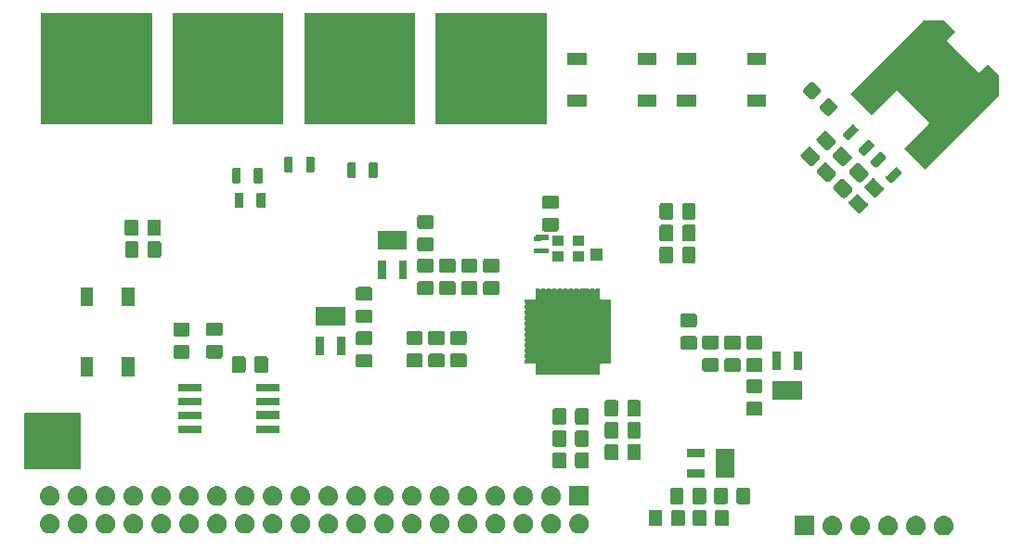
<source format=gts>
G04 #@! TF.GenerationSoftware,KiCad,Pcbnew,(5.0.1)-4*
G04 #@! TF.CreationDate,2018-11-24T16:54:36-05:00*
G04 #@! TF.ProjectId,tomu-fpga,746F6D752D667067612E6B696361645F,rev?*
G04 #@! TF.SameCoordinates,Original*
G04 #@! TF.FileFunction,Soldermask,Top*
G04 #@! TF.FilePolarity,Negative*
%FSLAX46Y46*%
G04 Gerber Fmt 4.6, Leading zero omitted, Abs format (unit mm)*
G04 Created by KiCad (PCBNEW (5.0.1)-4) date 11/24/18 16:54:36*
%MOMM*%
%LPD*%
G01*
G04 APERTURE LIST*
%ADD10C,0.150000*%
%ADD11C,0.100000*%
G04 APERTURE END LIST*
D10*
G36*
X24500000Y-67500000D02*
X29500000Y-67500000D01*
X29500000Y-72500000D01*
X24500000Y-72500000D01*
X24500000Y-67500000D01*
G37*
X24500000Y-67500000D02*
X29500000Y-67500000D01*
X29500000Y-72500000D01*
X24500000Y-72500000D01*
X24500000Y-67500000D01*
D11*
G36*
X108348362Y-76803545D02*
X108436588Y-76812234D01*
X108549789Y-76846573D01*
X108606390Y-76863743D01*
X108744980Y-76937822D01*
X108762879Y-76947389D01*
X108798609Y-76976712D01*
X108900044Y-77059956D01*
X108983288Y-77161391D01*
X109012611Y-77197121D01*
X109012612Y-77197123D01*
X109096257Y-77353610D01*
X109096257Y-77353611D01*
X109147766Y-77523412D01*
X109165158Y-77700000D01*
X109147766Y-77876588D01*
X109113427Y-77989789D01*
X109096257Y-78046390D01*
X109024817Y-78180043D01*
X109012611Y-78202879D01*
X108983288Y-78238609D01*
X108900044Y-78340044D01*
X108798609Y-78423288D01*
X108762879Y-78452611D01*
X108762877Y-78452612D01*
X108606390Y-78536257D01*
X108549789Y-78553427D01*
X108436588Y-78587766D01*
X108348362Y-78596455D01*
X108304250Y-78600800D01*
X108215750Y-78600800D01*
X108171638Y-78596455D01*
X108083412Y-78587766D01*
X107970211Y-78553427D01*
X107913610Y-78536257D01*
X107757123Y-78452612D01*
X107757121Y-78452611D01*
X107721391Y-78423288D01*
X107619956Y-78340044D01*
X107536712Y-78238609D01*
X107507389Y-78202879D01*
X107495183Y-78180043D01*
X107423743Y-78046390D01*
X107406573Y-77989789D01*
X107372234Y-77876588D01*
X107354842Y-77700000D01*
X107372234Y-77523412D01*
X107423743Y-77353611D01*
X107423743Y-77353610D01*
X107507388Y-77197123D01*
X107507389Y-77197121D01*
X107536712Y-77161391D01*
X107619956Y-77059956D01*
X107721391Y-76976712D01*
X107757121Y-76947389D01*
X107775020Y-76937822D01*
X107913610Y-76863743D01*
X107970211Y-76846573D01*
X108083412Y-76812234D01*
X108171638Y-76803545D01*
X108215750Y-76799200D01*
X108304250Y-76799200D01*
X108348362Y-76803545D01*
X108348362Y-76803545D01*
G37*
G36*
X105808362Y-76803545D02*
X105896588Y-76812234D01*
X106009789Y-76846573D01*
X106066390Y-76863743D01*
X106204980Y-76937822D01*
X106222879Y-76947389D01*
X106258609Y-76976712D01*
X106360044Y-77059956D01*
X106443288Y-77161391D01*
X106472611Y-77197121D01*
X106472612Y-77197123D01*
X106556257Y-77353610D01*
X106556257Y-77353611D01*
X106607766Y-77523412D01*
X106625158Y-77700000D01*
X106607766Y-77876588D01*
X106573427Y-77989789D01*
X106556257Y-78046390D01*
X106484817Y-78180043D01*
X106472611Y-78202879D01*
X106443288Y-78238609D01*
X106360044Y-78340044D01*
X106258609Y-78423288D01*
X106222879Y-78452611D01*
X106222877Y-78452612D01*
X106066390Y-78536257D01*
X106009789Y-78553427D01*
X105896588Y-78587766D01*
X105808362Y-78596455D01*
X105764250Y-78600800D01*
X105675750Y-78600800D01*
X105631638Y-78596455D01*
X105543412Y-78587766D01*
X105430211Y-78553427D01*
X105373610Y-78536257D01*
X105217123Y-78452612D01*
X105217121Y-78452611D01*
X105181391Y-78423288D01*
X105079956Y-78340044D01*
X104996712Y-78238609D01*
X104967389Y-78202879D01*
X104955183Y-78180043D01*
X104883743Y-78046390D01*
X104866573Y-77989789D01*
X104832234Y-77876588D01*
X104814842Y-77700000D01*
X104832234Y-77523412D01*
X104883743Y-77353611D01*
X104883743Y-77353610D01*
X104967388Y-77197123D01*
X104967389Y-77197121D01*
X104996712Y-77161391D01*
X105079956Y-77059956D01*
X105181391Y-76976712D01*
X105217121Y-76947389D01*
X105235020Y-76937822D01*
X105373610Y-76863743D01*
X105430211Y-76846573D01*
X105543412Y-76812234D01*
X105631638Y-76803545D01*
X105675750Y-76799200D01*
X105764250Y-76799200D01*
X105808362Y-76803545D01*
X105808362Y-76803545D01*
G37*
G36*
X96460800Y-78600800D02*
X94659200Y-78600800D01*
X94659200Y-76799200D01*
X96460800Y-76799200D01*
X96460800Y-78600800D01*
X96460800Y-78600800D01*
G37*
G36*
X98188362Y-76803545D02*
X98276588Y-76812234D01*
X98389789Y-76846573D01*
X98446390Y-76863743D01*
X98584980Y-76937822D01*
X98602879Y-76947389D01*
X98638609Y-76976712D01*
X98740044Y-77059956D01*
X98823288Y-77161391D01*
X98852611Y-77197121D01*
X98852612Y-77197123D01*
X98936257Y-77353610D01*
X98936257Y-77353611D01*
X98987766Y-77523412D01*
X99005158Y-77700000D01*
X98987766Y-77876588D01*
X98953427Y-77989789D01*
X98936257Y-78046390D01*
X98864817Y-78180043D01*
X98852611Y-78202879D01*
X98823288Y-78238609D01*
X98740044Y-78340044D01*
X98638609Y-78423288D01*
X98602879Y-78452611D01*
X98602877Y-78452612D01*
X98446390Y-78536257D01*
X98389789Y-78553427D01*
X98276588Y-78587766D01*
X98188362Y-78596455D01*
X98144250Y-78600800D01*
X98055750Y-78600800D01*
X98011638Y-78596455D01*
X97923412Y-78587766D01*
X97810211Y-78553427D01*
X97753610Y-78536257D01*
X97597123Y-78452612D01*
X97597121Y-78452611D01*
X97561391Y-78423288D01*
X97459956Y-78340044D01*
X97376712Y-78238609D01*
X97347389Y-78202879D01*
X97335183Y-78180043D01*
X97263743Y-78046390D01*
X97246573Y-77989789D01*
X97212234Y-77876588D01*
X97194842Y-77700000D01*
X97212234Y-77523412D01*
X97263743Y-77353611D01*
X97263743Y-77353610D01*
X97347388Y-77197123D01*
X97347389Y-77197121D01*
X97376712Y-77161391D01*
X97459956Y-77059956D01*
X97561391Y-76976712D01*
X97597121Y-76947389D01*
X97615020Y-76937822D01*
X97753610Y-76863743D01*
X97810211Y-76846573D01*
X97923412Y-76812234D01*
X98011638Y-76803545D01*
X98055750Y-76799200D01*
X98144250Y-76799200D01*
X98188362Y-76803545D01*
X98188362Y-76803545D01*
G37*
G36*
X103268362Y-76803545D02*
X103356588Y-76812234D01*
X103469789Y-76846573D01*
X103526390Y-76863743D01*
X103664980Y-76937822D01*
X103682879Y-76947389D01*
X103718609Y-76976712D01*
X103820044Y-77059956D01*
X103903288Y-77161391D01*
X103932611Y-77197121D01*
X103932612Y-77197123D01*
X104016257Y-77353610D01*
X104016257Y-77353611D01*
X104067766Y-77523412D01*
X104085158Y-77700000D01*
X104067766Y-77876588D01*
X104033427Y-77989789D01*
X104016257Y-78046390D01*
X103944817Y-78180043D01*
X103932611Y-78202879D01*
X103903288Y-78238609D01*
X103820044Y-78340044D01*
X103718609Y-78423288D01*
X103682879Y-78452611D01*
X103682877Y-78452612D01*
X103526390Y-78536257D01*
X103469789Y-78553427D01*
X103356588Y-78587766D01*
X103268362Y-78596455D01*
X103224250Y-78600800D01*
X103135750Y-78600800D01*
X103091638Y-78596455D01*
X103003412Y-78587766D01*
X102890211Y-78553427D01*
X102833610Y-78536257D01*
X102677123Y-78452612D01*
X102677121Y-78452611D01*
X102641391Y-78423288D01*
X102539956Y-78340044D01*
X102456712Y-78238609D01*
X102427389Y-78202879D01*
X102415183Y-78180043D01*
X102343743Y-78046390D01*
X102326573Y-77989789D01*
X102292234Y-77876588D01*
X102274842Y-77700000D01*
X102292234Y-77523412D01*
X102343743Y-77353611D01*
X102343743Y-77353610D01*
X102427388Y-77197123D01*
X102427389Y-77197121D01*
X102456712Y-77161391D01*
X102539956Y-77059956D01*
X102641391Y-76976712D01*
X102677121Y-76947389D01*
X102695020Y-76937822D01*
X102833610Y-76863743D01*
X102890211Y-76846573D01*
X103003412Y-76812234D01*
X103091638Y-76803545D01*
X103135750Y-76799200D01*
X103224250Y-76799200D01*
X103268362Y-76803545D01*
X103268362Y-76803545D01*
G37*
G36*
X100728362Y-76803545D02*
X100816588Y-76812234D01*
X100929789Y-76846573D01*
X100986390Y-76863743D01*
X101124980Y-76937822D01*
X101142879Y-76947389D01*
X101178609Y-76976712D01*
X101280044Y-77059956D01*
X101363288Y-77161391D01*
X101392611Y-77197121D01*
X101392612Y-77197123D01*
X101476257Y-77353610D01*
X101476257Y-77353611D01*
X101527766Y-77523412D01*
X101545158Y-77700000D01*
X101527766Y-77876588D01*
X101493427Y-77989789D01*
X101476257Y-78046390D01*
X101404817Y-78180043D01*
X101392611Y-78202879D01*
X101363288Y-78238609D01*
X101280044Y-78340044D01*
X101178609Y-78423288D01*
X101142879Y-78452611D01*
X101142877Y-78452612D01*
X100986390Y-78536257D01*
X100929789Y-78553427D01*
X100816588Y-78587766D01*
X100728362Y-78596455D01*
X100684250Y-78600800D01*
X100595750Y-78600800D01*
X100551638Y-78596455D01*
X100463412Y-78587766D01*
X100350211Y-78553427D01*
X100293610Y-78536257D01*
X100137123Y-78452612D01*
X100137121Y-78452611D01*
X100101391Y-78423288D01*
X99999956Y-78340044D01*
X99916712Y-78238609D01*
X99887389Y-78202879D01*
X99875183Y-78180043D01*
X99803743Y-78046390D01*
X99786573Y-77989789D01*
X99752234Y-77876588D01*
X99734842Y-77700000D01*
X99752234Y-77523412D01*
X99803743Y-77353611D01*
X99803743Y-77353610D01*
X99887388Y-77197123D01*
X99887389Y-77197121D01*
X99916712Y-77161391D01*
X99999956Y-77059956D01*
X100101391Y-76976712D01*
X100137121Y-76947389D01*
X100155020Y-76937822D01*
X100293610Y-76863743D01*
X100350211Y-76846573D01*
X100463412Y-76812234D01*
X100551638Y-76803545D01*
X100595750Y-76799200D01*
X100684250Y-76799200D01*
X100728362Y-76803545D01*
X100728362Y-76803545D01*
G37*
G36*
X31908362Y-76643545D02*
X31996588Y-76652234D01*
X32109789Y-76686573D01*
X32166390Y-76703743D01*
X32304980Y-76777822D01*
X32322879Y-76787389D01*
X32358609Y-76816712D01*
X32460044Y-76899956D01*
X32543288Y-77001391D01*
X32572611Y-77037121D01*
X32572612Y-77037123D01*
X32656257Y-77193610D01*
X32673427Y-77250211D01*
X32707766Y-77363412D01*
X32725158Y-77540000D01*
X32707766Y-77716588D01*
X32673427Y-77829789D01*
X32656257Y-77886390D01*
X32582178Y-78024980D01*
X32572611Y-78042879D01*
X32543288Y-78078609D01*
X32460044Y-78180044D01*
X32358609Y-78263288D01*
X32322879Y-78292611D01*
X32322877Y-78292612D01*
X32166390Y-78376257D01*
X32109789Y-78393427D01*
X31996588Y-78427766D01*
X31908362Y-78436455D01*
X31864250Y-78440800D01*
X31775750Y-78440800D01*
X31731638Y-78436455D01*
X31643412Y-78427766D01*
X31530211Y-78393427D01*
X31473610Y-78376257D01*
X31317123Y-78292612D01*
X31317121Y-78292611D01*
X31281391Y-78263288D01*
X31179956Y-78180044D01*
X31096712Y-78078609D01*
X31067389Y-78042879D01*
X31057822Y-78024980D01*
X30983743Y-77886390D01*
X30966573Y-77829789D01*
X30932234Y-77716588D01*
X30914842Y-77540000D01*
X30932234Y-77363412D01*
X30966573Y-77250211D01*
X30983743Y-77193610D01*
X31067388Y-77037123D01*
X31067389Y-77037121D01*
X31096712Y-77001391D01*
X31179956Y-76899956D01*
X31281391Y-76816712D01*
X31317121Y-76787389D01*
X31335020Y-76777822D01*
X31473610Y-76703743D01*
X31530211Y-76686573D01*
X31643412Y-76652234D01*
X31731638Y-76643545D01*
X31775750Y-76639200D01*
X31864250Y-76639200D01*
X31908362Y-76643545D01*
X31908362Y-76643545D01*
G37*
G36*
X47148362Y-76643545D02*
X47236588Y-76652234D01*
X47349789Y-76686573D01*
X47406390Y-76703743D01*
X47544980Y-76777822D01*
X47562879Y-76787389D01*
X47598609Y-76816712D01*
X47700044Y-76899956D01*
X47783288Y-77001391D01*
X47812611Y-77037121D01*
X47812612Y-77037123D01*
X47896257Y-77193610D01*
X47913427Y-77250211D01*
X47947766Y-77363412D01*
X47965158Y-77540000D01*
X47947766Y-77716588D01*
X47913427Y-77829789D01*
X47896257Y-77886390D01*
X47822178Y-78024980D01*
X47812611Y-78042879D01*
X47783288Y-78078609D01*
X47700044Y-78180044D01*
X47598609Y-78263288D01*
X47562879Y-78292611D01*
X47562877Y-78292612D01*
X47406390Y-78376257D01*
X47349789Y-78393427D01*
X47236588Y-78427766D01*
X47148362Y-78436455D01*
X47104250Y-78440800D01*
X47015750Y-78440800D01*
X46971638Y-78436455D01*
X46883412Y-78427766D01*
X46770211Y-78393427D01*
X46713610Y-78376257D01*
X46557123Y-78292612D01*
X46557121Y-78292611D01*
X46521391Y-78263288D01*
X46419956Y-78180044D01*
X46336712Y-78078609D01*
X46307389Y-78042879D01*
X46297822Y-78024980D01*
X46223743Y-77886390D01*
X46206573Y-77829789D01*
X46172234Y-77716588D01*
X46154842Y-77540000D01*
X46172234Y-77363412D01*
X46206573Y-77250211D01*
X46223743Y-77193610D01*
X46307388Y-77037123D01*
X46307389Y-77037121D01*
X46336712Y-77001391D01*
X46419956Y-76899956D01*
X46521391Y-76816712D01*
X46557121Y-76787389D01*
X46575020Y-76777822D01*
X46713610Y-76703743D01*
X46770211Y-76686573D01*
X46883412Y-76652234D01*
X46971638Y-76643545D01*
X47015750Y-76639200D01*
X47104250Y-76639200D01*
X47148362Y-76643545D01*
X47148362Y-76643545D01*
G37*
G36*
X26828362Y-76643545D02*
X26916588Y-76652234D01*
X27029789Y-76686573D01*
X27086390Y-76703743D01*
X27224980Y-76777822D01*
X27242879Y-76787389D01*
X27278609Y-76816712D01*
X27380044Y-76899956D01*
X27463288Y-77001391D01*
X27492611Y-77037121D01*
X27492612Y-77037123D01*
X27576257Y-77193610D01*
X27593427Y-77250211D01*
X27627766Y-77363412D01*
X27645158Y-77540000D01*
X27627766Y-77716588D01*
X27593427Y-77829789D01*
X27576257Y-77886390D01*
X27502178Y-78024980D01*
X27492611Y-78042879D01*
X27463288Y-78078609D01*
X27380044Y-78180044D01*
X27278609Y-78263288D01*
X27242879Y-78292611D01*
X27242877Y-78292612D01*
X27086390Y-78376257D01*
X27029789Y-78393427D01*
X26916588Y-78427766D01*
X26828362Y-78436455D01*
X26784250Y-78440800D01*
X26695750Y-78440800D01*
X26651638Y-78436455D01*
X26563412Y-78427766D01*
X26450211Y-78393427D01*
X26393610Y-78376257D01*
X26237123Y-78292612D01*
X26237121Y-78292611D01*
X26201391Y-78263288D01*
X26099956Y-78180044D01*
X26016712Y-78078609D01*
X25987389Y-78042879D01*
X25977822Y-78024980D01*
X25903743Y-77886390D01*
X25886573Y-77829789D01*
X25852234Y-77716588D01*
X25834842Y-77540000D01*
X25852234Y-77363412D01*
X25886573Y-77250211D01*
X25903743Y-77193610D01*
X25987388Y-77037123D01*
X25987389Y-77037121D01*
X26016712Y-77001391D01*
X26099956Y-76899956D01*
X26201391Y-76816712D01*
X26237121Y-76787389D01*
X26255020Y-76777822D01*
X26393610Y-76703743D01*
X26450211Y-76686573D01*
X26563412Y-76652234D01*
X26651638Y-76643545D01*
X26695750Y-76639200D01*
X26784250Y-76639200D01*
X26828362Y-76643545D01*
X26828362Y-76643545D01*
G37*
G36*
X29368362Y-76643545D02*
X29456588Y-76652234D01*
X29569789Y-76686573D01*
X29626390Y-76703743D01*
X29764980Y-76777822D01*
X29782879Y-76787389D01*
X29818609Y-76816712D01*
X29920044Y-76899956D01*
X30003288Y-77001391D01*
X30032611Y-77037121D01*
X30032612Y-77037123D01*
X30116257Y-77193610D01*
X30133427Y-77250211D01*
X30167766Y-77363412D01*
X30185158Y-77540000D01*
X30167766Y-77716588D01*
X30133427Y-77829789D01*
X30116257Y-77886390D01*
X30042178Y-78024980D01*
X30032611Y-78042879D01*
X30003288Y-78078609D01*
X29920044Y-78180044D01*
X29818609Y-78263288D01*
X29782879Y-78292611D01*
X29782877Y-78292612D01*
X29626390Y-78376257D01*
X29569789Y-78393427D01*
X29456588Y-78427766D01*
X29368362Y-78436455D01*
X29324250Y-78440800D01*
X29235750Y-78440800D01*
X29191638Y-78436455D01*
X29103412Y-78427766D01*
X28990211Y-78393427D01*
X28933610Y-78376257D01*
X28777123Y-78292612D01*
X28777121Y-78292611D01*
X28741391Y-78263288D01*
X28639956Y-78180044D01*
X28556712Y-78078609D01*
X28527389Y-78042879D01*
X28517822Y-78024980D01*
X28443743Y-77886390D01*
X28426573Y-77829789D01*
X28392234Y-77716588D01*
X28374842Y-77540000D01*
X28392234Y-77363412D01*
X28426573Y-77250211D01*
X28443743Y-77193610D01*
X28527388Y-77037123D01*
X28527389Y-77037121D01*
X28556712Y-77001391D01*
X28639956Y-76899956D01*
X28741391Y-76816712D01*
X28777121Y-76787389D01*
X28795020Y-76777822D01*
X28933610Y-76703743D01*
X28990211Y-76686573D01*
X29103412Y-76652234D01*
X29191638Y-76643545D01*
X29235750Y-76639200D01*
X29324250Y-76639200D01*
X29368362Y-76643545D01*
X29368362Y-76643545D01*
G37*
G36*
X34448362Y-76643545D02*
X34536588Y-76652234D01*
X34649789Y-76686573D01*
X34706390Y-76703743D01*
X34844980Y-76777822D01*
X34862879Y-76787389D01*
X34898609Y-76816712D01*
X35000044Y-76899956D01*
X35083288Y-77001391D01*
X35112611Y-77037121D01*
X35112612Y-77037123D01*
X35196257Y-77193610D01*
X35213427Y-77250211D01*
X35247766Y-77363412D01*
X35265158Y-77540000D01*
X35247766Y-77716588D01*
X35213427Y-77829789D01*
X35196257Y-77886390D01*
X35122178Y-78024980D01*
X35112611Y-78042879D01*
X35083288Y-78078609D01*
X35000044Y-78180044D01*
X34898609Y-78263288D01*
X34862879Y-78292611D01*
X34862877Y-78292612D01*
X34706390Y-78376257D01*
X34649789Y-78393427D01*
X34536588Y-78427766D01*
X34448362Y-78436455D01*
X34404250Y-78440800D01*
X34315750Y-78440800D01*
X34271638Y-78436455D01*
X34183412Y-78427766D01*
X34070211Y-78393427D01*
X34013610Y-78376257D01*
X33857123Y-78292612D01*
X33857121Y-78292611D01*
X33821391Y-78263288D01*
X33719956Y-78180044D01*
X33636712Y-78078609D01*
X33607389Y-78042879D01*
X33597822Y-78024980D01*
X33523743Y-77886390D01*
X33506573Y-77829789D01*
X33472234Y-77716588D01*
X33454842Y-77540000D01*
X33472234Y-77363412D01*
X33506573Y-77250211D01*
X33523743Y-77193610D01*
X33607388Y-77037123D01*
X33607389Y-77037121D01*
X33636712Y-77001391D01*
X33719956Y-76899956D01*
X33821391Y-76816712D01*
X33857121Y-76787389D01*
X33875020Y-76777822D01*
X34013610Y-76703743D01*
X34070211Y-76686573D01*
X34183412Y-76652234D01*
X34271638Y-76643545D01*
X34315750Y-76639200D01*
X34404250Y-76639200D01*
X34448362Y-76643545D01*
X34448362Y-76643545D01*
G37*
G36*
X36988362Y-76643545D02*
X37076588Y-76652234D01*
X37189789Y-76686573D01*
X37246390Y-76703743D01*
X37384980Y-76777822D01*
X37402879Y-76787389D01*
X37438609Y-76816712D01*
X37540044Y-76899956D01*
X37623288Y-77001391D01*
X37652611Y-77037121D01*
X37652612Y-77037123D01*
X37736257Y-77193610D01*
X37753427Y-77250211D01*
X37787766Y-77363412D01*
X37805158Y-77540000D01*
X37787766Y-77716588D01*
X37753427Y-77829789D01*
X37736257Y-77886390D01*
X37662178Y-78024980D01*
X37652611Y-78042879D01*
X37623288Y-78078609D01*
X37540044Y-78180044D01*
X37438609Y-78263288D01*
X37402879Y-78292611D01*
X37402877Y-78292612D01*
X37246390Y-78376257D01*
X37189789Y-78393427D01*
X37076588Y-78427766D01*
X36988362Y-78436455D01*
X36944250Y-78440800D01*
X36855750Y-78440800D01*
X36811638Y-78436455D01*
X36723412Y-78427766D01*
X36610211Y-78393427D01*
X36553610Y-78376257D01*
X36397123Y-78292612D01*
X36397121Y-78292611D01*
X36361391Y-78263288D01*
X36259956Y-78180044D01*
X36176712Y-78078609D01*
X36147389Y-78042879D01*
X36137822Y-78024980D01*
X36063743Y-77886390D01*
X36046573Y-77829789D01*
X36012234Y-77716588D01*
X35994842Y-77540000D01*
X36012234Y-77363412D01*
X36046573Y-77250211D01*
X36063743Y-77193610D01*
X36147388Y-77037123D01*
X36147389Y-77037121D01*
X36176712Y-77001391D01*
X36259956Y-76899956D01*
X36361391Y-76816712D01*
X36397121Y-76787389D01*
X36415020Y-76777822D01*
X36553610Y-76703743D01*
X36610211Y-76686573D01*
X36723412Y-76652234D01*
X36811638Y-76643545D01*
X36855750Y-76639200D01*
X36944250Y-76639200D01*
X36988362Y-76643545D01*
X36988362Y-76643545D01*
G37*
G36*
X39528362Y-76643545D02*
X39616588Y-76652234D01*
X39729789Y-76686573D01*
X39786390Y-76703743D01*
X39924980Y-76777822D01*
X39942879Y-76787389D01*
X39978609Y-76816712D01*
X40080044Y-76899956D01*
X40163288Y-77001391D01*
X40192611Y-77037121D01*
X40192612Y-77037123D01*
X40276257Y-77193610D01*
X40293427Y-77250211D01*
X40327766Y-77363412D01*
X40345158Y-77540000D01*
X40327766Y-77716588D01*
X40293427Y-77829789D01*
X40276257Y-77886390D01*
X40202178Y-78024980D01*
X40192611Y-78042879D01*
X40163288Y-78078609D01*
X40080044Y-78180044D01*
X39978609Y-78263288D01*
X39942879Y-78292611D01*
X39942877Y-78292612D01*
X39786390Y-78376257D01*
X39729789Y-78393427D01*
X39616588Y-78427766D01*
X39528362Y-78436455D01*
X39484250Y-78440800D01*
X39395750Y-78440800D01*
X39351638Y-78436455D01*
X39263412Y-78427766D01*
X39150211Y-78393427D01*
X39093610Y-78376257D01*
X38937123Y-78292612D01*
X38937121Y-78292611D01*
X38901391Y-78263288D01*
X38799956Y-78180044D01*
X38716712Y-78078609D01*
X38687389Y-78042879D01*
X38677822Y-78024980D01*
X38603743Y-77886390D01*
X38586573Y-77829789D01*
X38552234Y-77716588D01*
X38534842Y-77540000D01*
X38552234Y-77363412D01*
X38586573Y-77250211D01*
X38603743Y-77193610D01*
X38687388Y-77037123D01*
X38687389Y-77037121D01*
X38716712Y-77001391D01*
X38799956Y-76899956D01*
X38901391Y-76816712D01*
X38937121Y-76787389D01*
X38955020Y-76777822D01*
X39093610Y-76703743D01*
X39150211Y-76686573D01*
X39263412Y-76652234D01*
X39351638Y-76643545D01*
X39395750Y-76639200D01*
X39484250Y-76639200D01*
X39528362Y-76643545D01*
X39528362Y-76643545D01*
G37*
G36*
X42068362Y-76643545D02*
X42156588Y-76652234D01*
X42269789Y-76686573D01*
X42326390Y-76703743D01*
X42464980Y-76777822D01*
X42482879Y-76787389D01*
X42518609Y-76816712D01*
X42620044Y-76899956D01*
X42703288Y-77001391D01*
X42732611Y-77037121D01*
X42732612Y-77037123D01*
X42816257Y-77193610D01*
X42833427Y-77250211D01*
X42867766Y-77363412D01*
X42885158Y-77540000D01*
X42867766Y-77716588D01*
X42833427Y-77829789D01*
X42816257Y-77886390D01*
X42742178Y-78024980D01*
X42732611Y-78042879D01*
X42703288Y-78078609D01*
X42620044Y-78180044D01*
X42518609Y-78263288D01*
X42482879Y-78292611D01*
X42482877Y-78292612D01*
X42326390Y-78376257D01*
X42269789Y-78393427D01*
X42156588Y-78427766D01*
X42068362Y-78436455D01*
X42024250Y-78440800D01*
X41935750Y-78440800D01*
X41891638Y-78436455D01*
X41803412Y-78427766D01*
X41690211Y-78393427D01*
X41633610Y-78376257D01*
X41477123Y-78292612D01*
X41477121Y-78292611D01*
X41441391Y-78263288D01*
X41339956Y-78180044D01*
X41256712Y-78078609D01*
X41227389Y-78042879D01*
X41217822Y-78024980D01*
X41143743Y-77886390D01*
X41126573Y-77829789D01*
X41092234Y-77716588D01*
X41074842Y-77540000D01*
X41092234Y-77363412D01*
X41126573Y-77250211D01*
X41143743Y-77193610D01*
X41227388Y-77037123D01*
X41227389Y-77037121D01*
X41256712Y-77001391D01*
X41339956Y-76899956D01*
X41441391Y-76816712D01*
X41477121Y-76787389D01*
X41495020Y-76777822D01*
X41633610Y-76703743D01*
X41690211Y-76686573D01*
X41803412Y-76652234D01*
X41891638Y-76643545D01*
X41935750Y-76639200D01*
X42024250Y-76639200D01*
X42068362Y-76643545D01*
X42068362Y-76643545D01*
G37*
G36*
X44608362Y-76643545D02*
X44696588Y-76652234D01*
X44809789Y-76686573D01*
X44866390Y-76703743D01*
X45004980Y-76777822D01*
X45022879Y-76787389D01*
X45058609Y-76816712D01*
X45160044Y-76899956D01*
X45243288Y-77001391D01*
X45272611Y-77037121D01*
X45272612Y-77037123D01*
X45356257Y-77193610D01*
X45373427Y-77250211D01*
X45407766Y-77363412D01*
X45425158Y-77540000D01*
X45407766Y-77716588D01*
X45373427Y-77829789D01*
X45356257Y-77886390D01*
X45282178Y-78024980D01*
X45272611Y-78042879D01*
X45243288Y-78078609D01*
X45160044Y-78180044D01*
X45058609Y-78263288D01*
X45022879Y-78292611D01*
X45022877Y-78292612D01*
X44866390Y-78376257D01*
X44809789Y-78393427D01*
X44696588Y-78427766D01*
X44608362Y-78436455D01*
X44564250Y-78440800D01*
X44475750Y-78440800D01*
X44431638Y-78436455D01*
X44343412Y-78427766D01*
X44230211Y-78393427D01*
X44173610Y-78376257D01*
X44017123Y-78292612D01*
X44017121Y-78292611D01*
X43981391Y-78263288D01*
X43879956Y-78180044D01*
X43796712Y-78078609D01*
X43767389Y-78042879D01*
X43757822Y-78024980D01*
X43683743Y-77886390D01*
X43666573Y-77829789D01*
X43632234Y-77716588D01*
X43614842Y-77540000D01*
X43632234Y-77363412D01*
X43666573Y-77250211D01*
X43683743Y-77193610D01*
X43767388Y-77037123D01*
X43767389Y-77037121D01*
X43796712Y-77001391D01*
X43879956Y-76899956D01*
X43981391Y-76816712D01*
X44017121Y-76787389D01*
X44035020Y-76777822D01*
X44173610Y-76703743D01*
X44230211Y-76686573D01*
X44343412Y-76652234D01*
X44431638Y-76643545D01*
X44475750Y-76639200D01*
X44564250Y-76639200D01*
X44608362Y-76643545D01*
X44608362Y-76643545D01*
G37*
G36*
X75088362Y-76643545D02*
X75176588Y-76652234D01*
X75289789Y-76686573D01*
X75346390Y-76703743D01*
X75484980Y-76777822D01*
X75502879Y-76787389D01*
X75538609Y-76816712D01*
X75640044Y-76899956D01*
X75723288Y-77001391D01*
X75752611Y-77037121D01*
X75752612Y-77037123D01*
X75836257Y-77193610D01*
X75853427Y-77250211D01*
X75887766Y-77363412D01*
X75905158Y-77540000D01*
X75887766Y-77716588D01*
X75853427Y-77829789D01*
X75836257Y-77886390D01*
X75762178Y-78024980D01*
X75752611Y-78042879D01*
X75723288Y-78078609D01*
X75640044Y-78180044D01*
X75538609Y-78263288D01*
X75502879Y-78292611D01*
X75502877Y-78292612D01*
X75346390Y-78376257D01*
X75289789Y-78393427D01*
X75176588Y-78427766D01*
X75088362Y-78436455D01*
X75044250Y-78440800D01*
X74955750Y-78440800D01*
X74911638Y-78436455D01*
X74823412Y-78427766D01*
X74710211Y-78393427D01*
X74653610Y-78376257D01*
X74497123Y-78292612D01*
X74497121Y-78292611D01*
X74461391Y-78263288D01*
X74359956Y-78180044D01*
X74276712Y-78078609D01*
X74247389Y-78042879D01*
X74237822Y-78024980D01*
X74163743Y-77886390D01*
X74146573Y-77829789D01*
X74112234Y-77716588D01*
X74094842Y-77540000D01*
X74112234Y-77363412D01*
X74146573Y-77250211D01*
X74163743Y-77193610D01*
X74247388Y-77037123D01*
X74247389Y-77037121D01*
X74276712Y-77001391D01*
X74359956Y-76899956D01*
X74461391Y-76816712D01*
X74497121Y-76787389D01*
X74515020Y-76777822D01*
X74653610Y-76703743D01*
X74710211Y-76686573D01*
X74823412Y-76652234D01*
X74911638Y-76643545D01*
X74955750Y-76639200D01*
X75044250Y-76639200D01*
X75088362Y-76643545D01*
X75088362Y-76643545D01*
G37*
G36*
X70008362Y-76643545D02*
X70096588Y-76652234D01*
X70209789Y-76686573D01*
X70266390Y-76703743D01*
X70404980Y-76777822D01*
X70422879Y-76787389D01*
X70458609Y-76816712D01*
X70560044Y-76899956D01*
X70643288Y-77001391D01*
X70672611Y-77037121D01*
X70672612Y-77037123D01*
X70756257Y-77193610D01*
X70773427Y-77250211D01*
X70807766Y-77363412D01*
X70825158Y-77540000D01*
X70807766Y-77716588D01*
X70773427Y-77829789D01*
X70756257Y-77886390D01*
X70682178Y-78024980D01*
X70672611Y-78042879D01*
X70643288Y-78078609D01*
X70560044Y-78180044D01*
X70458609Y-78263288D01*
X70422879Y-78292611D01*
X70422877Y-78292612D01*
X70266390Y-78376257D01*
X70209789Y-78393427D01*
X70096588Y-78427766D01*
X70008362Y-78436455D01*
X69964250Y-78440800D01*
X69875750Y-78440800D01*
X69831638Y-78436455D01*
X69743412Y-78427766D01*
X69630211Y-78393427D01*
X69573610Y-78376257D01*
X69417123Y-78292612D01*
X69417121Y-78292611D01*
X69381391Y-78263288D01*
X69279956Y-78180044D01*
X69196712Y-78078609D01*
X69167389Y-78042879D01*
X69157822Y-78024980D01*
X69083743Y-77886390D01*
X69066573Y-77829789D01*
X69032234Y-77716588D01*
X69014842Y-77540000D01*
X69032234Y-77363412D01*
X69066573Y-77250211D01*
X69083743Y-77193610D01*
X69167388Y-77037123D01*
X69167389Y-77037121D01*
X69196712Y-77001391D01*
X69279956Y-76899956D01*
X69381391Y-76816712D01*
X69417121Y-76787389D01*
X69435020Y-76777822D01*
X69573610Y-76703743D01*
X69630211Y-76686573D01*
X69743412Y-76652234D01*
X69831638Y-76643545D01*
X69875750Y-76639200D01*
X69964250Y-76639200D01*
X70008362Y-76643545D01*
X70008362Y-76643545D01*
G37*
G36*
X67468362Y-76643545D02*
X67556588Y-76652234D01*
X67669789Y-76686573D01*
X67726390Y-76703743D01*
X67864980Y-76777822D01*
X67882879Y-76787389D01*
X67918609Y-76816712D01*
X68020044Y-76899956D01*
X68103288Y-77001391D01*
X68132611Y-77037121D01*
X68132612Y-77037123D01*
X68216257Y-77193610D01*
X68233427Y-77250211D01*
X68267766Y-77363412D01*
X68285158Y-77540000D01*
X68267766Y-77716588D01*
X68233427Y-77829789D01*
X68216257Y-77886390D01*
X68142178Y-78024980D01*
X68132611Y-78042879D01*
X68103288Y-78078609D01*
X68020044Y-78180044D01*
X67918609Y-78263288D01*
X67882879Y-78292611D01*
X67882877Y-78292612D01*
X67726390Y-78376257D01*
X67669789Y-78393427D01*
X67556588Y-78427766D01*
X67468362Y-78436455D01*
X67424250Y-78440800D01*
X67335750Y-78440800D01*
X67291638Y-78436455D01*
X67203412Y-78427766D01*
X67090211Y-78393427D01*
X67033610Y-78376257D01*
X66877123Y-78292612D01*
X66877121Y-78292611D01*
X66841391Y-78263288D01*
X66739956Y-78180044D01*
X66656712Y-78078609D01*
X66627389Y-78042879D01*
X66617822Y-78024980D01*
X66543743Y-77886390D01*
X66526573Y-77829789D01*
X66492234Y-77716588D01*
X66474842Y-77540000D01*
X66492234Y-77363412D01*
X66526573Y-77250211D01*
X66543743Y-77193610D01*
X66627388Y-77037123D01*
X66627389Y-77037121D01*
X66656712Y-77001391D01*
X66739956Y-76899956D01*
X66841391Y-76816712D01*
X66877121Y-76787389D01*
X66895020Y-76777822D01*
X67033610Y-76703743D01*
X67090211Y-76686573D01*
X67203412Y-76652234D01*
X67291638Y-76643545D01*
X67335750Y-76639200D01*
X67424250Y-76639200D01*
X67468362Y-76643545D01*
X67468362Y-76643545D01*
G37*
G36*
X64928362Y-76643545D02*
X65016588Y-76652234D01*
X65129789Y-76686573D01*
X65186390Y-76703743D01*
X65324980Y-76777822D01*
X65342879Y-76787389D01*
X65378609Y-76816712D01*
X65480044Y-76899956D01*
X65563288Y-77001391D01*
X65592611Y-77037121D01*
X65592612Y-77037123D01*
X65676257Y-77193610D01*
X65693427Y-77250211D01*
X65727766Y-77363412D01*
X65745158Y-77540000D01*
X65727766Y-77716588D01*
X65693427Y-77829789D01*
X65676257Y-77886390D01*
X65602178Y-78024980D01*
X65592611Y-78042879D01*
X65563288Y-78078609D01*
X65480044Y-78180044D01*
X65378609Y-78263288D01*
X65342879Y-78292611D01*
X65342877Y-78292612D01*
X65186390Y-78376257D01*
X65129789Y-78393427D01*
X65016588Y-78427766D01*
X64928362Y-78436455D01*
X64884250Y-78440800D01*
X64795750Y-78440800D01*
X64751638Y-78436455D01*
X64663412Y-78427766D01*
X64550211Y-78393427D01*
X64493610Y-78376257D01*
X64337123Y-78292612D01*
X64337121Y-78292611D01*
X64301391Y-78263288D01*
X64199956Y-78180044D01*
X64116712Y-78078609D01*
X64087389Y-78042879D01*
X64077822Y-78024980D01*
X64003743Y-77886390D01*
X63986573Y-77829789D01*
X63952234Y-77716588D01*
X63934842Y-77540000D01*
X63952234Y-77363412D01*
X63986573Y-77250211D01*
X64003743Y-77193610D01*
X64087388Y-77037123D01*
X64087389Y-77037121D01*
X64116712Y-77001391D01*
X64199956Y-76899956D01*
X64301391Y-76816712D01*
X64337121Y-76787389D01*
X64355020Y-76777822D01*
X64493610Y-76703743D01*
X64550211Y-76686573D01*
X64663412Y-76652234D01*
X64751638Y-76643545D01*
X64795750Y-76639200D01*
X64884250Y-76639200D01*
X64928362Y-76643545D01*
X64928362Y-76643545D01*
G37*
G36*
X62388362Y-76643545D02*
X62476588Y-76652234D01*
X62589789Y-76686573D01*
X62646390Y-76703743D01*
X62784980Y-76777822D01*
X62802879Y-76787389D01*
X62838609Y-76816712D01*
X62940044Y-76899956D01*
X63023288Y-77001391D01*
X63052611Y-77037121D01*
X63052612Y-77037123D01*
X63136257Y-77193610D01*
X63153427Y-77250211D01*
X63187766Y-77363412D01*
X63205158Y-77540000D01*
X63187766Y-77716588D01*
X63153427Y-77829789D01*
X63136257Y-77886390D01*
X63062178Y-78024980D01*
X63052611Y-78042879D01*
X63023288Y-78078609D01*
X62940044Y-78180044D01*
X62838609Y-78263288D01*
X62802879Y-78292611D01*
X62802877Y-78292612D01*
X62646390Y-78376257D01*
X62589789Y-78393427D01*
X62476588Y-78427766D01*
X62388362Y-78436455D01*
X62344250Y-78440800D01*
X62255750Y-78440800D01*
X62211638Y-78436455D01*
X62123412Y-78427766D01*
X62010211Y-78393427D01*
X61953610Y-78376257D01*
X61797123Y-78292612D01*
X61797121Y-78292611D01*
X61761391Y-78263288D01*
X61659956Y-78180044D01*
X61576712Y-78078609D01*
X61547389Y-78042879D01*
X61537822Y-78024980D01*
X61463743Y-77886390D01*
X61446573Y-77829789D01*
X61412234Y-77716588D01*
X61394842Y-77540000D01*
X61412234Y-77363412D01*
X61446573Y-77250211D01*
X61463743Y-77193610D01*
X61547388Y-77037123D01*
X61547389Y-77037121D01*
X61576712Y-77001391D01*
X61659956Y-76899956D01*
X61761391Y-76816712D01*
X61797121Y-76787389D01*
X61815020Y-76777822D01*
X61953610Y-76703743D01*
X62010211Y-76686573D01*
X62123412Y-76652234D01*
X62211638Y-76643545D01*
X62255750Y-76639200D01*
X62344250Y-76639200D01*
X62388362Y-76643545D01*
X62388362Y-76643545D01*
G37*
G36*
X57308362Y-76643545D02*
X57396588Y-76652234D01*
X57509789Y-76686573D01*
X57566390Y-76703743D01*
X57704980Y-76777822D01*
X57722879Y-76787389D01*
X57758609Y-76816712D01*
X57860044Y-76899956D01*
X57943288Y-77001391D01*
X57972611Y-77037121D01*
X57972612Y-77037123D01*
X58056257Y-77193610D01*
X58073427Y-77250211D01*
X58107766Y-77363412D01*
X58125158Y-77540000D01*
X58107766Y-77716588D01*
X58073427Y-77829789D01*
X58056257Y-77886390D01*
X57982178Y-78024980D01*
X57972611Y-78042879D01*
X57943288Y-78078609D01*
X57860044Y-78180044D01*
X57758609Y-78263288D01*
X57722879Y-78292611D01*
X57722877Y-78292612D01*
X57566390Y-78376257D01*
X57509789Y-78393427D01*
X57396588Y-78427766D01*
X57308362Y-78436455D01*
X57264250Y-78440800D01*
X57175750Y-78440800D01*
X57131638Y-78436455D01*
X57043412Y-78427766D01*
X56930211Y-78393427D01*
X56873610Y-78376257D01*
X56717123Y-78292612D01*
X56717121Y-78292611D01*
X56681391Y-78263288D01*
X56579956Y-78180044D01*
X56496712Y-78078609D01*
X56467389Y-78042879D01*
X56457822Y-78024980D01*
X56383743Y-77886390D01*
X56366573Y-77829789D01*
X56332234Y-77716588D01*
X56314842Y-77540000D01*
X56332234Y-77363412D01*
X56366573Y-77250211D01*
X56383743Y-77193610D01*
X56467388Y-77037123D01*
X56467389Y-77037121D01*
X56496712Y-77001391D01*
X56579956Y-76899956D01*
X56681391Y-76816712D01*
X56717121Y-76787389D01*
X56735020Y-76777822D01*
X56873610Y-76703743D01*
X56930211Y-76686573D01*
X57043412Y-76652234D01*
X57131638Y-76643545D01*
X57175750Y-76639200D01*
X57264250Y-76639200D01*
X57308362Y-76643545D01*
X57308362Y-76643545D01*
G37*
G36*
X49688362Y-76643545D02*
X49776588Y-76652234D01*
X49889789Y-76686573D01*
X49946390Y-76703743D01*
X50084980Y-76777822D01*
X50102879Y-76787389D01*
X50138609Y-76816712D01*
X50240044Y-76899956D01*
X50323288Y-77001391D01*
X50352611Y-77037121D01*
X50352612Y-77037123D01*
X50436257Y-77193610D01*
X50453427Y-77250211D01*
X50487766Y-77363412D01*
X50505158Y-77540000D01*
X50487766Y-77716588D01*
X50453427Y-77829789D01*
X50436257Y-77886390D01*
X50362178Y-78024980D01*
X50352611Y-78042879D01*
X50323288Y-78078609D01*
X50240044Y-78180044D01*
X50138609Y-78263288D01*
X50102879Y-78292611D01*
X50102877Y-78292612D01*
X49946390Y-78376257D01*
X49889789Y-78393427D01*
X49776588Y-78427766D01*
X49688362Y-78436455D01*
X49644250Y-78440800D01*
X49555750Y-78440800D01*
X49511638Y-78436455D01*
X49423412Y-78427766D01*
X49310211Y-78393427D01*
X49253610Y-78376257D01*
X49097123Y-78292612D01*
X49097121Y-78292611D01*
X49061391Y-78263288D01*
X48959956Y-78180044D01*
X48876712Y-78078609D01*
X48847389Y-78042879D01*
X48837822Y-78024980D01*
X48763743Y-77886390D01*
X48746573Y-77829789D01*
X48712234Y-77716588D01*
X48694842Y-77540000D01*
X48712234Y-77363412D01*
X48746573Y-77250211D01*
X48763743Y-77193610D01*
X48847388Y-77037123D01*
X48847389Y-77037121D01*
X48876712Y-77001391D01*
X48959956Y-76899956D01*
X49061391Y-76816712D01*
X49097121Y-76787389D01*
X49115020Y-76777822D01*
X49253610Y-76703743D01*
X49310211Y-76686573D01*
X49423412Y-76652234D01*
X49511638Y-76643545D01*
X49555750Y-76639200D01*
X49644250Y-76639200D01*
X49688362Y-76643545D01*
X49688362Y-76643545D01*
G37*
G36*
X54768362Y-76643545D02*
X54856588Y-76652234D01*
X54969789Y-76686573D01*
X55026390Y-76703743D01*
X55164980Y-76777822D01*
X55182879Y-76787389D01*
X55218609Y-76816712D01*
X55320044Y-76899956D01*
X55403288Y-77001391D01*
X55432611Y-77037121D01*
X55432612Y-77037123D01*
X55516257Y-77193610D01*
X55533427Y-77250211D01*
X55567766Y-77363412D01*
X55585158Y-77540000D01*
X55567766Y-77716588D01*
X55533427Y-77829789D01*
X55516257Y-77886390D01*
X55442178Y-78024980D01*
X55432611Y-78042879D01*
X55403288Y-78078609D01*
X55320044Y-78180044D01*
X55218609Y-78263288D01*
X55182879Y-78292611D01*
X55182877Y-78292612D01*
X55026390Y-78376257D01*
X54969789Y-78393427D01*
X54856588Y-78427766D01*
X54768362Y-78436455D01*
X54724250Y-78440800D01*
X54635750Y-78440800D01*
X54591638Y-78436455D01*
X54503412Y-78427766D01*
X54390211Y-78393427D01*
X54333610Y-78376257D01*
X54177123Y-78292612D01*
X54177121Y-78292611D01*
X54141391Y-78263288D01*
X54039956Y-78180044D01*
X53956712Y-78078609D01*
X53927389Y-78042879D01*
X53917822Y-78024980D01*
X53843743Y-77886390D01*
X53826573Y-77829789D01*
X53792234Y-77716588D01*
X53774842Y-77540000D01*
X53792234Y-77363412D01*
X53826573Y-77250211D01*
X53843743Y-77193610D01*
X53927388Y-77037123D01*
X53927389Y-77037121D01*
X53956712Y-77001391D01*
X54039956Y-76899956D01*
X54141391Y-76816712D01*
X54177121Y-76787389D01*
X54195020Y-76777822D01*
X54333610Y-76703743D01*
X54390211Y-76686573D01*
X54503412Y-76652234D01*
X54591638Y-76643545D01*
X54635750Y-76639200D01*
X54724250Y-76639200D01*
X54768362Y-76643545D01*
X54768362Y-76643545D01*
G37*
G36*
X52228362Y-76643545D02*
X52316588Y-76652234D01*
X52429789Y-76686573D01*
X52486390Y-76703743D01*
X52624980Y-76777822D01*
X52642879Y-76787389D01*
X52678609Y-76816712D01*
X52780044Y-76899956D01*
X52863288Y-77001391D01*
X52892611Y-77037121D01*
X52892612Y-77037123D01*
X52976257Y-77193610D01*
X52993427Y-77250211D01*
X53027766Y-77363412D01*
X53045158Y-77540000D01*
X53027766Y-77716588D01*
X52993427Y-77829789D01*
X52976257Y-77886390D01*
X52902178Y-78024980D01*
X52892611Y-78042879D01*
X52863288Y-78078609D01*
X52780044Y-78180044D01*
X52678609Y-78263288D01*
X52642879Y-78292611D01*
X52642877Y-78292612D01*
X52486390Y-78376257D01*
X52429789Y-78393427D01*
X52316588Y-78427766D01*
X52228362Y-78436455D01*
X52184250Y-78440800D01*
X52095750Y-78440800D01*
X52051638Y-78436455D01*
X51963412Y-78427766D01*
X51850211Y-78393427D01*
X51793610Y-78376257D01*
X51637123Y-78292612D01*
X51637121Y-78292611D01*
X51601391Y-78263288D01*
X51499956Y-78180044D01*
X51416712Y-78078609D01*
X51387389Y-78042879D01*
X51377822Y-78024980D01*
X51303743Y-77886390D01*
X51286573Y-77829789D01*
X51252234Y-77716588D01*
X51234842Y-77540000D01*
X51252234Y-77363412D01*
X51286573Y-77250211D01*
X51303743Y-77193610D01*
X51387388Y-77037123D01*
X51387389Y-77037121D01*
X51416712Y-77001391D01*
X51499956Y-76899956D01*
X51601391Y-76816712D01*
X51637121Y-76787389D01*
X51655020Y-76777822D01*
X51793610Y-76703743D01*
X51850211Y-76686573D01*
X51963412Y-76652234D01*
X52051638Y-76643545D01*
X52095750Y-76639200D01*
X52184250Y-76639200D01*
X52228362Y-76643545D01*
X52228362Y-76643545D01*
G37*
G36*
X59848362Y-76643545D02*
X59936588Y-76652234D01*
X60049789Y-76686573D01*
X60106390Y-76703743D01*
X60244980Y-76777822D01*
X60262879Y-76787389D01*
X60298609Y-76816712D01*
X60400044Y-76899956D01*
X60483288Y-77001391D01*
X60512611Y-77037121D01*
X60512612Y-77037123D01*
X60596257Y-77193610D01*
X60613427Y-77250211D01*
X60647766Y-77363412D01*
X60665158Y-77540000D01*
X60647766Y-77716588D01*
X60613427Y-77829789D01*
X60596257Y-77886390D01*
X60522178Y-78024980D01*
X60512611Y-78042879D01*
X60483288Y-78078609D01*
X60400044Y-78180044D01*
X60298609Y-78263288D01*
X60262879Y-78292611D01*
X60262877Y-78292612D01*
X60106390Y-78376257D01*
X60049789Y-78393427D01*
X59936588Y-78427766D01*
X59848362Y-78436455D01*
X59804250Y-78440800D01*
X59715750Y-78440800D01*
X59671638Y-78436455D01*
X59583412Y-78427766D01*
X59470211Y-78393427D01*
X59413610Y-78376257D01*
X59257123Y-78292612D01*
X59257121Y-78292611D01*
X59221391Y-78263288D01*
X59119956Y-78180044D01*
X59036712Y-78078609D01*
X59007389Y-78042879D01*
X58997822Y-78024980D01*
X58923743Y-77886390D01*
X58906573Y-77829789D01*
X58872234Y-77716588D01*
X58854842Y-77540000D01*
X58872234Y-77363412D01*
X58906573Y-77250211D01*
X58923743Y-77193610D01*
X59007388Y-77037123D01*
X59007389Y-77037121D01*
X59036712Y-77001391D01*
X59119956Y-76899956D01*
X59221391Y-76816712D01*
X59257121Y-76787389D01*
X59275020Y-76777822D01*
X59413610Y-76703743D01*
X59470211Y-76686573D01*
X59583412Y-76652234D01*
X59671638Y-76643545D01*
X59715750Y-76639200D01*
X59804250Y-76639200D01*
X59848362Y-76643545D01*
X59848362Y-76643545D01*
G37*
G36*
X72548362Y-76643545D02*
X72636588Y-76652234D01*
X72749789Y-76686573D01*
X72806390Y-76703743D01*
X72944980Y-76777822D01*
X72962879Y-76787389D01*
X72998609Y-76816712D01*
X73100044Y-76899956D01*
X73183288Y-77001391D01*
X73212611Y-77037121D01*
X73212612Y-77037123D01*
X73296257Y-77193610D01*
X73313427Y-77250211D01*
X73347766Y-77363412D01*
X73365158Y-77540000D01*
X73347766Y-77716588D01*
X73313427Y-77829789D01*
X73296257Y-77886390D01*
X73222178Y-78024980D01*
X73212611Y-78042879D01*
X73183288Y-78078609D01*
X73100044Y-78180044D01*
X72998609Y-78263288D01*
X72962879Y-78292611D01*
X72962877Y-78292612D01*
X72806390Y-78376257D01*
X72749789Y-78393427D01*
X72636588Y-78427766D01*
X72548362Y-78436455D01*
X72504250Y-78440800D01*
X72415750Y-78440800D01*
X72371638Y-78436455D01*
X72283412Y-78427766D01*
X72170211Y-78393427D01*
X72113610Y-78376257D01*
X71957123Y-78292612D01*
X71957121Y-78292611D01*
X71921391Y-78263288D01*
X71819956Y-78180044D01*
X71736712Y-78078609D01*
X71707389Y-78042879D01*
X71697822Y-78024980D01*
X71623743Y-77886390D01*
X71606573Y-77829789D01*
X71572234Y-77716588D01*
X71554842Y-77540000D01*
X71572234Y-77363412D01*
X71606573Y-77250211D01*
X71623743Y-77193610D01*
X71707388Y-77037123D01*
X71707389Y-77037121D01*
X71736712Y-77001391D01*
X71819956Y-76899956D01*
X71921391Y-76816712D01*
X71957121Y-76787389D01*
X71975020Y-76777822D01*
X72113610Y-76703743D01*
X72170211Y-76686573D01*
X72283412Y-76652234D01*
X72371638Y-76643545D01*
X72415750Y-76639200D01*
X72504250Y-76639200D01*
X72548362Y-76643545D01*
X72548362Y-76643545D01*
G37*
G36*
X82438543Y-76253663D02*
X82476222Y-76265093D01*
X82510939Y-76283650D01*
X82541374Y-76308626D01*
X82566350Y-76339061D01*
X82584907Y-76373778D01*
X82596337Y-76411457D01*
X82600800Y-76456773D01*
X82600800Y-77543227D01*
X82596337Y-77588543D01*
X82584907Y-77626222D01*
X82566350Y-77660939D01*
X82541374Y-77691374D01*
X82510939Y-77716350D01*
X82476222Y-77734907D01*
X82438543Y-77746337D01*
X82393227Y-77750800D01*
X81556773Y-77750800D01*
X81511457Y-77746337D01*
X81473778Y-77734907D01*
X81439061Y-77716350D01*
X81408626Y-77691374D01*
X81383650Y-77660939D01*
X81365093Y-77626222D01*
X81353663Y-77588543D01*
X81349200Y-77543227D01*
X81349200Y-76456773D01*
X81353663Y-76411457D01*
X81365093Y-76373778D01*
X81383650Y-76339061D01*
X81408626Y-76308626D01*
X81439061Y-76283650D01*
X81473778Y-76265093D01*
X81511457Y-76253663D01*
X81556773Y-76249200D01*
X82393227Y-76249200D01*
X82438543Y-76253663D01*
X82438543Y-76253663D01*
G37*
G36*
X86463543Y-76253663D02*
X86501222Y-76265093D01*
X86535939Y-76283650D01*
X86566374Y-76308626D01*
X86591350Y-76339061D01*
X86609907Y-76373778D01*
X86621337Y-76411457D01*
X86625800Y-76456773D01*
X86625800Y-77543227D01*
X86621337Y-77588543D01*
X86609907Y-77626222D01*
X86591350Y-77660939D01*
X86566374Y-77691374D01*
X86535939Y-77716350D01*
X86501222Y-77734907D01*
X86463543Y-77746337D01*
X86418227Y-77750800D01*
X85581773Y-77750800D01*
X85536457Y-77746337D01*
X85498778Y-77734907D01*
X85464061Y-77716350D01*
X85433626Y-77691374D01*
X85408650Y-77660939D01*
X85390093Y-77626222D01*
X85378663Y-77588543D01*
X85374200Y-77543227D01*
X85374200Y-76456773D01*
X85378663Y-76411457D01*
X85390093Y-76373778D01*
X85408650Y-76339061D01*
X85433626Y-76308626D01*
X85464061Y-76283650D01*
X85498778Y-76265093D01*
X85536457Y-76253663D01*
X85581773Y-76249200D01*
X86418227Y-76249200D01*
X86463543Y-76253663D01*
X86463543Y-76253663D01*
G37*
G36*
X84488543Y-76253663D02*
X84526222Y-76265093D01*
X84560939Y-76283650D01*
X84591374Y-76308626D01*
X84616350Y-76339061D01*
X84634907Y-76373778D01*
X84646337Y-76411457D01*
X84650800Y-76456773D01*
X84650800Y-77543227D01*
X84646337Y-77588543D01*
X84634907Y-77626222D01*
X84616350Y-77660939D01*
X84591374Y-77691374D01*
X84560939Y-77716350D01*
X84526222Y-77734907D01*
X84488543Y-77746337D01*
X84443227Y-77750800D01*
X83606773Y-77750800D01*
X83561457Y-77746337D01*
X83523778Y-77734907D01*
X83489061Y-77716350D01*
X83458626Y-77691374D01*
X83433650Y-77660939D01*
X83415093Y-77626222D01*
X83403663Y-77588543D01*
X83399200Y-77543227D01*
X83399200Y-76456773D01*
X83403663Y-76411457D01*
X83415093Y-76373778D01*
X83433650Y-76339061D01*
X83458626Y-76308626D01*
X83489061Y-76283650D01*
X83523778Y-76265093D01*
X83561457Y-76253663D01*
X83606773Y-76249200D01*
X84443227Y-76249200D01*
X84488543Y-76253663D01*
X84488543Y-76253663D01*
G37*
G36*
X88513543Y-76253663D02*
X88551222Y-76265093D01*
X88585939Y-76283650D01*
X88616374Y-76308626D01*
X88641350Y-76339061D01*
X88659907Y-76373778D01*
X88671337Y-76411457D01*
X88675800Y-76456773D01*
X88675800Y-77543227D01*
X88671337Y-77588543D01*
X88659907Y-77626222D01*
X88641350Y-77660939D01*
X88616374Y-77691374D01*
X88585939Y-77716350D01*
X88551222Y-77734907D01*
X88513543Y-77746337D01*
X88468227Y-77750800D01*
X87631773Y-77750800D01*
X87586457Y-77746337D01*
X87548778Y-77734907D01*
X87514061Y-77716350D01*
X87483626Y-77691374D01*
X87458650Y-77660939D01*
X87440093Y-77626222D01*
X87428663Y-77588543D01*
X87424200Y-77543227D01*
X87424200Y-76456773D01*
X87428663Y-76411457D01*
X87440093Y-76373778D01*
X87458650Y-76339061D01*
X87483626Y-76308626D01*
X87514061Y-76283650D01*
X87548778Y-76265093D01*
X87586457Y-76253663D01*
X87631773Y-76249200D01*
X88468227Y-76249200D01*
X88513543Y-76253663D01*
X88513543Y-76253663D01*
G37*
G36*
X39528362Y-74103545D02*
X39616588Y-74112234D01*
X39729789Y-74146573D01*
X39786390Y-74163743D01*
X39924980Y-74237822D01*
X39942879Y-74247389D01*
X39964451Y-74265093D01*
X40080044Y-74359956D01*
X40159498Y-74456773D01*
X40192611Y-74497121D01*
X40192612Y-74497123D01*
X40276257Y-74653610D01*
X40276257Y-74653611D01*
X40327766Y-74823412D01*
X40345158Y-75000000D01*
X40327766Y-75176588D01*
X40293427Y-75289789D01*
X40276257Y-75346390D01*
X40205528Y-75478714D01*
X40192611Y-75502879D01*
X40168880Y-75531795D01*
X40080044Y-75640044D01*
X40000960Y-75704945D01*
X39942879Y-75752611D01*
X39942877Y-75752612D01*
X39786390Y-75836257D01*
X39729789Y-75853427D01*
X39616588Y-75887766D01*
X39528362Y-75896455D01*
X39484250Y-75900800D01*
X39395750Y-75900800D01*
X39351638Y-75896455D01*
X39263412Y-75887766D01*
X39150211Y-75853427D01*
X39093610Y-75836257D01*
X38937123Y-75752612D01*
X38937121Y-75752611D01*
X38879040Y-75704945D01*
X38799956Y-75640044D01*
X38711120Y-75531795D01*
X38687389Y-75502879D01*
X38674472Y-75478714D01*
X38603743Y-75346390D01*
X38586573Y-75289789D01*
X38552234Y-75176588D01*
X38534842Y-75000000D01*
X38552234Y-74823412D01*
X38603743Y-74653611D01*
X38603743Y-74653610D01*
X38687388Y-74497123D01*
X38687389Y-74497121D01*
X38720502Y-74456773D01*
X38799956Y-74359956D01*
X38915549Y-74265093D01*
X38937121Y-74247389D01*
X38955020Y-74237822D01*
X39093610Y-74163743D01*
X39150211Y-74146573D01*
X39263412Y-74112234D01*
X39351638Y-74103545D01*
X39395750Y-74099200D01*
X39484250Y-74099200D01*
X39528362Y-74103545D01*
X39528362Y-74103545D01*
G37*
G36*
X75900800Y-75900800D02*
X74099200Y-75900800D01*
X74099200Y-74099200D01*
X75900800Y-74099200D01*
X75900800Y-75900800D01*
X75900800Y-75900800D01*
G37*
G36*
X36988362Y-74103545D02*
X37076588Y-74112234D01*
X37189789Y-74146573D01*
X37246390Y-74163743D01*
X37384980Y-74237822D01*
X37402879Y-74247389D01*
X37424451Y-74265093D01*
X37540044Y-74359956D01*
X37619498Y-74456773D01*
X37652611Y-74497121D01*
X37652612Y-74497123D01*
X37736257Y-74653610D01*
X37736257Y-74653611D01*
X37787766Y-74823412D01*
X37805158Y-75000000D01*
X37787766Y-75176588D01*
X37753427Y-75289789D01*
X37736257Y-75346390D01*
X37665528Y-75478714D01*
X37652611Y-75502879D01*
X37628880Y-75531795D01*
X37540044Y-75640044D01*
X37460960Y-75704945D01*
X37402879Y-75752611D01*
X37402877Y-75752612D01*
X37246390Y-75836257D01*
X37189789Y-75853427D01*
X37076588Y-75887766D01*
X36988362Y-75896455D01*
X36944250Y-75900800D01*
X36855750Y-75900800D01*
X36811638Y-75896455D01*
X36723412Y-75887766D01*
X36610211Y-75853427D01*
X36553610Y-75836257D01*
X36397123Y-75752612D01*
X36397121Y-75752611D01*
X36339040Y-75704945D01*
X36259956Y-75640044D01*
X36171120Y-75531795D01*
X36147389Y-75502879D01*
X36134472Y-75478714D01*
X36063743Y-75346390D01*
X36046573Y-75289789D01*
X36012234Y-75176588D01*
X35994842Y-75000000D01*
X36012234Y-74823412D01*
X36063743Y-74653611D01*
X36063743Y-74653610D01*
X36147388Y-74497123D01*
X36147389Y-74497121D01*
X36180502Y-74456773D01*
X36259956Y-74359956D01*
X36375549Y-74265093D01*
X36397121Y-74247389D01*
X36415020Y-74237822D01*
X36553610Y-74163743D01*
X36610211Y-74146573D01*
X36723412Y-74112234D01*
X36811638Y-74103545D01*
X36855750Y-74099200D01*
X36944250Y-74099200D01*
X36988362Y-74103545D01*
X36988362Y-74103545D01*
G37*
G36*
X72548362Y-74103545D02*
X72636588Y-74112234D01*
X72749789Y-74146573D01*
X72806390Y-74163743D01*
X72944980Y-74237822D01*
X72962879Y-74247389D01*
X72984451Y-74265093D01*
X73100044Y-74359956D01*
X73179498Y-74456773D01*
X73212611Y-74497121D01*
X73212612Y-74497123D01*
X73296257Y-74653610D01*
X73296257Y-74653611D01*
X73347766Y-74823412D01*
X73365158Y-75000000D01*
X73347766Y-75176588D01*
X73313427Y-75289789D01*
X73296257Y-75346390D01*
X73225528Y-75478714D01*
X73212611Y-75502879D01*
X73188880Y-75531795D01*
X73100044Y-75640044D01*
X73020960Y-75704945D01*
X72962879Y-75752611D01*
X72962877Y-75752612D01*
X72806390Y-75836257D01*
X72749789Y-75853427D01*
X72636588Y-75887766D01*
X72548362Y-75896455D01*
X72504250Y-75900800D01*
X72415750Y-75900800D01*
X72371638Y-75896455D01*
X72283412Y-75887766D01*
X72170211Y-75853427D01*
X72113610Y-75836257D01*
X71957123Y-75752612D01*
X71957121Y-75752611D01*
X71899040Y-75704945D01*
X71819956Y-75640044D01*
X71731120Y-75531795D01*
X71707389Y-75502879D01*
X71694472Y-75478714D01*
X71623743Y-75346390D01*
X71606573Y-75289789D01*
X71572234Y-75176588D01*
X71554842Y-75000000D01*
X71572234Y-74823412D01*
X71623743Y-74653611D01*
X71623743Y-74653610D01*
X71707388Y-74497123D01*
X71707389Y-74497121D01*
X71740502Y-74456773D01*
X71819956Y-74359956D01*
X71935549Y-74265093D01*
X71957121Y-74247389D01*
X71975020Y-74237822D01*
X72113610Y-74163743D01*
X72170211Y-74146573D01*
X72283412Y-74112234D01*
X72371638Y-74103545D01*
X72415750Y-74099200D01*
X72504250Y-74099200D01*
X72548362Y-74103545D01*
X72548362Y-74103545D01*
G37*
G36*
X34448362Y-74103545D02*
X34536588Y-74112234D01*
X34649789Y-74146573D01*
X34706390Y-74163743D01*
X34844980Y-74237822D01*
X34862879Y-74247389D01*
X34884451Y-74265093D01*
X35000044Y-74359956D01*
X35079498Y-74456773D01*
X35112611Y-74497121D01*
X35112612Y-74497123D01*
X35196257Y-74653610D01*
X35196257Y-74653611D01*
X35247766Y-74823412D01*
X35265158Y-75000000D01*
X35247766Y-75176588D01*
X35213427Y-75289789D01*
X35196257Y-75346390D01*
X35125528Y-75478714D01*
X35112611Y-75502879D01*
X35088880Y-75531795D01*
X35000044Y-75640044D01*
X34920960Y-75704945D01*
X34862879Y-75752611D01*
X34862877Y-75752612D01*
X34706390Y-75836257D01*
X34649789Y-75853427D01*
X34536588Y-75887766D01*
X34448362Y-75896455D01*
X34404250Y-75900800D01*
X34315750Y-75900800D01*
X34271638Y-75896455D01*
X34183412Y-75887766D01*
X34070211Y-75853427D01*
X34013610Y-75836257D01*
X33857123Y-75752612D01*
X33857121Y-75752611D01*
X33799040Y-75704945D01*
X33719956Y-75640044D01*
X33631120Y-75531795D01*
X33607389Y-75502879D01*
X33594472Y-75478714D01*
X33523743Y-75346390D01*
X33506573Y-75289789D01*
X33472234Y-75176588D01*
X33454842Y-75000000D01*
X33472234Y-74823412D01*
X33523743Y-74653611D01*
X33523743Y-74653610D01*
X33607388Y-74497123D01*
X33607389Y-74497121D01*
X33640502Y-74456773D01*
X33719956Y-74359956D01*
X33835549Y-74265093D01*
X33857121Y-74247389D01*
X33875020Y-74237822D01*
X34013610Y-74163743D01*
X34070211Y-74146573D01*
X34183412Y-74112234D01*
X34271638Y-74103545D01*
X34315750Y-74099200D01*
X34404250Y-74099200D01*
X34448362Y-74103545D01*
X34448362Y-74103545D01*
G37*
G36*
X57308362Y-74103545D02*
X57396588Y-74112234D01*
X57509789Y-74146573D01*
X57566390Y-74163743D01*
X57704980Y-74237822D01*
X57722879Y-74247389D01*
X57744451Y-74265093D01*
X57860044Y-74359956D01*
X57939498Y-74456773D01*
X57972611Y-74497121D01*
X57972612Y-74497123D01*
X58056257Y-74653610D01*
X58056257Y-74653611D01*
X58107766Y-74823412D01*
X58125158Y-75000000D01*
X58107766Y-75176588D01*
X58073427Y-75289789D01*
X58056257Y-75346390D01*
X57985528Y-75478714D01*
X57972611Y-75502879D01*
X57948880Y-75531795D01*
X57860044Y-75640044D01*
X57780960Y-75704945D01*
X57722879Y-75752611D01*
X57722877Y-75752612D01*
X57566390Y-75836257D01*
X57509789Y-75853427D01*
X57396588Y-75887766D01*
X57308362Y-75896455D01*
X57264250Y-75900800D01*
X57175750Y-75900800D01*
X57131638Y-75896455D01*
X57043412Y-75887766D01*
X56930211Y-75853427D01*
X56873610Y-75836257D01*
X56717123Y-75752612D01*
X56717121Y-75752611D01*
X56659040Y-75704945D01*
X56579956Y-75640044D01*
X56491120Y-75531795D01*
X56467389Y-75502879D01*
X56454472Y-75478714D01*
X56383743Y-75346390D01*
X56366573Y-75289789D01*
X56332234Y-75176588D01*
X56314842Y-75000000D01*
X56332234Y-74823412D01*
X56383743Y-74653611D01*
X56383743Y-74653610D01*
X56467388Y-74497123D01*
X56467389Y-74497121D01*
X56500502Y-74456773D01*
X56579956Y-74359956D01*
X56695549Y-74265093D01*
X56717121Y-74247389D01*
X56735020Y-74237822D01*
X56873610Y-74163743D01*
X56930211Y-74146573D01*
X57043412Y-74112234D01*
X57131638Y-74103545D01*
X57175750Y-74099200D01*
X57264250Y-74099200D01*
X57308362Y-74103545D01*
X57308362Y-74103545D01*
G37*
G36*
X70008362Y-74103545D02*
X70096588Y-74112234D01*
X70209789Y-74146573D01*
X70266390Y-74163743D01*
X70404980Y-74237822D01*
X70422879Y-74247389D01*
X70444451Y-74265093D01*
X70560044Y-74359956D01*
X70639498Y-74456773D01*
X70672611Y-74497121D01*
X70672612Y-74497123D01*
X70756257Y-74653610D01*
X70756257Y-74653611D01*
X70807766Y-74823412D01*
X70825158Y-75000000D01*
X70807766Y-75176588D01*
X70773427Y-75289789D01*
X70756257Y-75346390D01*
X70685528Y-75478714D01*
X70672611Y-75502879D01*
X70648880Y-75531795D01*
X70560044Y-75640044D01*
X70480960Y-75704945D01*
X70422879Y-75752611D01*
X70422877Y-75752612D01*
X70266390Y-75836257D01*
X70209789Y-75853427D01*
X70096588Y-75887766D01*
X70008362Y-75896455D01*
X69964250Y-75900800D01*
X69875750Y-75900800D01*
X69831638Y-75896455D01*
X69743412Y-75887766D01*
X69630211Y-75853427D01*
X69573610Y-75836257D01*
X69417123Y-75752612D01*
X69417121Y-75752611D01*
X69359040Y-75704945D01*
X69279956Y-75640044D01*
X69191120Y-75531795D01*
X69167389Y-75502879D01*
X69154472Y-75478714D01*
X69083743Y-75346390D01*
X69066573Y-75289789D01*
X69032234Y-75176588D01*
X69014842Y-75000000D01*
X69032234Y-74823412D01*
X69083743Y-74653611D01*
X69083743Y-74653610D01*
X69167388Y-74497123D01*
X69167389Y-74497121D01*
X69200502Y-74456773D01*
X69279956Y-74359956D01*
X69395549Y-74265093D01*
X69417121Y-74247389D01*
X69435020Y-74237822D01*
X69573610Y-74163743D01*
X69630211Y-74146573D01*
X69743412Y-74112234D01*
X69831638Y-74103545D01*
X69875750Y-74099200D01*
X69964250Y-74099200D01*
X70008362Y-74103545D01*
X70008362Y-74103545D01*
G37*
G36*
X31908362Y-74103545D02*
X31996588Y-74112234D01*
X32109789Y-74146573D01*
X32166390Y-74163743D01*
X32304980Y-74237822D01*
X32322879Y-74247389D01*
X32344451Y-74265093D01*
X32460044Y-74359956D01*
X32539498Y-74456773D01*
X32572611Y-74497121D01*
X32572612Y-74497123D01*
X32656257Y-74653610D01*
X32656257Y-74653611D01*
X32707766Y-74823412D01*
X32725158Y-75000000D01*
X32707766Y-75176588D01*
X32673427Y-75289789D01*
X32656257Y-75346390D01*
X32585528Y-75478714D01*
X32572611Y-75502879D01*
X32548880Y-75531795D01*
X32460044Y-75640044D01*
X32380960Y-75704945D01*
X32322879Y-75752611D01*
X32322877Y-75752612D01*
X32166390Y-75836257D01*
X32109789Y-75853427D01*
X31996588Y-75887766D01*
X31908362Y-75896455D01*
X31864250Y-75900800D01*
X31775750Y-75900800D01*
X31731638Y-75896455D01*
X31643412Y-75887766D01*
X31530211Y-75853427D01*
X31473610Y-75836257D01*
X31317123Y-75752612D01*
X31317121Y-75752611D01*
X31259040Y-75704945D01*
X31179956Y-75640044D01*
X31091120Y-75531795D01*
X31067389Y-75502879D01*
X31054472Y-75478714D01*
X30983743Y-75346390D01*
X30966573Y-75289789D01*
X30932234Y-75176588D01*
X30914842Y-75000000D01*
X30932234Y-74823412D01*
X30983743Y-74653611D01*
X30983743Y-74653610D01*
X31067388Y-74497123D01*
X31067389Y-74497121D01*
X31100502Y-74456773D01*
X31179956Y-74359956D01*
X31295549Y-74265093D01*
X31317121Y-74247389D01*
X31335020Y-74237822D01*
X31473610Y-74163743D01*
X31530211Y-74146573D01*
X31643412Y-74112234D01*
X31731638Y-74103545D01*
X31775750Y-74099200D01*
X31864250Y-74099200D01*
X31908362Y-74103545D01*
X31908362Y-74103545D01*
G37*
G36*
X67468362Y-74103545D02*
X67556588Y-74112234D01*
X67669789Y-74146573D01*
X67726390Y-74163743D01*
X67864980Y-74237822D01*
X67882879Y-74247389D01*
X67904451Y-74265093D01*
X68020044Y-74359956D01*
X68099498Y-74456773D01*
X68132611Y-74497121D01*
X68132612Y-74497123D01*
X68216257Y-74653610D01*
X68216257Y-74653611D01*
X68267766Y-74823412D01*
X68285158Y-75000000D01*
X68267766Y-75176588D01*
X68233427Y-75289789D01*
X68216257Y-75346390D01*
X68145528Y-75478714D01*
X68132611Y-75502879D01*
X68108880Y-75531795D01*
X68020044Y-75640044D01*
X67940960Y-75704945D01*
X67882879Y-75752611D01*
X67882877Y-75752612D01*
X67726390Y-75836257D01*
X67669789Y-75853427D01*
X67556588Y-75887766D01*
X67468362Y-75896455D01*
X67424250Y-75900800D01*
X67335750Y-75900800D01*
X67291638Y-75896455D01*
X67203412Y-75887766D01*
X67090211Y-75853427D01*
X67033610Y-75836257D01*
X66877123Y-75752612D01*
X66877121Y-75752611D01*
X66819040Y-75704945D01*
X66739956Y-75640044D01*
X66651120Y-75531795D01*
X66627389Y-75502879D01*
X66614472Y-75478714D01*
X66543743Y-75346390D01*
X66526573Y-75289789D01*
X66492234Y-75176588D01*
X66474842Y-75000000D01*
X66492234Y-74823412D01*
X66543743Y-74653611D01*
X66543743Y-74653610D01*
X66627388Y-74497123D01*
X66627389Y-74497121D01*
X66660502Y-74456773D01*
X66739956Y-74359956D01*
X66855549Y-74265093D01*
X66877121Y-74247389D01*
X66895020Y-74237822D01*
X67033610Y-74163743D01*
X67090211Y-74146573D01*
X67203412Y-74112234D01*
X67291638Y-74103545D01*
X67335750Y-74099200D01*
X67424250Y-74099200D01*
X67468362Y-74103545D01*
X67468362Y-74103545D01*
G37*
G36*
X29368362Y-74103545D02*
X29456588Y-74112234D01*
X29569789Y-74146573D01*
X29626390Y-74163743D01*
X29764980Y-74237822D01*
X29782879Y-74247389D01*
X29804451Y-74265093D01*
X29920044Y-74359956D01*
X29999498Y-74456773D01*
X30032611Y-74497121D01*
X30032612Y-74497123D01*
X30116257Y-74653610D01*
X30116257Y-74653611D01*
X30167766Y-74823412D01*
X30185158Y-75000000D01*
X30167766Y-75176588D01*
X30133427Y-75289789D01*
X30116257Y-75346390D01*
X30045528Y-75478714D01*
X30032611Y-75502879D01*
X30008880Y-75531795D01*
X29920044Y-75640044D01*
X29840960Y-75704945D01*
X29782879Y-75752611D01*
X29782877Y-75752612D01*
X29626390Y-75836257D01*
X29569789Y-75853427D01*
X29456588Y-75887766D01*
X29368362Y-75896455D01*
X29324250Y-75900800D01*
X29235750Y-75900800D01*
X29191638Y-75896455D01*
X29103412Y-75887766D01*
X28990211Y-75853427D01*
X28933610Y-75836257D01*
X28777123Y-75752612D01*
X28777121Y-75752611D01*
X28719040Y-75704945D01*
X28639956Y-75640044D01*
X28551120Y-75531795D01*
X28527389Y-75502879D01*
X28514472Y-75478714D01*
X28443743Y-75346390D01*
X28426573Y-75289789D01*
X28392234Y-75176588D01*
X28374842Y-75000000D01*
X28392234Y-74823412D01*
X28443743Y-74653611D01*
X28443743Y-74653610D01*
X28527388Y-74497123D01*
X28527389Y-74497121D01*
X28560502Y-74456773D01*
X28639956Y-74359956D01*
X28755549Y-74265093D01*
X28777121Y-74247389D01*
X28795020Y-74237822D01*
X28933610Y-74163743D01*
X28990211Y-74146573D01*
X29103412Y-74112234D01*
X29191638Y-74103545D01*
X29235750Y-74099200D01*
X29324250Y-74099200D01*
X29368362Y-74103545D01*
X29368362Y-74103545D01*
G37*
G36*
X26828362Y-74103545D02*
X26916588Y-74112234D01*
X27029789Y-74146573D01*
X27086390Y-74163743D01*
X27224980Y-74237822D01*
X27242879Y-74247389D01*
X27264451Y-74265093D01*
X27380044Y-74359956D01*
X27459498Y-74456773D01*
X27492611Y-74497121D01*
X27492612Y-74497123D01*
X27576257Y-74653610D01*
X27576257Y-74653611D01*
X27627766Y-74823412D01*
X27645158Y-75000000D01*
X27627766Y-75176588D01*
X27593427Y-75289789D01*
X27576257Y-75346390D01*
X27505528Y-75478714D01*
X27492611Y-75502879D01*
X27468880Y-75531795D01*
X27380044Y-75640044D01*
X27300960Y-75704945D01*
X27242879Y-75752611D01*
X27242877Y-75752612D01*
X27086390Y-75836257D01*
X27029789Y-75853427D01*
X26916588Y-75887766D01*
X26828362Y-75896455D01*
X26784250Y-75900800D01*
X26695750Y-75900800D01*
X26651638Y-75896455D01*
X26563412Y-75887766D01*
X26450211Y-75853427D01*
X26393610Y-75836257D01*
X26237123Y-75752612D01*
X26237121Y-75752611D01*
X26179040Y-75704945D01*
X26099956Y-75640044D01*
X26011120Y-75531795D01*
X25987389Y-75502879D01*
X25974472Y-75478714D01*
X25903743Y-75346390D01*
X25886573Y-75289789D01*
X25852234Y-75176588D01*
X25834842Y-75000000D01*
X25852234Y-74823412D01*
X25903743Y-74653611D01*
X25903743Y-74653610D01*
X25987388Y-74497123D01*
X25987389Y-74497121D01*
X26020502Y-74456773D01*
X26099956Y-74359956D01*
X26215549Y-74265093D01*
X26237121Y-74247389D01*
X26255020Y-74237822D01*
X26393610Y-74163743D01*
X26450211Y-74146573D01*
X26563412Y-74112234D01*
X26651638Y-74103545D01*
X26695750Y-74099200D01*
X26784250Y-74099200D01*
X26828362Y-74103545D01*
X26828362Y-74103545D01*
G37*
G36*
X42068362Y-74103545D02*
X42156588Y-74112234D01*
X42269789Y-74146573D01*
X42326390Y-74163743D01*
X42464980Y-74237822D01*
X42482879Y-74247389D01*
X42504451Y-74265093D01*
X42620044Y-74359956D01*
X42699498Y-74456773D01*
X42732611Y-74497121D01*
X42732612Y-74497123D01*
X42816257Y-74653610D01*
X42816257Y-74653611D01*
X42867766Y-74823412D01*
X42885158Y-75000000D01*
X42867766Y-75176588D01*
X42833427Y-75289789D01*
X42816257Y-75346390D01*
X42745528Y-75478714D01*
X42732611Y-75502879D01*
X42708880Y-75531795D01*
X42620044Y-75640044D01*
X42540960Y-75704945D01*
X42482879Y-75752611D01*
X42482877Y-75752612D01*
X42326390Y-75836257D01*
X42269789Y-75853427D01*
X42156588Y-75887766D01*
X42068362Y-75896455D01*
X42024250Y-75900800D01*
X41935750Y-75900800D01*
X41891638Y-75896455D01*
X41803412Y-75887766D01*
X41690211Y-75853427D01*
X41633610Y-75836257D01*
X41477123Y-75752612D01*
X41477121Y-75752611D01*
X41419040Y-75704945D01*
X41339956Y-75640044D01*
X41251120Y-75531795D01*
X41227389Y-75502879D01*
X41214472Y-75478714D01*
X41143743Y-75346390D01*
X41126573Y-75289789D01*
X41092234Y-75176588D01*
X41074842Y-75000000D01*
X41092234Y-74823412D01*
X41143743Y-74653611D01*
X41143743Y-74653610D01*
X41227388Y-74497123D01*
X41227389Y-74497121D01*
X41260502Y-74456773D01*
X41339956Y-74359956D01*
X41455549Y-74265093D01*
X41477121Y-74247389D01*
X41495020Y-74237822D01*
X41633610Y-74163743D01*
X41690211Y-74146573D01*
X41803412Y-74112234D01*
X41891638Y-74103545D01*
X41935750Y-74099200D01*
X42024250Y-74099200D01*
X42068362Y-74103545D01*
X42068362Y-74103545D01*
G37*
G36*
X59848362Y-74103545D02*
X59936588Y-74112234D01*
X60049789Y-74146573D01*
X60106390Y-74163743D01*
X60244980Y-74237822D01*
X60262879Y-74247389D01*
X60284451Y-74265093D01*
X60400044Y-74359956D01*
X60479498Y-74456773D01*
X60512611Y-74497121D01*
X60512612Y-74497123D01*
X60596257Y-74653610D01*
X60596257Y-74653611D01*
X60647766Y-74823412D01*
X60665158Y-75000000D01*
X60647766Y-75176588D01*
X60613427Y-75289789D01*
X60596257Y-75346390D01*
X60525528Y-75478714D01*
X60512611Y-75502879D01*
X60488880Y-75531795D01*
X60400044Y-75640044D01*
X60320960Y-75704945D01*
X60262879Y-75752611D01*
X60262877Y-75752612D01*
X60106390Y-75836257D01*
X60049789Y-75853427D01*
X59936588Y-75887766D01*
X59848362Y-75896455D01*
X59804250Y-75900800D01*
X59715750Y-75900800D01*
X59671638Y-75896455D01*
X59583412Y-75887766D01*
X59470211Y-75853427D01*
X59413610Y-75836257D01*
X59257123Y-75752612D01*
X59257121Y-75752611D01*
X59199040Y-75704945D01*
X59119956Y-75640044D01*
X59031120Y-75531795D01*
X59007389Y-75502879D01*
X58994472Y-75478714D01*
X58923743Y-75346390D01*
X58906573Y-75289789D01*
X58872234Y-75176588D01*
X58854842Y-75000000D01*
X58872234Y-74823412D01*
X58923743Y-74653611D01*
X58923743Y-74653610D01*
X59007388Y-74497123D01*
X59007389Y-74497121D01*
X59040502Y-74456773D01*
X59119956Y-74359956D01*
X59235549Y-74265093D01*
X59257121Y-74247389D01*
X59275020Y-74237822D01*
X59413610Y-74163743D01*
X59470211Y-74146573D01*
X59583412Y-74112234D01*
X59671638Y-74103545D01*
X59715750Y-74099200D01*
X59804250Y-74099200D01*
X59848362Y-74103545D01*
X59848362Y-74103545D01*
G37*
G36*
X44608362Y-74103545D02*
X44696588Y-74112234D01*
X44809789Y-74146573D01*
X44866390Y-74163743D01*
X45004980Y-74237822D01*
X45022879Y-74247389D01*
X45044451Y-74265093D01*
X45160044Y-74359956D01*
X45239498Y-74456773D01*
X45272611Y-74497121D01*
X45272612Y-74497123D01*
X45356257Y-74653610D01*
X45356257Y-74653611D01*
X45407766Y-74823412D01*
X45425158Y-75000000D01*
X45407766Y-75176588D01*
X45373427Y-75289789D01*
X45356257Y-75346390D01*
X45285528Y-75478714D01*
X45272611Y-75502879D01*
X45248880Y-75531795D01*
X45160044Y-75640044D01*
X45080960Y-75704945D01*
X45022879Y-75752611D01*
X45022877Y-75752612D01*
X44866390Y-75836257D01*
X44809789Y-75853427D01*
X44696588Y-75887766D01*
X44608362Y-75896455D01*
X44564250Y-75900800D01*
X44475750Y-75900800D01*
X44431638Y-75896455D01*
X44343412Y-75887766D01*
X44230211Y-75853427D01*
X44173610Y-75836257D01*
X44017123Y-75752612D01*
X44017121Y-75752611D01*
X43959040Y-75704945D01*
X43879956Y-75640044D01*
X43791120Y-75531795D01*
X43767389Y-75502879D01*
X43754472Y-75478714D01*
X43683743Y-75346390D01*
X43666573Y-75289789D01*
X43632234Y-75176588D01*
X43614842Y-75000000D01*
X43632234Y-74823412D01*
X43683743Y-74653611D01*
X43683743Y-74653610D01*
X43767388Y-74497123D01*
X43767389Y-74497121D01*
X43800502Y-74456773D01*
X43879956Y-74359956D01*
X43995549Y-74265093D01*
X44017121Y-74247389D01*
X44035020Y-74237822D01*
X44173610Y-74163743D01*
X44230211Y-74146573D01*
X44343412Y-74112234D01*
X44431638Y-74103545D01*
X44475750Y-74099200D01*
X44564250Y-74099200D01*
X44608362Y-74103545D01*
X44608362Y-74103545D01*
G37*
G36*
X54768362Y-74103545D02*
X54856588Y-74112234D01*
X54969789Y-74146573D01*
X55026390Y-74163743D01*
X55164980Y-74237822D01*
X55182879Y-74247389D01*
X55204451Y-74265093D01*
X55320044Y-74359956D01*
X55399498Y-74456773D01*
X55432611Y-74497121D01*
X55432612Y-74497123D01*
X55516257Y-74653610D01*
X55516257Y-74653611D01*
X55567766Y-74823412D01*
X55585158Y-75000000D01*
X55567766Y-75176588D01*
X55533427Y-75289789D01*
X55516257Y-75346390D01*
X55445528Y-75478714D01*
X55432611Y-75502879D01*
X55408880Y-75531795D01*
X55320044Y-75640044D01*
X55240960Y-75704945D01*
X55182879Y-75752611D01*
X55182877Y-75752612D01*
X55026390Y-75836257D01*
X54969789Y-75853427D01*
X54856588Y-75887766D01*
X54768362Y-75896455D01*
X54724250Y-75900800D01*
X54635750Y-75900800D01*
X54591638Y-75896455D01*
X54503412Y-75887766D01*
X54390211Y-75853427D01*
X54333610Y-75836257D01*
X54177123Y-75752612D01*
X54177121Y-75752611D01*
X54119040Y-75704945D01*
X54039956Y-75640044D01*
X53951120Y-75531795D01*
X53927389Y-75502879D01*
X53914472Y-75478714D01*
X53843743Y-75346390D01*
X53826573Y-75289789D01*
X53792234Y-75176588D01*
X53774842Y-75000000D01*
X53792234Y-74823412D01*
X53843743Y-74653611D01*
X53843743Y-74653610D01*
X53927388Y-74497123D01*
X53927389Y-74497121D01*
X53960502Y-74456773D01*
X54039956Y-74359956D01*
X54155549Y-74265093D01*
X54177121Y-74247389D01*
X54195020Y-74237822D01*
X54333610Y-74163743D01*
X54390211Y-74146573D01*
X54503412Y-74112234D01*
X54591638Y-74103545D01*
X54635750Y-74099200D01*
X54724250Y-74099200D01*
X54768362Y-74103545D01*
X54768362Y-74103545D01*
G37*
G36*
X52228362Y-74103545D02*
X52316588Y-74112234D01*
X52429789Y-74146573D01*
X52486390Y-74163743D01*
X52624980Y-74237822D01*
X52642879Y-74247389D01*
X52664451Y-74265093D01*
X52780044Y-74359956D01*
X52859498Y-74456773D01*
X52892611Y-74497121D01*
X52892612Y-74497123D01*
X52976257Y-74653610D01*
X52976257Y-74653611D01*
X53027766Y-74823412D01*
X53045158Y-75000000D01*
X53027766Y-75176588D01*
X52993427Y-75289789D01*
X52976257Y-75346390D01*
X52905528Y-75478714D01*
X52892611Y-75502879D01*
X52868880Y-75531795D01*
X52780044Y-75640044D01*
X52700960Y-75704945D01*
X52642879Y-75752611D01*
X52642877Y-75752612D01*
X52486390Y-75836257D01*
X52429789Y-75853427D01*
X52316588Y-75887766D01*
X52228362Y-75896455D01*
X52184250Y-75900800D01*
X52095750Y-75900800D01*
X52051638Y-75896455D01*
X51963412Y-75887766D01*
X51850211Y-75853427D01*
X51793610Y-75836257D01*
X51637123Y-75752612D01*
X51637121Y-75752611D01*
X51579040Y-75704945D01*
X51499956Y-75640044D01*
X51411120Y-75531795D01*
X51387389Y-75502879D01*
X51374472Y-75478714D01*
X51303743Y-75346390D01*
X51286573Y-75289789D01*
X51252234Y-75176588D01*
X51234842Y-75000000D01*
X51252234Y-74823412D01*
X51303743Y-74653611D01*
X51303743Y-74653610D01*
X51387388Y-74497123D01*
X51387389Y-74497121D01*
X51420502Y-74456773D01*
X51499956Y-74359956D01*
X51615549Y-74265093D01*
X51637121Y-74247389D01*
X51655020Y-74237822D01*
X51793610Y-74163743D01*
X51850211Y-74146573D01*
X51963412Y-74112234D01*
X52051638Y-74103545D01*
X52095750Y-74099200D01*
X52184250Y-74099200D01*
X52228362Y-74103545D01*
X52228362Y-74103545D01*
G37*
G36*
X49688362Y-74103545D02*
X49776588Y-74112234D01*
X49889789Y-74146573D01*
X49946390Y-74163743D01*
X50084980Y-74237822D01*
X50102879Y-74247389D01*
X50124451Y-74265093D01*
X50240044Y-74359956D01*
X50319498Y-74456773D01*
X50352611Y-74497121D01*
X50352612Y-74497123D01*
X50436257Y-74653610D01*
X50436257Y-74653611D01*
X50487766Y-74823412D01*
X50505158Y-75000000D01*
X50487766Y-75176588D01*
X50453427Y-75289789D01*
X50436257Y-75346390D01*
X50365528Y-75478714D01*
X50352611Y-75502879D01*
X50328880Y-75531795D01*
X50240044Y-75640044D01*
X50160960Y-75704945D01*
X50102879Y-75752611D01*
X50102877Y-75752612D01*
X49946390Y-75836257D01*
X49889789Y-75853427D01*
X49776588Y-75887766D01*
X49688362Y-75896455D01*
X49644250Y-75900800D01*
X49555750Y-75900800D01*
X49511638Y-75896455D01*
X49423412Y-75887766D01*
X49310211Y-75853427D01*
X49253610Y-75836257D01*
X49097123Y-75752612D01*
X49097121Y-75752611D01*
X49039040Y-75704945D01*
X48959956Y-75640044D01*
X48871120Y-75531795D01*
X48847389Y-75502879D01*
X48834472Y-75478714D01*
X48763743Y-75346390D01*
X48746573Y-75289789D01*
X48712234Y-75176588D01*
X48694842Y-75000000D01*
X48712234Y-74823412D01*
X48763743Y-74653611D01*
X48763743Y-74653610D01*
X48847388Y-74497123D01*
X48847389Y-74497121D01*
X48880502Y-74456773D01*
X48959956Y-74359956D01*
X49075549Y-74265093D01*
X49097121Y-74247389D01*
X49115020Y-74237822D01*
X49253610Y-74163743D01*
X49310211Y-74146573D01*
X49423412Y-74112234D01*
X49511638Y-74103545D01*
X49555750Y-74099200D01*
X49644250Y-74099200D01*
X49688362Y-74103545D01*
X49688362Y-74103545D01*
G37*
G36*
X47148362Y-74103545D02*
X47236588Y-74112234D01*
X47349789Y-74146573D01*
X47406390Y-74163743D01*
X47544980Y-74237822D01*
X47562879Y-74247389D01*
X47584451Y-74265093D01*
X47700044Y-74359956D01*
X47779498Y-74456773D01*
X47812611Y-74497121D01*
X47812612Y-74497123D01*
X47896257Y-74653610D01*
X47896257Y-74653611D01*
X47947766Y-74823412D01*
X47965158Y-75000000D01*
X47947766Y-75176588D01*
X47913427Y-75289789D01*
X47896257Y-75346390D01*
X47825528Y-75478714D01*
X47812611Y-75502879D01*
X47788880Y-75531795D01*
X47700044Y-75640044D01*
X47620960Y-75704945D01*
X47562879Y-75752611D01*
X47562877Y-75752612D01*
X47406390Y-75836257D01*
X47349789Y-75853427D01*
X47236588Y-75887766D01*
X47148362Y-75896455D01*
X47104250Y-75900800D01*
X47015750Y-75900800D01*
X46971638Y-75896455D01*
X46883412Y-75887766D01*
X46770211Y-75853427D01*
X46713610Y-75836257D01*
X46557123Y-75752612D01*
X46557121Y-75752611D01*
X46499040Y-75704945D01*
X46419956Y-75640044D01*
X46331120Y-75531795D01*
X46307389Y-75502879D01*
X46294472Y-75478714D01*
X46223743Y-75346390D01*
X46206573Y-75289789D01*
X46172234Y-75176588D01*
X46154842Y-75000000D01*
X46172234Y-74823412D01*
X46223743Y-74653611D01*
X46223743Y-74653610D01*
X46307388Y-74497123D01*
X46307389Y-74497121D01*
X46340502Y-74456773D01*
X46419956Y-74359956D01*
X46535549Y-74265093D01*
X46557121Y-74247389D01*
X46575020Y-74237822D01*
X46713610Y-74163743D01*
X46770211Y-74146573D01*
X46883412Y-74112234D01*
X46971638Y-74103545D01*
X47015750Y-74099200D01*
X47104250Y-74099200D01*
X47148362Y-74103545D01*
X47148362Y-74103545D01*
G37*
G36*
X62388362Y-74103545D02*
X62476588Y-74112234D01*
X62589789Y-74146573D01*
X62646390Y-74163743D01*
X62784980Y-74237822D01*
X62802879Y-74247389D01*
X62824451Y-74265093D01*
X62940044Y-74359956D01*
X63019498Y-74456773D01*
X63052611Y-74497121D01*
X63052612Y-74497123D01*
X63136257Y-74653610D01*
X63136257Y-74653611D01*
X63187766Y-74823412D01*
X63205158Y-75000000D01*
X63187766Y-75176588D01*
X63153427Y-75289789D01*
X63136257Y-75346390D01*
X63065528Y-75478714D01*
X63052611Y-75502879D01*
X63028880Y-75531795D01*
X62940044Y-75640044D01*
X62860960Y-75704945D01*
X62802879Y-75752611D01*
X62802877Y-75752612D01*
X62646390Y-75836257D01*
X62589789Y-75853427D01*
X62476588Y-75887766D01*
X62388362Y-75896455D01*
X62344250Y-75900800D01*
X62255750Y-75900800D01*
X62211638Y-75896455D01*
X62123412Y-75887766D01*
X62010211Y-75853427D01*
X61953610Y-75836257D01*
X61797123Y-75752612D01*
X61797121Y-75752611D01*
X61739040Y-75704945D01*
X61659956Y-75640044D01*
X61571120Y-75531795D01*
X61547389Y-75502879D01*
X61534472Y-75478714D01*
X61463743Y-75346390D01*
X61446573Y-75289789D01*
X61412234Y-75176588D01*
X61394842Y-75000000D01*
X61412234Y-74823412D01*
X61463743Y-74653611D01*
X61463743Y-74653610D01*
X61547388Y-74497123D01*
X61547389Y-74497121D01*
X61580502Y-74456773D01*
X61659956Y-74359956D01*
X61775549Y-74265093D01*
X61797121Y-74247389D01*
X61815020Y-74237822D01*
X61953610Y-74163743D01*
X62010211Y-74146573D01*
X62123412Y-74112234D01*
X62211638Y-74103545D01*
X62255750Y-74099200D01*
X62344250Y-74099200D01*
X62388362Y-74103545D01*
X62388362Y-74103545D01*
G37*
G36*
X64928362Y-74103545D02*
X65016588Y-74112234D01*
X65129789Y-74146573D01*
X65186390Y-74163743D01*
X65324980Y-74237822D01*
X65342879Y-74247389D01*
X65364451Y-74265093D01*
X65480044Y-74359956D01*
X65559498Y-74456773D01*
X65592611Y-74497121D01*
X65592612Y-74497123D01*
X65676257Y-74653610D01*
X65676257Y-74653611D01*
X65727766Y-74823412D01*
X65745158Y-75000000D01*
X65727766Y-75176588D01*
X65693427Y-75289789D01*
X65676257Y-75346390D01*
X65605528Y-75478714D01*
X65592611Y-75502879D01*
X65568880Y-75531795D01*
X65480044Y-75640044D01*
X65400960Y-75704945D01*
X65342879Y-75752611D01*
X65342877Y-75752612D01*
X65186390Y-75836257D01*
X65129789Y-75853427D01*
X65016588Y-75887766D01*
X64928362Y-75896455D01*
X64884250Y-75900800D01*
X64795750Y-75900800D01*
X64751638Y-75896455D01*
X64663412Y-75887766D01*
X64550211Y-75853427D01*
X64493610Y-75836257D01*
X64337123Y-75752612D01*
X64337121Y-75752611D01*
X64279040Y-75704945D01*
X64199956Y-75640044D01*
X64111120Y-75531795D01*
X64087389Y-75502879D01*
X64074472Y-75478714D01*
X64003743Y-75346390D01*
X63986573Y-75289789D01*
X63952234Y-75176588D01*
X63934842Y-75000000D01*
X63952234Y-74823412D01*
X64003743Y-74653611D01*
X64003743Y-74653610D01*
X64087388Y-74497123D01*
X64087389Y-74497121D01*
X64120502Y-74456773D01*
X64199956Y-74359956D01*
X64315549Y-74265093D01*
X64337121Y-74247389D01*
X64355020Y-74237822D01*
X64493610Y-74163743D01*
X64550211Y-74146573D01*
X64663412Y-74112234D01*
X64751638Y-74103545D01*
X64795750Y-74099200D01*
X64884250Y-74099200D01*
X64928362Y-74103545D01*
X64928362Y-74103545D01*
G37*
G36*
X86438543Y-74253663D02*
X86476222Y-74265093D01*
X86510939Y-74283650D01*
X86541374Y-74308626D01*
X86566350Y-74339061D01*
X86584907Y-74373778D01*
X86596337Y-74411457D01*
X86600800Y-74456773D01*
X86600800Y-75543227D01*
X86596337Y-75588543D01*
X86584907Y-75626222D01*
X86566350Y-75660939D01*
X86541374Y-75691374D01*
X86510939Y-75716350D01*
X86476222Y-75734907D01*
X86438543Y-75746337D01*
X86393227Y-75750800D01*
X85556773Y-75750800D01*
X85511457Y-75746337D01*
X85473778Y-75734907D01*
X85439061Y-75716350D01*
X85408626Y-75691374D01*
X85383650Y-75660939D01*
X85365093Y-75626222D01*
X85353663Y-75588543D01*
X85349200Y-75543227D01*
X85349200Y-74456773D01*
X85353663Y-74411457D01*
X85365093Y-74373778D01*
X85383650Y-74339061D01*
X85408626Y-74308626D01*
X85439061Y-74283650D01*
X85473778Y-74265093D01*
X85511457Y-74253663D01*
X85556773Y-74249200D01*
X86393227Y-74249200D01*
X86438543Y-74253663D01*
X86438543Y-74253663D01*
G37*
G36*
X88413543Y-74253663D02*
X88451222Y-74265093D01*
X88485939Y-74283650D01*
X88516374Y-74308626D01*
X88541350Y-74339061D01*
X88559907Y-74373778D01*
X88571337Y-74411457D01*
X88575800Y-74456773D01*
X88575800Y-75543227D01*
X88571337Y-75588543D01*
X88559907Y-75626222D01*
X88541350Y-75660939D01*
X88516374Y-75691374D01*
X88485939Y-75716350D01*
X88451222Y-75734907D01*
X88413543Y-75746337D01*
X88368227Y-75750800D01*
X87531773Y-75750800D01*
X87486457Y-75746337D01*
X87448778Y-75734907D01*
X87414061Y-75716350D01*
X87383626Y-75691374D01*
X87358650Y-75660939D01*
X87340093Y-75626222D01*
X87328663Y-75588543D01*
X87324200Y-75543227D01*
X87324200Y-74456773D01*
X87328663Y-74411457D01*
X87340093Y-74373778D01*
X87358650Y-74339061D01*
X87383626Y-74308626D01*
X87414061Y-74283650D01*
X87448778Y-74265093D01*
X87486457Y-74253663D01*
X87531773Y-74249200D01*
X88368227Y-74249200D01*
X88413543Y-74253663D01*
X88413543Y-74253663D01*
G37*
G36*
X84388543Y-74253663D02*
X84426222Y-74265093D01*
X84460939Y-74283650D01*
X84491374Y-74308626D01*
X84516350Y-74339061D01*
X84534907Y-74373778D01*
X84546337Y-74411457D01*
X84550800Y-74456773D01*
X84550800Y-75543227D01*
X84546337Y-75588543D01*
X84534907Y-75626222D01*
X84516350Y-75660939D01*
X84491374Y-75691374D01*
X84460939Y-75716350D01*
X84426222Y-75734907D01*
X84388543Y-75746337D01*
X84343227Y-75750800D01*
X83506773Y-75750800D01*
X83461457Y-75746337D01*
X83423778Y-75734907D01*
X83389061Y-75716350D01*
X83358626Y-75691374D01*
X83333650Y-75660939D01*
X83315093Y-75626222D01*
X83303663Y-75588543D01*
X83299200Y-75543227D01*
X83299200Y-74456773D01*
X83303663Y-74411457D01*
X83315093Y-74373778D01*
X83333650Y-74339061D01*
X83358626Y-74308626D01*
X83389061Y-74283650D01*
X83423778Y-74265093D01*
X83461457Y-74253663D01*
X83506773Y-74249200D01*
X84343227Y-74249200D01*
X84388543Y-74253663D01*
X84388543Y-74253663D01*
G37*
G36*
X90463543Y-74253663D02*
X90501222Y-74265093D01*
X90535939Y-74283650D01*
X90566374Y-74308626D01*
X90591350Y-74339061D01*
X90609907Y-74373778D01*
X90621337Y-74411457D01*
X90625800Y-74456773D01*
X90625800Y-75543227D01*
X90621337Y-75588543D01*
X90609907Y-75626222D01*
X90591350Y-75660939D01*
X90566374Y-75691374D01*
X90535939Y-75716350D01*
X90501222Y-75734907D01*
X90463543Y-75746337D01*
X90418227Y-75750800D01*
X89581773Y-75750800D01*
X89536457Y-75746337D01*
X89498778Y-75734907D01*
X89464061Y-75716350D01*
X89433626Y-75691374D01*
X89408650Y-75660939D01*
X89390093Y-75626222D01*
X89378663Y-75588543D01*
X89374200Y-75543227D01*
X89374200Y-74456773D01*
X89378663Y-74411457D01*
X89390093Y-74373778D01*
X89408650Y-74339061D01*
X89433626Y-74308626D01*
X89464061Y-74283650D01*
X89498778Y-74265093D01*
X89536457Y-74253663D01*
X89581773Y-74249200D01*
X90418227Y-74249200D01*
X90463543Y-74253663D01*
X90463543Y-74253663D01*
G37*
G36*
X89180800Y-73325800D02*
X87519200Y-73325800D01*
X87519200Y-70674200D01*
X89180800Y-70674200D01*
X89180800Y-73325800D01*
X89180800Y-73325800D01*
G37*
G36*
X86480800Y-73325800D02*
X84819200Y-73325800D01*
X84819200Y-72574200D01*
X86480800Y-72574200D01*
X86480800Y-73325800D01*
X86480800Y-73325800D01*
G37*
G36*
X73688543Y-71003663D02*
X73726222Y-71015093D01*
X73760939Y-71033650D01*
X73791374Y-71058626D01*
X73816350Y-71089061D01*
X73834907Y-71123778D01*
X73846337Y-71161457D01*
X73850800Y-71206773D01*
X73850800Y-72293227D01*
X73846337Y-72338543D01*
X73834907Y-72376222D01*
X73816350Y-72410939D01*
X73791374Y-72441374D01*
X73760939Y-72466350D01*
X73726222Y-72484907D01*
X73688543Y-72496337D01*
X73643227Y-72500800D01*
X72806773Y-72500800D01*
X72761457Y-72496337D01*
X72723778Y-72484907D01*
X72689061Y-72466350D01*
X72658626Y-72441374D01*
X72633650Y-72410939D01*
X72615093Y-72376222D01*
X72603663Y-72338543D01*
X72599200Y-72293227D01*
X72599200Y-71206773D01*
X72603663Y-71161457D01*
X72615093Y-71123778D01*
X72633650Y-71089061D01*
X72658626Y-71058626D01*
X72689061Y-71033650D01*
X72723778Y-71015093D01*
X72761457Y-71003663D01*
X72806773Y-70999200D01*
X73643227Y-70999200D01*
X73688543Y-71003663D01*
X73688543Y-71003663D01*
G37*
G36*
X75738543Y-71003663D02*
X75776222Y-71015093D01*
X75810939Y-71033650D01*
X75841374Y-71058626D01*
X75866350Y-71089061D01*
X75884907Y-71123778D01*
X75896337Y-71161457D01*
X75900800Y-71206773D01*
X75900800Y-72293227D01*
X75896337Y-72338543D01*
X75884907Y-72376222D01*
X75866350Y-72410939D01*
X75841374Y-72441374D01*
X75810939Y-72466350D01*
X75776222Y-72484907D01*
X75738543Y-72496337D01*
X75693227Y-72500800D01*
X74856773Y-72500800D01*
X74811457Y-72496337D01*
X74773778Y-72484907D01*
X74739061Y-72466350D01*
X74708626Y-72441374D01*
X74683650Y-72410939D01*
X74665093Y-72376222D01*
X74653663Y-72338543D01*
X74649200Y-72293227D01*
X74649200Y-71206773D01*
X74653663Y-71161457D01*
X74665093Y-71123778D01*
X74683650Y-71089061D01*
X74708626Y-71058626D01*
X74739061Y-71033650D01*
X74773778Y-71015093D01*
X74811457Y-71003663D01*
X74856773Y-70999200D01*
X75693227Y-70999200D01*
X75738543Y-71003663D01*
X75738543Y-71003663D01*
G37*
G36*
X78438543Y-70253663D02*
X78476222Y-70265093D01*
X78510939Y-70283650D01*
X78541374Y-70308626D01*
X78566350Y-70339061D01*
X78584907Y-70373778D01*
X78596337Y-70411457D01*
X78600800Y-70456773D01*
X78600800Y-71543227D01*
X78596337Y-71588543D01*
X78584907Y-71626222D01*
X78566350Y-71660939D01*
X78541374Y-71691374D01*
X78510939Y-71716350D01*
X78476222Y-71734907D01*
X78438543Y-71746337D01*
X78393227Y-71750800D01*
X77556773Y-71750800D01*
X77511457Y-71746337D01*
X77473778Y-71734907D01*
X77439061Y-71716350D01*
X77408626Y-71691374D01*
X77383650Y-71660939D01*
X77365093Y-71626222D01*
X77353663Y-71588543D01*
X77349200Y-71543227D01*
X77349200Y-70456773D01*
X77353663Y-70411457D01*
X77365093Y-70373778D01*
X77383650Y-70339061D01*
X77408626Y-70308626D01*
X77439061Y-70283650D01*
X77473778Y-70265093D01*
X77511457Y-70253663D01*
X77556773Y-70249200D01*
X78393227Y-70249200D01*
X78438543Y-70253663D01*
X78438543Y-70253663D01*
G37*
G36*
X80488543Y-70253663D02*
X80526222Y-70265093D01*
X80560939Y-70283650D01*
X80591374Y-70308626D01*
X80616350Y-70339061D01*
X80634907Y-70373778D01*
X80646337Y-70411457D01*
X80650800Y-70456773D01*
X80650800Y-71543227D01*
X80646337Y-71588543D01*
X80634907Y-71626222D01*
X80616350Y-71660939D01*
X80591374Y-71691374D01*
X80560939Y-71716350D01*
X80526222Y-71734907D01*
X80488543Y-71746337D01*
X80443227Y-71750800D01*
X79606773Y-71750800D01*
X79561457Y-71746337D01*
X79523778Y-71734907D01*
X79489061Y-71716350D01*
X79458626Y-71691374D01*
X79433650Y-71660939D01*
X79415093Y-71626222D01*
X79403663Y-71588543D01*
X79399200Y-71543227D01*
X79399200Y-70456773D01*
X79403663Y-70411457D01*
X79415093Y-70373778D01*
X79433650Y-70339061D01*
X79458626Y-70308626D01*
X79489061Y-70283650D01*
X79523778Y-70265093D01*
X79561457Y-70253663D01*
X79606773Y-70249200D01*
X80443227Y-70249200D01*
X80488543Y-70253663D01*
X80488543Y-70253663D01*
G37*
G36*
X86480800Y-71425800D02*
X84819200Y-71425800D01*
X84819200Y-70674200D01*
X86480800Y-70674200D01*
X86480800Y-71425800D01*
X86480800Y-71425800D01*
G37*
G36*
X75738543Y-69003663D02*
X75776222Y-69015093D01*
X75810939Y-69033650D01*
X75841374Y-69058626D01*
X75866350Y-69089061D01*
X75884907Y-69123778D01*
X75896337Y-69161457D01*
X75900800Y-69206773D01*
X75900800Y-70293227D01*
X75896337Y-70338543D01*
X75884907Y-70376222D01*
X75866350Y-70410939D01*
X75841374Y-70441374D01*
X75810939Y-70466350D01*
X75776222Y-70484907D01*
X75738543Y-70496337D01*
X75693227Y-70500800D01*
X74856773Y-70500800D01*
X74811457Y-70496337D01*
X74773778Y-70484907D01*
X74739061Y-70466350D01*
X74708626Y-70441374D01*
X74683650Y-70410939D01*
X74665093Y-70376222D01*
X74653663Y-70338543D01*
X74649200Y-70293227D01*
X74649200Y-69206773D01*
X74653663Y-69161457D01*
X74665093Y-69123778D01*
X74683650Y-69089061D01*
X74708626Y-69058626D01*
X74739061Y-69033650D01*
X74773778Y-69015093D01*
X74811457Y-69003663D01*
X74856773Y-68999200D01*
X75693227Y-68999200D01*
X75738543Y-69003663D01*
X75738543Y-69003663D01*
G37*
G36*
X73688543Y-69003663D02*
X73726222Y-69015093D01*
X73760939Y-69033650D01*
X73791374Y-69058626D01*
X73816350Y-69089061D01*
X73834907Y-69123778D01*
X73846337Y-69161457D01*
X73850800Y-69206773D01*
X73850800Y-70293227D01*
X73846337Y-70338543D01*
X73834907Y-70376222D01*
X73816350Y-70410939D01*
X73791374Y-70441374D01*
X73760939Y-70466350D01*
X73726222Y-70484907D01*
X73688543Y-70496337D01*
X73643227Y-70500800D01*
X72806773Y-70500800D01*
X72761457Y-70496337D01*
X72723778Y-70484907D01*
X72689061Y-70466350D01*
X72658626Y-70441374D01*
X72633650Y-70410939D01*
X72615093Y-70376222D01*
X72603663Y-70338543D01*
X72599200Y-70293227D01*
X72599200Y-69206773D01*
X72603663Y-69161457D01*
X72615093Y-69123778D01*
X72633650Y-69089061D01*
X72658626Y-69058626D01*
X72689061Y-69033650D01*
X72723778Y-69015093D01*
X72761457Y-69003663D01*
X72806773Y-68999200D01*
X73643227Y-68999200D01*
X73688543Y-69003663D01*
X73688543Y-69003663D01*
G37*
G36*
X80488543Y-68253663D02*
X80526222Y-68265093D01*
X80560939Y-68283650D01*
X80591374Y-68308626D01*
X80616350Y-68339061D01*
X80634907Y-68373778D01*
X80646337Y-68411457D01*
X80650800Y-68456773D01*
X80650800Y-69543227D01*
X80646337Y-69588543D01*
X80634907Y-69626222D01*
X80616350Y-69660939D01*
X80591374Y-69691374D01*
X80560939Y-69716350D01*
X80526222Y-69734907D01*
X80488543Y-69746337D01*
X80443227Y-69750800D01*
X79606773Y-69750800D01*
X79561457Y-69746337D01*
X79523778Y-69734907D01*
X79489061Y-69716350D01*
X79458626Y-69691374D01*
X79433650Y-69660939D01*
X79415093Y-69626222D01*
X79403663Y-69588543D01*
X79399200Y-69543227D01*
X79399200Y-68456773D01*
X79403663Y-68411457D01*
X79415093Y-68373778D01*
X79433650Y-68339061D01*
X79458626Y-68308626D01*
X79489061Y-68283650D01*
X79523778Y-68265093D01*
X79561457Y-68253663D01*
X79606773Y-68249200D01*
X80443227Y-68249200D01*
X80488543Y-68253663D01*
X80488543Y-68253663D01*
G37*
G36*
X78438543Y-68253663D02*
X78476222Y-68265093D01*
X78510939Y-68283650D01*
X78541374Y-68308626D01*
X78566350Y-68339061D01*
X78584907Y-68373778D01*
X78596337Y-68411457D01*
X78600800Y-68456773D01*
X78600800Y-69543227D01*
X78596337Y-69588543D01*
X78584907Y-69626222D01*
X78566350Y-69660939D01*
X78541374Y-69691374D01*
X78510939Y-69716350D01*
X78476222Y-69734907D01*
X78438543Y-69746337D01*
X78393227Y-69750800D01*
X77556773Y-69750800D01*
X77511457Y-69746337D01*
X77473778Y-69734907D01*
X77439061Y-69716350D01*
X77408626Y-69691374D01*
X77383650Y-69660939D01*
X77365093Y-69626222D01*
X77353663Y-69588543D01*
X77349200Y-69543227D01*
X77349200Y-68456773D01*
X77353663Y-68411457D01*
X77365093Y-68373778D01*
X77383650Y-68339061D01*
X77408626Y-68308626D01*
X77439061Y-68283650D01*
X77473778Y-68265093D01*
X77511457Y-68253663D01*
X77556773Y-68249200D01*
X78393227Y-68249200D01*
X78438543Y-68253663D01*
X78438543Y-68253663D01*
G37*
G36*
X40550800Y-69250800D02*
X38449200Y-69250800D01*
X38449200Y-68549200D01*
X40550800Y-68549200D01*
X40550800Y-69250800D01*
X40550800Y-69250800D01*
G37*
G36*
X47650800Y-69250800D02*
X45549200Y-69250800D01*
X45549200Y-68549200D01*
X47650800Y-68549200D01*
X47650800Y-69250800D01*
X47650800Y-69250800D01*
G37*
G36*
X75738543Y-67003663D02*
X75776222Y-67015093D01*
X75810939Y-67033650D01*
X75841374Y-67058626D01*
X75866350Y-67089061D01*
X75884907Y-67123778D01*
X75896337Y-67161457D01*
X75900800Y-67206773D01*
X75900800Y-68293227D01*
X75896337Y-68338543D01*
X75884907Y-68376222D01*
X75866350Y-68410939D01*
X75841374Y-68441374D01*
X75810939Y-68466350D01*
X75776222Y-68484907D01*
X75738543Y-68496337D01*
X75693227Y-68500800D01*
X74856773Y-68500800D01*
X74811457Y-68496337D01*
X74773778Y-68484907D01*
X74739061Y-68466350D01*
X74708626Y-68441374D01*
X74683650Y-68410939D01*
X74665093Y-68376222D01*
X74653663Y-68338543D01*
X74649200Y-68293227D01*
X74649200Y-67206773D01*
X74653663Y-67161457D01*
X74665093Y-67123778D01*
X74683650Y-67089061D01*
X74708626Y-67058626D01*
X74739061Y-67033650D01*
X74773778Y-67015093D01*
X74811457Y-67003663D01*
X74856773Y-66999200D01*
X75693227Y-66999200D01*
X75738543Y-67003663D01*
X75738543Y-67003663D01*
G37*
G36*
X73688543Y-67003663D02*
X73726222Y-67015093D01*
X73760939Y-67033650D01*
X73791374Y-67058626D01*
X73816350Y-67089061D01*
X73834907Y-67123778D01*
X73846337Y-67161457D01*
X73850800Y-67206773D01*
X73850800Y-68293227D01*
X73846337Y-68338543D01*
X73834907Y-68376222D01*
X73816350Y-68410939D01*
X73791374Y-68441374D01*
X73760939Y-68466350D01*
X73726222Y-68484907D01*
X73688543Y-68496337D01*
X73643227Y-68500800D01*
X72806773Y-68500800D01*
X72761457Y-68496337D01*
X72723778Y-68484907D01*
X72689061Y-68466350D01*
X72658626Y-68441374D01*
X72633650Y-68410939D01*
X72615093Y-68376222D01*
X72603663Y-68338543D01*
X72599200Y-68293227D01*
X72599200Y-67206773D01*
X72603663Y-67161457D01*
X72615093Y-67123778D01*
X72633650Y-67089061D01*
X72658626Y-67058626D01*
X72689061Y-67033650D01*
X72723778Y-67015093D01*
X72761457Y-67003663D01*
X72806773Y-66999200D01*
X73643227Y-66999200D01*
X73688543Y-67003663D01*
X73688543Y-67003663D01*
G37*
G36*
X40550800Y-67985800D02*
X38449200Y-67985800D01*
X38449200Y-67284200D01*
X40550800Y-67284200D01*
X40550800Y-67985800D01*
X40550800Y-67985800D01*
G37*
G36*
X47650800Y-67950800D02*
X45549200Y-67950800D01*
X45549200Y-67249200D01*
X47650800Y-67249200D01*
X47650800Y-67950800D01*
X47650800Y-67950800D01*
G37*
G36*
X80488543Y-66253663D02*
X80526222Y-66265093D01*
X80560939Y-66283650D01*
X80591374Y-66308626D01*
X80616350Y-66339061D01*
X80634907Y-66373778D01*
X80646337Y-66411457D01*
X80650800Y-66456773D01*
X80650800Y-67543227D01*
X80646337Y-67588543D01*
X80634907Y-67626222D01*
X80616350Y-67660939D01*
X80591374Y-67691374D01*
X80560939Y-67716350D01*
X80526222Y-67734907D01*
X80488543Y-67746337D01*
X80443227Y-67750800D01*
X79606773Y-67750800D01*
X79561457Y-67746337D01*
X79523778Y-67734907D01*
X79489061Y-67716350D01*
X79458626Y-67691374D01*
X79433650Y-67660939D01*
X79415093Y-67626222D01*
X79403663Y-67588543D01*
X79399200Y-67543227D01*
X79399200Y-66456773D01*
X79403663Y-66411457D01*
X79415093Y-66373778D01*
X79433650Y-66339061D01*
X79458626Y-66308626D01*
X79489061Y-66283650D01*
X79523778Y-66265093D01*
X79561457Y-66253663D01*
X79606773Y-66249200D01*
X80443227Y-66249200D01*
X80488543Y-66253663D01*
X80488543Y-66253663D01*
G37*
G36*
X78438543Y-66253663D02*
X78476222Y-66265093D01*
X78510939Y-66283650D01*
X78541374Y-66308626D01*
X78566350Y-66339061D01*
X78584907Y-66373778D01*
X78596337Y-66411457D01*
X78600800Y-66456773D01*
X78600800Y-67543227D01*
X78596337Y-67588543D01*
X78584907Y-67626222D01*
X78566350Y-67660939D01*
X78541374Y-67691374D01*
X78510939Y-67716350D01*
X78476222Y-67734907D01*
X78438543Y-67746337D01*
X78393227Y-67750800D01*
X77556773Y-67750800D01*
X77511457Y-67746337D01*
X77473778Y-67734907D01*
X77439061Y-67716350D01*
X77408626Y-67691374D01*
X77383650Y-67660939D01*
X77365093Y-67626222D01*
X77353663Y-67588543D01*
X77349200Y-67543227D01*
X77349200Y-66456773D01*
X77353663Y-66411457D01*
X77365093Y-66373778D01*
X77383650Y-66339061D01*
X77408626Y-66308626D01*
X77439061Y-66283650D01*
X77473778Y-66265093D01*
X77511457Y-66253663D01*
X77556773Y-66249200D01*
X78393227Y-66249200D01*
X78438543Y-66253663D01*
X78438543Y-66253663D01*
G37*
G36*
X91588543Y-66403663D02*
X91626222Y-66415093D01*
X91660939Y-66433650D01*
X91691374Y-66458626D01*
X91716350Y-66489061D01*
X91734907Y-66523778D01*
X91746337Y-66561457D01*
X91750800Y-66606773D01*
X91750800Y-67443227D01*
X91746337Y-67488543D01*
X91734907Y-67526222D01*
X91716350Y-67560939D01*
X91691374Y-67591374D01*
X91660939Y-67616350D01*
X91626222Y-67634907D01*
X91588543Y-67646337D01*
X91543227Y-67650800D01*
X90456773Y-67650800D01*
X90411457Y-67646337D01*
X90373778Y-67634907D01*
X90339061Y-67616350D01*
X90308626Y-67591374D01*
X90283650Y-67560939D01*
X90265093Y-67526222D01*
X90253663Y-67488543D01*
X90249200Y-67443227D01*
X90249200Y-66606773D01*
X90253663Y-66561457D01*
X90265093Y-66523778D01*
X90283650Y-66489061D01*
X90308626Y-66458626D01*
X90339061Y-66433650D01*
X90373778Y-66415093D01*
X90411457Y-66403663D01*
X90456773Y-66399200D01*
X91543227Y-66399200D01*
X91588543Y-66403663D01*
X91588543Y-66403663D01*
G37*
G36*
X40550800Y-66715800D02*
X38449200Y-66715800D01*
X38449200Y-66014200D01*
X40550800Y-66014200D01*
X40550800Y-66715800D01*
X40550800Y-66715800D01*
G37*
G36*
X47650800Y-66715800D02*
X45549200Y-66715800D01*
X45549200Y-66014200D01*
X47650800Y-66014200D01*
X47650800Y-66715800D01*
X47650800Y-66715800D01*
G37*
G36*
X95325800Y-66180800D02*
X92674200Y-66180800D01*
X92674200Y-64519200D01*
X95325800Y-64519200D01*
X95325800Y-66180800D01*
X95325800Y-66180800D01*
G37*
G36*
X91588543Y-64353663D02*
X91626222Y-64365093D01*
X91660939Y-64383650D01*
X91691374Y-64408626D01*
X91716350Y-64439061D01*
X91734907Y-64473778D01*
X91746337Y-64511457D01*
X91750800Y-64556773D01*
X91750800Y-65393227D01*
X91746337Y-65438543D01*
X91734907Y-65476222D01*
X91716350Y-65510939D01*
X91691374Y-65541374D01*
X91660939Y-65566350D01*
X91626222Y-65584907D01*
X91588543Y-65596337D01*
X91543227Y-65600800D01*
X90456773Y-65600800D01*
X90411457Y-65596337D01*
X90373778Y-65584907D01*
X90339061Y-65566350D01*
X90308626Y-65541374D01*
X90283650Y-65510939D01*
X90265093Y-65476222D01*
X90253663Y-65438543D01*
X90249200Y-65393227D01*
X90249200Y-64556773D01*
X90253663Y-64511457D01*
X90265093Y-64473778D01*
X90283650Y-64439061D01*
X90308626Y-64408626D01*
X90339061Y-64383650D01*
X90373778Y-64365093D01*
X90411457Y-64353663D01*
X90456773Y-64349200D01*
X91543227Y-64349200D01*
X91588543Y-64353663D01*
X91588543Y-64353663D01*
G37*
G36*
X40550800Y-65445800D02*
X38449200Y-65445800D01*
X38449200Y-64744200D01*
X40550800Y-64744200D01*
X40550800Y-65445800D01*
X40550800Y-65445800D01*
G37*
G36*
X47650800Y-65445800D02*
X45549200Y-65445800D01*
X45549200Y-64744200D01*
X47650800Y-64744200D01*
X47650800Y-65445800D01*
X47650800Y-65445800D01*
G37*
G36*
X30670000Y-64070000D02*
X29530000Y-64070000D01*
X29530000Y-62330000D01*
X30670000Y-62330000D01*
X30670000Y-64070000D01*
X30670000Y-64070000D01*
G37*
G36*
X34470000Y-64070000D02*
X33330000Y-64070000D01*
X33330000Y-62330000D01*
X34470000Y-62330000D01*
X34470000Y-64070000D01*
X34470000Y-64070000D01*
G37*
G36*
X71405237Y-56075281D02*
X71409889Y-56076692D01*
X71414178Y-56078985D01*
X71420702Y-56084339D01*
X71441077Y-56097953D01*
X71463716Y-56107330D01*
X71487749Y-56112110D01*
X71512254Y-56112110D01*
X71536287Y-56107329D01*
X71558926Y-56097951D01*
X71579298Y-56084339D01*
X71585822Y-56078985D01*
X71590111Y-56076692D01*
X71594763Y-56075281D01*
X71605740Y-56074200D01*
X71894260Y-56074200D01*
X71905237Y-56075281D01*
X71909889Y-56076692D01*
X71914178Y-56078985D01*
X71920702Y-56084339D01*
X71941077Y-56097953D01*
X71963716Y-56107330D01*
X71987749Y-56112110D01*
X72012254Y-56112110D01*
X72036287Y-56107329D01*
X72058926Y-56097951D01*
X72079298Y-56084339D01*
X72085822Y-56078985D01*
X72090111Y-56076692D01*
X72094763Y-56075281D01*
X72105740Y-56074200D01*
X72394260Y-56074200D01*
X72405237Y-56075281D01*
X72409889Y-56076692D01*
X72414178Y-56078985D01*
X72420702Y-56084339D01*
X72441077Y-56097953D01*
X72463716Y-56107330D01*
X72487749Y-56112110D01*
X72512254Y-56112110D01*
X72536287Y-56107329D01*
X72558926Y-56097951D01*
X72579298Y-56084339D01*
X72585822Y-56078985D01*
X72590111Y-56076692D01*
X72594763Y-56075281D01*
X72605740Y-56074200D01*
X72894260Y-56074200D01*
X72905237Y-56075281D01*
X72909889Y-56076692D01*
X72914178Y-56078985D01*
X72920702Y-56084339D01*
X72941077Y-56097953D01*
X72963716Y-56107330D01*
X72987749Y-56112110D01*
X73012254Y-56112110D01*
X73036287Y-56107329D01*
X73058926Y-56097951D01*
X73079298Y-56084339D01*
X73085822Y-56078985D01*
X73090111Y-56076692D01*
X73094763Y-56075281D01*
X73105740Y-56074200D01*
X73394260Y-56074200D01*
X73405237Y-56075281D01*
X73409889Y-56076692D01*
X73414178Y-56078985D01*
X73420702Y-56084339D01*
X73441077Y-56097953D01*
X73463716Y-56107330D01*
X73487749Y-56112110D01*
X73512254Y-56112110D01*
X73536287Y-56107329D01*
X73558926Y-56097951D01*
X73579298Y-56084339D01*
X73585822Y-56078985D01*
X73590111Y-56076692D01*
X73594763Y-56075281D01*
X73605740Y-56074200D01*
X73894260Y-56074200D01*
X73905237Y-56075281D01*
X73909889Y-56076692D01*
X73914178Y-56078985D01*
X73920702Y-56084339D01*
X73941077Y-56097953D01*
X73963716Y-56107330D01*
X73987749Y-56112110D01*
X74012254Y-56112110D01*
X74036287Y-56107329D01*
X74058926Y-56097951D01*
X74079298Y-56084339D01*
X74085822Y-56078985D01*
X74090111Y-56076692D01*
X74094763Y-56075281D01*
X74105740Y-56074200D01*
X74394260Y-56074200D01*
X74405237Y-56075281D01*
X74409889Y-56076692D01*
X74414178Y-56078985D01*
X74420702Y-56084339D01*
X74441077Y-56097953D01*
X74463716Y-56107330D01*
X74487749Y-56112110D01*
X74512254Y-56112110D01*
X74536287Y-56107329D01*
X74558926Y-56097951D01*
X74579298Y-56084339D01*
X74585822Y-56078985D01*
X74590111Y-56076692D01*
X74594763Y-56075281D01*
X74605740Y-56074200D01*
X74894260Y-56074200D01*
X74905237Y-56075281D01*
X74909889Y-56076692D01*
X74914178Y-56078985D01*
X74920702Y-56084339D01*
X74941077Y-56097953D01*
X74963716Y-56107330D01*
X74987749Y-56112110D01*
X75012254Y-56112110D01*
X75036287Y-56107329D01*
X75058926Y-56097951D01*
X75079298Y-56084339D01*
X75085822Y-56078985D01*
X75090111Y-56076692D01*
X75094763Y-56075281D01*
X75105740Y-56074200D01*
X75394260Y-56074200D01*
X75405237Y-56075281D01*
X75409889Y-56076692D01*
X75414178Y-56078985D01*
X75420702Y-56084339D01*
X75441077Y-56097953D01*
X75463716Y-56107330D01*
X75487749Y-56112110D01*
X75512254Y-56112110D01*
X75536287Y-56107329D01*
X75558926Y-56097951D01*
X75579298Y-56084339D01*
X75585822Y-56078985D01*
X75590111Y-56076692D01*
X75594763Y-56075281D01*
X75605740Y-56074200D01*
X75894260Y-56074200D01*
X75905237Y-56075281D01*
X75909889Y-56076692D01*
X75914178Y-56078985D01*
X75920702Y-56084339D01*
X75941077Y-56097953D01*
X75963716Y-56107330D01*
X75987749Y-56112110D01*
X76012254Y-56112110D01*
X76036287Y-56107329D01*
X76058926Y-56097951D01*
X76079298Y-56084339D01*
X76085822Y-56078985D01*
X76090111Y-56076692D01*
X76094763Y-56075281D01*
X76105740Y-56074200D01*
X76394260Y-56074200D01*
X76405237Y-56075281D01*
X76409889Y-56076692D01*
X76414178Y-56078985D01*
X76420702Y-56084339D01*
X76441077Y-56097953D01*
X76463716Y-56107330D01*
X76487749Y-56112110D01*
X76512254Y-56112110D01*
X76536287Y-56107329D01*
X76558926Y-56097951D01*
X76579298Y-56084339D01*
X76585822Y-56078985D01*
X76590111Y-56076692D01*
X76594763Y-56075281D01*
X76605740Y-56074200D01*
X76894260Y-56074200D01*
X76905237Y-56075281D01*
X76909889Y-56076692D01*
X76914178Y-56078985D01*
X76917933Y-56082067D01*
X76921015Y-56085822D01*
X76923308Y-56090111D01*
X76924719Y-56094763D01*
X76925800Y-56105740D01*
X76925800Y-56949200D01*
X76928202Y-56973586D01*
X76935315Y-56997035D01*
X76946866Y-57018646D01*
X76962412Y-57037588D01*
X76981354Y-57053134D01*
X77002965Y-57064685D01*
X77026414Y-57071798D01*
X77050800Y-57074200D01*
X77894260Y-57074200D01*
X77905237Y-57075281D01*
X77909889Y-57076692D01*
X77914178Y-57078985D01*
X77917933Y-57082067D01*
X77921015Y-57085822D01*
X77923308Y-57090111D01*
X77924719Y-57094763D01*
X77925800Y-57105740D01*
X77925800Y-57394260D01*
X77924719Y-57405237D01*
X77923308Y-57409889D01*
X77921015Y-57414178D01*
X77915661Y-57420702D01*
X77902047Y-57441077D01*
X77892670Y-57463716D01*
X77887890Y-57487749D01*
X77887890Y-57512254D01*
X77892671Y-57536287D01*
X77902049Y-57558926D01*
X77915661Y-57579298D01*
X77921015Y-57585822D01*
X77923308Y-57590111D01*
X77924719Y-57594763D01*
X77925800Y-57605740D01*
X77925800Y-57894260D01*
X77924719Y-57905237D01*
X77923308Y-57909889D01*
X77921015Y-57914178D01*
X77915661Y-57920702D01*
X77902047Y-57941077D01*
X77892670Y-57963716D01*
X77887890Y-57987749D01*
X77887890Y-58012254D01*
X77892671Y-58036287D01*
X77902049Y-58058926D01*
X77915661Y-58079298D01*
X77921015Y-58085822D01*
X77923308Y-58090111D01*
X77924719Y-58094763D01*
X77925800Y-58105740D01*
X77925800Y-58394260D01*
X77924719Y-58405237D01*
X77923308Y-58409889D01*
X77921015Y-58414178D01*
X77915661Y-58420702D01*
X77902047Y-58441077D01*
X77892670Y-58463716D01*
X77887890Y-58487749D01*
X77887890Y-58512254D01*
X77892671Y-58536287D01*
X77902049Y-58558926D01*
X77915661Y-58579298D01*
X77921015Y-58585822D01*
X77923308Y-58590111D01*
X77924719Y-58594763D01*
X77925800Y-58605740D01*
X77925800Y-58894260D01*
X77924719Y-58905237D01*
X77923308Y-58909889D01*
X77921015Y-58914178D01*
X77915661Y-58920702D01*
X77902047Y-58941077D01*
X77892670Y-58963716D01*
X77887890Y-58987749D01*
X77887890Y-59012254D01*
X77892671Y-59036287D01*
X77902049Y-59058926D01*
X77915661Y-59079298D01*
X77921015Y-59085822D01*
X77923308Y-59090111D01*
X77924719Y-59094763D01*
X77925800Y-59105740D01*
X77925800Y-59394260D01*
X77924719Y-59405237D01*
X77923308Y-59409889D01*
X77921015Y-59414178D01*
X77915661Y-59420702D01*
X77902047Y-59441077D01*
X77892670Y-59463716D01*
X77887890Y-59487749D01*
X77887890Y-59512254D01*
X77892671Y-59536287D01*
X77902049Y-59558926D01*
X77915661Y-59579298D01*
X77921015Y-59585822D01*
X77923308Y-59590111D01*
X77924719Y-59594763D01*
X77925800Y-59605740D01*
X77925800Y-59894260D01*
X77924719Y-59905237D01*
X77923308Y-59909889D01*
X77921015Y-59914178D01*
X77915661Y-59920702D01*
X77902047Y-59941077D01*
X77892670Y-59963716D01*
X77887890Y-59987749D01*
X77887890Y-60012254D01*
X77892671Y-60036287D01*
X77902049Y-60058926D01*
X77915661Y-60079298D01*
X77921015Y-60085822D01*
X77923308Y-60090111D01*
X77924719Y-60094763D01*
X77925800Y-60105740D01*
X77925800Y-60394260D01*
X77924719Y-60405237D01*
X77923308Y-60409889D01*
X77921015Y-60414178D01*
X77915661Y-60420702D01*
X77902047Y-60441077D01*
X77892670Y-60463716D01*
X77887890Y-60487749D01*
X77887890Y-60512254D01*
X77892671Y-60536287D01*
X77902049Y-60558926D01*
X77915661Y-60579298D01*
X77921015Y-60585822D01*
X77923308Y-60590111D01*
X77924719Y-60594763D01*
X77925800Y-60605740D01*
X77925800Y-60894260D01*
X77924719Y-60905237D01*
X77923308Y-60909889D01*
X77921015Y-60914178D01*
X77915661Y-60920702D01*
X77902047Y-60941077D01*
X77892670Y-60963716D01*
X77887890Y-60987749D01*
X77887890Y-61012254D01*
X77892671Y-61036287D01*
X77902049Y-61058926D01*
X77915661Y-61079298D01*
X77921015Y-61085822D01*
X77923308Y-61090111D01*
X77924719Y-61094763D01*
X77925800Y-61105740D01*
X77925800Y-61394260D01*
X77924719Y-61405237D01*
X77923308Y-61409889D01*
X77921015Y-61414178D01*
X77915661Y-61420702D01*
X77902047Y-61441077D01*
X77892670Y-61463716D01*
X77887890Y-61487749D01*
X77887890Y-61512254D01*
X77892671Y-61536287D01*
X77902049Y-61558926D01*
X77915661Y-61579298D01*
X77921015Y-61585822D01*
X77923308Y-61590111D01*
X77924719Y-61594763D01*
X77925800Y-61605740D01*
X77925800Y-61894260D01*
X77924719Y-61905237D01*
X77923308Y-61909889D01*
X77921015Y-61914178D01*
X77915661Y-61920702D01*
X77902047Y-61941077D01*
X77892670Y-61963716D01*
X77887890Y-61987749D01*
X77887890Y-62012254D01*
X77892671Y-62036287D01*
X77902049Y-62058926D01*
X77915661Y-62079298D01*
X77921015Y-62085822D01*
X77923308Y-62090111D01*
X77924719Y-62094763D01*
X77925800Y-62105740D01*
X77925800Y-62394260D01*
X77924719Y-62405237D01*
X77923308Y-62409889D01*
X77921015Y-62414178D01*
X77915661Y-62420702D01*
X77902047Y-62441077D01*
X77892670Y-62463716D01*
X77887890Y-62487749D01*
X77887890Y-62512254D01*
X77892671Y-62536287D01*
X77902049Y-62558926D01*
X77915661Y-62579298D01*
X77921015Y-62585822D01*
X77923308Y-62590111D01*
X77924719Y-62594763D01*
X77925800Y-62605740D01*
X77925800Y-62894260D01*
X77924719Y-62905237D01*
X77923308Y-62909889D01*
X77921015Y-62914178D01*
X77917933Y-62917933D01*
X77914178Y-62921015D01*
X77909889Y-62923308D01*
X77905237Y-62924719D01*
X77894260Y-62925800D01*
X77050800Y-62925800D01*
X77026414Y-62928202D01*
X77002965Y-62935315D01*
X76981354Y-62946866D01*
X76962412Y-62962412D01*
X76946866Y-62981354D01*
X76935315Y-63002965D01*
X76928202Y-63026414D01*
X76925800Y-63050800D01*
X76925800Y-63894260D01*
X76924719Y-63905237D01*
X76923308Y-63909889D01*
X76921015Y-63914178D01*
X76917933Y-63917933D01*
X76914178Y-63921015D01*
X76909889Y-63923308D01*
X76905237Y-63924719D01*
X76894260Y-63925800D01*
X76605740Y-63925800D01*
X76594763Y-63924719D01*
X76590111Y-63923308D01*
X76585822Y-63921015D01*
X76579298Y-63915661D01*
X76558923Y-63902047D01*
X76536284Y-63892670D01*
X76512251Y-63887890D01*
X76487746Y-63887890D01*
X76463713Y-63892671D01*
X76441074Y-63902049D01*
X76420702Y-63915661D01*
X76414178Y-63921015D01*
X76409889Y-63923308D01*
X76405237Y-63924719D01*
X76394260Y-63925800D01*
X76105740Y-63925800D01*
X76094763Y-63924719D01*
X76090111Y-63923308D01*
X76085822Y-63921015D01*
X76079298Y-63915661D01*
X76058923Y-63902047D01*
X76036284Y-63892670D01*
X76012251Y-63887890D01*
X75987746Y-63887890D01*
X75963713Y-63892671D01*
X75941074Y-63902049D01*
X75920702Y-63915661D01*
X75914178Y-63921015D01*
X75909889Y-63923308D01*
X75905237Y-63924719D01*
X75894260Y-63925800D01*
X75605740Y-63925800D01*
X75594763Y-63924719D01*
X75590111Y-63923308D01*
X75585822Y-63921015D01*
X75579298Y-63915661D01*
X75558923Y-63902047D01*
X75536284Y-63892670D01*
X75512251Y-63887890D01*
X75487746Y-63887890D01*
X75463713Y-63892671D01*
X75441074Y-63902049D01*
X75420702Y-63915661D01*
X75414178Y-63921015D01*
X75409889Y-63923308D01*
X75405237Y-63924719D01*
X75394260Y-63925800D01*
X75105740Y-63925800D01*
X75094763Y-63924719D01*
X75090111Y-63923308D01*
X75085822Y-63921015D01*
X75079298Y-63915661D01*
X75058923Y-63902047D01*
X75036284Y-63892670D01*
X75012251Y-63887890D01*
X74987746Y-63887890D01*
X74963713Y-63892671D01*
X74941074Y-63902049D01*
X74920702Y-63915661D01*
X74914178Y-63921015D01*
X74909889Y-63923308D01*
X74905237Y-63924719D01*
X74894260Y-63925800D01*
X74605740Y-63925800D01*
X74594763Y-63924719D01*
X74590111Y-63923308D01*
X74585822Y-63921015D01*
X74579298Y-63915661D01*
X74558923Y-63902047D01*
X74536284Y-63892670D01*
X74512251Y-63887890D01*
X74487746Y-63887890D01*
X74463713Y-63892671D01*
X74441074Y-63902049D01*
X74420702Y-63915661D01*
X74414178Y-63921015D01*
X74409889Y-63923308D01*
X74405237Y-63924719D01*
X74394260Y-63925800D01*
X74105740Y-63925800D01*
X74094763Y-63924719D01*
X74090111Y-63923308D01*
X74085822Y-63921015D01*
X74079298Y-63915661D01*
X74058923Y-63902047D01*
X74036284Y-63892670D01*
X74012251Y-63887890D01*
X73987746Y-63887890D01*
X73963713Y-63892671D01*
X73941074Y-63902049D01*
X73920702Y-63915661D01*
X73914178Y-63921015D01*
X73909889Y-63923308D01*
X73905237Y-63924719D01*
X73894260Y-63925800D01*
X73605740Y-63925800D01*
X73594763Y-63924719D01*
X73590111Y-63923308D01*
X73585822Y-63921015D01*
X73579298Y-63915661D01*
X73558923Y-63902047D01*
X73536284Y-63892670D01*
X73512251Y-63887890D01*
X73487746Y-63887890D01*
X73463713Y-63892671D01*
X73441074Y-63902049D01*
X73420702Y-63915661D01*
X73414178Y-63921015D01*
X73409889Y-63923308D01*
X73405237Y-63924719D01*
X73394260Y-63925800D01*
X73105740Y-63925800D01*
X73094763Y-63924719D01*
X73090111Y-63923308D01*
X73085822Y-63921015D01*
X73079298Y-63915661D01*
X73058923Y-63902047D01*
X73036284Y-63892670D01*
X73012251Y-63887890D01*
X72987746Y-63887890D01*
X72963713Y-63892671D01*
X72941074Y-63902049D01*
X72920702Y-63915661D01*
X72914178Y-63921015D01*
X72909889Y-63923308D01*
X72905237Y-63924719D01*
X72894260Y-63925800D01*
X72605740Y-63925800D01*
X72594763Y-63924719D01*
X72590111Y-63923308D01*
X72585822Y-63921015D01*
X72579298Y-63915661D01*
X72558923Y-63902047D01*
X72536284Y-63892670D01*
X72512251Y-63887890D01*
X72487746Y-63887890D01*
X72463713Y-63892671D01*
X72441074Y-63902049D01*
X72420702Y-63915661D01*
X72414178Y-63921015D01*
X72409889Y-63923308D01*
X72405237Y-63924719D01*
X72394260Y-63925800D01*
X72105740Y-63925800D01*
X72094763Y-63924719D01*
X72090111Y-63923308D01*
X72085822Y-63921015D01*
X72079298Y-63915661D01*
X72058923Y-63902047D01*
X72036284Y-63892670D01*
X72012251Y-63887890D01*
X71987746Y-63887890D01*
X71963713Y-63892671D01*
X71941074Y-63902049D01*
X71920702Y-63915661D01*
X71914178Y-63921015D01*
X71909889Y-63923308D01*
X71905237Y-63924719D01*
X71894260Y-63925800D01*
X71605740Y-63925800D01*
X71594763Y-63924719D01*
X71590111Y-63923308D01*
X71585822Y-63921015D01*
X71579298Y-63915661D01*
X71558923Y-63902047D01*
X71536284Y-63892670D01*
X71512251Y-63887890D01*
X71487746Y-63887890D01*
X71463713Y-63892671D01*
X71441074Y-63902049D01*
X71420702Y-63915661D01*
X71414178Y-63921015D01*
X71409889Y-63923308D01*
X71405237Y-63924719D01*
X71394260Y-63925800D01*
X71105740Y-63925800D01*
X71094763Y-63924719D01*
X71090111Y-63923308D01*
X71085822Y-63921015D01*
X71082067Y-63917933D01*
X71078985Y-63914178D01*
X71076692Y-63909889D01*
X71075281Y-63905237D01*
X71074200Y-63894260D01*
X71074200Y-63050800D01*
X71071798Y-63026414D01*
X71064685Y-63002965D01*
X71053134Y-62981354D01*
X71037588Y-62962412D01*
X71018646Y-62946866D01*
X70997035Y-62935315D01*
X70973586Y-62928202D01*
X70949200Y-62925800D01*
X70105740Y-62925800D01*
X70094763Y-62924719D01*
X70090111Y-62923308D01*
X70085822Y-62921015D01*
X70082067Y-62917933D01*
X70078985Y-62914178D01*
X70076692Y-62909889D01*
X70075281Y-62905237D01*
X70074200Y-62894260D01*
X70074200Y-62605740D01*
X70075281Y-62594763D01*
X70076692Y-62590111D01*
X70078985Y-62585822D01*
X70084339Y-62579298D01*
X70097953Y-62558923D01*
X70107330Y-62536284D01*
X70112110Y-62512251D01*
X70112110Y-62487746D01*
X70107329Y-62463713D01*
X70097951Y-62441074D01*
X70084339Y-62420702D01*
X70078985Y-62414178D01*
X70076692Y-62409889D01*
X70075281Y-62405237D01*
X70074200Y-62394260D01*
X70074200Y-62105740D01*
X70075281Y-62094763D01*
X70076692Y-62090111D01*
X70078985Y-62085822D01*
X70084339Y-62079298D01*
X70097953Y-62058923D01*
X70107330Y-62036284D01*
X70112110Y-62012251D01*
X70112110Y-61987746D01*
X70107329Y-61963713D01*
X70097951Y-61941074D01*
X70084339Y-61920702D01*
X70078985Y-61914178D01*
X70076692Y-61909889D01*
X70075281Y-61905237D01*
X70074200Y-61894260D01*
X70074200Y-61605740D01*
X70075281Y-61594763D01*
X70076692Y-61590111D01*
X70078985Y-61585822D01*
X70084339Y-61579298D01*
X70097953Y-61558923D01*
X70107330Y-61536284D01*
X70112110Y-61512251D01*
X70112110Y-61487746D01*
X70107329Y-61463713D01*
X70097951Y-61441074D01*
X70084339Y-61420702D01*
X70078985Y-61414178D01*
X70076692Y-61409889D01*
X70075281Y-61405237D01*
X70074200Y-61394260D01*
X70074200Y-61105740D01*
X70075281Y-61094763D01*
X70076692Y-61090111D01*
X70078985Y-61085822D01*
X70084339Y-61079298D01*
X70097953Y-61058923D01*
X70107330Y-61036284D01*
X70112110Y-61012251D01*
X70112110Y-60987746D01*
X70107329Y-60963713D01*
X70097951Y-60941074D01*
X70084339Y-60920702D01*
X70078985Y-60914178D01*
X70076692Y-60909889D01*
X70075281Y-60905237D01*
X70074200Y-60894260D01*
X70074200Y-60605740D01*
X70075281Y-60594763D01*
X70076692Y-60590111D01*
X70078985Y-60585822D01*
X70084339Y-60579298D01*
X70097953Y-60558923D01*
X70107330Y-60536284D01*
X70112110Y-60512251D01*
X70112110Y-60487746D01*
X70107329Y-60463713D01*
X70097951Y-60441074D01*
X70084339Y-60420702D01*
X70078985Y-60414178D01*
X70076692Y-60409889D01*
X70075281Y-60405237D01*
X70074200Y-60394260D01*
X70074200Y-60105740D01*
X70075281Y-60094763D01*
X70076692Y-60090111D01*
X70078985Y-60085822D01*
X70084339Y-60079298D01*
X70097953Y-60058923D01*
X70107330Y-60036284D01*
X70112110Y-60012251D01*
X70112110Y-59987746D01*
X70107329Y-59963713D01*
X70097951Y-59941074D01*
X70084339Y-59920702D01*
X70078985Y-59914178D01*
X70076692Y-59909889D01*
X70075281Y-59905237D01*
X70074200Y-59894260D01*
X70074200Y-59605740D01*
X70075281Y-59594763D01*
X70076692Y-59590111D01*
X70078985Y-59585822D01*
X70084339Y-59579298D01*
X70097953Y-59558923D01*
X70107330Y-59536284D01*
X70112110Y-59512251D01*
X70112110Y-59487746D01*
X70107329Y-59463713D01*
X70097951Y-59441074D01*
X70084339Y-59420702D01*
X70078985Y-59414178D01*
X70076692Y-59409889D01*
X70075281Y-59405237D01*
X70074200Y-59394260D01*
X70074200Y-59105740D01*
X70075281Y-59094763D01*
X70076692Y-59090111D01*
X70078985Y-59085822D01*
X70084339Y-59079298D01*
X70097953Y-59058923D01*
X70107330Y-59036284D01*
X70112110Y-59012251D01*
X70112110Y-58987746D01*
X70107329Y-58963713D01*
X70097951Y-58941074D01*
X70084339Y-58920702D01*
X70078985Y-58914178D01*
X70076692Y-58909889D01*
X70075281Y-58905237D01*
X70074200Y-58894260D01*
X70074200Y-58605740D01*
X70075281Y-58594763D01*
X70076692Y-58590111D01*
X70078985Y-58585822D01*
X70084339Y-58579298D01*
X70097953Y-58558923D01*
X70107330Y-58536284D01*
X70112110Y-58512251D01*
X70112110Y-58487746D01*
X70107329Y-58463713D01*
X70097951Y-58441074D01*
X70084339Y-58420702D01*
X70078985Y-58414178D01*
X70076692Y-58409889D01*
X70075281Y-58405237D01*
X70074200Y-58394260D01*
X70074200Y-58105740D01*
X70075281Y-58094763D01*
X70076692Y-58090111D01*
X70078985Y-58085822D01*
X70084339Y-58079298D01*
X70097953Y-58058923D01*
X70107330Y-58036284D01*
X70112110Y-58012251D01*
X70112110Y-57987746D01*
X70107329Y-57963713D01*
X70097951Y-57941074D01*
X70084339Y-57920702D01*
X70078985Y-57914178D01*
X70076692Y-57909889D01*
X70075281Y-57905237D01*
X70074200Y-57894260D01*
X70074200Y-57605740D01*
X70075281Y-57594763D01*
X70076692Y-57590111D01*
X70078985Y-57585822D01*
X70084339Y-57579298D01*
X70097953Y-57558923D01*
X70107330Y-57536284D01*
X70112110Y-57512251D01*
X70112110Y-57487746D01*
X70107329Y-57463713D01*
X70097951Y-57441074D01*
X70084339Y-57420702D01*
X70078985Y-57414178D01*
X70076692Y-57409889D01*
X70075281Y-57405237D01*
X70074200Y-57394260D01*
X70074200Y-57105740D01*
X70075281Y-57094763D01*
X70076692Y-57090111D01*
X70078985Y-57085822D01*
X70082067Y-57082067D01*
X70085822Y-57078985D01*
X70090111Y-57076692D01*
X70094763Y-57075281D01*
X70105740Y-57074200D01*
X70949200Y-57074200D01*
X70973586Y-57071798D01*
X70997035Y-57064685D01*
X71018646Y-57053134D01*
X71037588Y-57037588D01*
X71053134Y-57018646D01*
X71064685Y-56997035D01*
X71071798Y-56973586D01*
X71074200Y-56949200D01*
X71074200Y-56105740D01*
X71075281Y-56094763D01*
X71076692Y-56090111D01*
X71078985Y-56085822D01*
X71082067Y-56082067D01*
X71085822Y-56078985D01*
X71090111Y-56076692D01*
X71094763Y-56075281D01*
X71105740Y-56074200D01*
X71394260Y-56074200D01*
X71405237Y-56075281D01*
X71405237Y-56075281D01*
G37*
G36*
X44438543Y-62253663D02*
X44476222Y-62265093D01*
X44510939Y-62283650D01*
X44541374Y-62308626D01*
X44566350Y-62339061D01*
X44584907Y-62373778D01*
X44596337Y-62411457D01*
X44600800Y-62456773D01*
X44600800Y-63543227D01*
X44596337Y-63588543D01*
X44584907Y-63626222D01*
X44566350Y-63660939D01*
X44541374Y-63691374D01*
X44510939Y-63716350D01*
X44476222Y-63734907D01*
X44438543Y-63746337D01*
X44393227Y-63750800D01*
X43556773Y-63750800D01*
X43511457Y-63746337D01*
X43473778Y-63734907D01*
X43439061Y-63716350D01*
X43408626Y-63691374D01*
X43383650Y-63660939D01*
X43365093Y-63626222D01*
X43353663Y-63588543D01*
X43349200Y-63543227D01*
X43349200Y-62456773D01*
X43353663Y-62411457D01*
X43365093Y-62373778D01*
X43383650Y-62339061D01*
X43408626Y-62308626D01*
X43439061Y-62283650D01*
X43473778Y-62265093D01*
X43511457Y-62253663D01*
X43556773Y-62249200D01*
X44393227Y-62249200D01*
X44438543Y-62253663D01*
X44438543Y-62253663D01*
G37*
G36*
X46488543Y-62253663D02*
X46526222Y-62265093D01*
X46560939Y-62283650D01*
X46591374Y-62308626D01*
X46616350Y-62339061D01*
X46634907Y-62373778D01*
X46646337Y-62411457D01*
X46650800Y-62456773D01*
X46650800Y-63543227D01*
X46646337Y-63588543D01*
X46634907Y-63626222D01*
X46616350Y-63660939D01*
X46591374Y-63691374D01*
X46560939Y-63716350D01*
X46526222Y-63734907D01*
X46488543Y-63746337D01*
X46443227Y-63750800D01*
X45606773Y-63750800D01*
X45561457Y-63746337D01*
X45523778Y-63734907D01*
X45489061Y-63716350D01*
X45458626Y-63691374D01*
X45433650Y-63660939D01*
X45415093Y-63626222D01*
X45403663Y-63588543D01*
X45399200Y-63543227D01*
X45399200Y-62456773D01*
X45403663Y-62411457D01*
X45415093Y-62373778D01*
X45433650Y-62339061D01*
X45458626Y-62308626D01*
X45489061Y-62283650D01*
X45523778Y-62265093D01*
X45561457Y-62253663D01*
X45606773Y-62249200D01*
X46443227Y-62249200D01*
X46488543Y-62253663D01*
X46488543Y-62253663D01*
G37*
G36*
X89588543Y-62428663D02*
X89626222Y-62440093D01*
X89660939Y-62458650D01*
X89691374Y-62483626D01*
X89716350Y-62514061D01*
X89734907Y-62548778D01*
X89746337Y-62586457D01*
X89750800Y-62631773D01*
X89750800Y-63468227D01*
X89746337Y-63513543D01*
X89734907Y-63551222D01*
X89716350Y-63585939D01*
X89691374Y-63616374D01*
X89660939Y-63641350D01*
X89626222Y-63659907D01*
X89588543Y-63671337D01*
X89543227Y-63675800D01*
X88456773Y-63675800D01*
X88411457Y-63671337D01*
X88373778Y-63659907D01*
X88339061Y-63641350D01*
X88308626Y-63616374D01*
X88283650Y-63585939D01*
X88265093Y-63551222D01*
X88253663Y-63513543D01*
X88249200Y-63468227D01*
X88249200Y-62631773D01*
X88253663Y-62586457D01*
X88265093Y-62548778D01*
X88283650Y-62514061D01*
X88308626Y-62483626D01*
X88339061Y-62458650D01*
X88373778Y-62440093D01*
X88411457Y-62428663D01*
X88456773Y-62424200D01*
X89543227Y-62424200D01*
X89588543Y-62428663D01*
X89588543Y-62428663D01*
G37*
G36*
X91588543Y-62428663D02*
X91626222Y-62440093D01*
X91660939Y-62458650D01*
X91691374Y-62483626D01*
X91716350Y-62514061D01*
X91734907Y-62548778D01*
X91746337Y-62586457D01*
X91750800Y-62631773D01*
X91750800Y-63468227D01*
X91746337Y-63513543D01*
X91734907Y-63551222D01*
X91716350Y-63585939D01*
X91691374Y-63616374D01*
X91660939Y-63641350D01*
X91626222Y-63659907D01*
X91588543Y-63671337D01*
X91543227Y-63675800D01*
X90456773Y-63675800D01*
X90411457Y-63671337D01*
X90373778Y-63659907D01*
X90339061Y-63641350D01*
X90308626Y-63616374D01*
X90283650Y-63585939D01*
X90265093Y-63551222D01*
X90253663Y-63513543D01*
X90249200Y-63468227D01*
X90249200Y-62631773D01*
X90253663Y-62586457D01*
X90265093Y-62548778D01*
X90283650Y-62514061D01*
X90308626Y-62483626D01*
X90339061Y-62458650D01*
X90373778Y-62440093D01*
X90411457Y-62428663D01*
X90456773Y-62424200D01*
X91543227Y-62424200D01*
X91588543Y-62428663D01*
X91588543Y-62428663D01*
G37*
G36*
X87588543Y-62403663D02*
X87626222Y-62415093D01*
X87660939Y-62433650D01*
X87691374Y-62458626D01*
X87716350Y-62489061D01*
X87734907Y-62523778D01*
X87746337Y-62561457D01*
X87750800Y-62606773D01*
X87750800Y-63443227D01*
X87746337Y-63488543D01*
X87734907Y-63526222D01*
X87716350Y-63560939D01*
X87691374Y-63591374D01*
X87660939Y-63616350D01*
X87626222Y-63634907D01*
X87588543Y-63646337D01*
X87543227Y-63650800D01*
X86456773Y-63650800D01*
X86411457Y-63646337D01*
X86373778Y-63634907D01*
X86339061Y-63616350D01*
X86308626Y-63591374D01*
X86283650Y-63560939D01*
X86265093Y-63526222D01*
X86253663Y-63488543D01*
X86249200Y-63443227D01*
X86249200Y-62606773D01*
X86253663Y-62561457D01*
X86265093Y-62523778D01*
X86283650Y-62489061D01*
X86308626Y-62458626D01*
X86339061Y-62433650D01*
X86373778Y-62415093D01*
X86411457Y-62403663D01*
X86456773Y-62399200D01*
X87543227Y-62399200D01*
X87588543Y-62403663D01*
X87588543Y-62403663D01*
G37*
G36*
X93425800Y-63480800D02*
X92674200Y-63480800D01*
X92674200Y-61819200D01*
X93425800Y-61819200D01*
X93425800Y-63480800D01*
X93425800Y-63480800D01*
G37*
G36*
X95325800Y-63480800D02*
X94574200Y-63480800D01*
X94574200Y-61819200D01*
X95325800Y-61819200D01*
X95325800Y-63480800D01*
X95325800Y-63480800D01*
G37*
G36*
X55988543Y-62028663D02*
X56026222Y-62040093D01*
X56060939Y-62058650D01*
X56091374Y-62083626D01*
X56116350Y-62114061D01*
X56134907Y-62148778D01*
X56146337Y-62186457D01*
X56150800Y-62231773D01*
X56150800Y-63068227D01*
X56146337Y-63113543D01*
X56134907Y-63151222D01*
X56116350Y-63185939D01*
X56091374Y-63216374D01*
X56060939Y-63241350D01*
X56026222Y-63259907D01*
X55988543Y-63271337D01*
X55943227Y-63275800D01*
X54856773Y-63275800D01*
X54811457Y-63271337D01*
X54773778Y-63259907D01*
X54739061Y-63241350D01*
X54708626Y-63216374D01*
X54683650Y-63185939D01*
X54665093Y-63151222D01*
X54653663Y-63113543D01*
X54649200Y-63068227D01*
X54649200Y-62231773D01*
X54653663Y-62186457D01*
X54665093Y-62148778D01*
X54683650Y-62114061D01*
X54708626Y-62083626D01*
X54739061Y-62058650D01*
X54773778Y-62040093D01*
X54811457Y-62028663D01*
X54856773Y-62024200D01*
X55943227Y-62024200D01*
X55988543Y-62028663D01*
X55988543Y-62028663D01*
G37*
G36*
X60588543Y-62003663D02*
X60626222Y-62015093D01*
X60660939Y-62033650D01*
X60691374Y-62058626D01*
X60716350Y-62089061D01*
X60734907Y-62123778D01*
X60746337Y-62161457D01*
X60750800Y-62206773D01*
X60750800Y-63043227D01*
X60746337Y-63088543D01*
X60734907Y-63126222D01*
X60716350Y-63160939D01*
X60691374Y-63191374D01*
X60660939Y-63216350D01*
X60626222Y-63234907D01*
X60588543Y-63246337D01*
X60543227Y-63250800D01*
X59456773Y-63250800D01*
X59411457Y-63246337D01*
X59373778Y-63234907D01*
X59339061Y-63216350D01*
X59308626Y-63191374D01*
X59283650Y-63160939D01*
X59265093Y-63126222D01*
X59253663Y-63088543D01*
X59249200Y-63043227D01*
X59249200Y-62206773D01*
X59253663Y-62161457D01*
X59265093Y-62123778D01*
X59283650Y-62089061D01*
X59308626Y-62058626D01*
X59339061Y-62033650D01*
X59373778Y-62015093D01*
X59411457Y-62003663D01*
X59456773Y-61999200D01*
X60543227Y-61999200D01*
X60588543Y-62003663D01*
X60588543Y-62003663D01*
G37*
G36*
X62588543Y-62003663D02*
X62626222Y-62015093D01*
X62660939Y-62033650D01*
X62691374Y-62058626D01*
X62716350Y-62089061D01*
X62734907Y-62123778D01*
X62746337Y-62161457D01*
X62750800Y-62206773D01*
X62750800Y-63043227D01*
X62746337Y-63088543D01*
X62734907Y-63126222D01*
X62716350Y-63160939D01*
X62691374Y-63191374D01*
X62660939Y-63216350D01*
X62626222Y-63234907D01*
X62588543Y-63246337D01*
X62543227Y-63250800D01*
X61456773Y-63250800D01*
X61411457Y-63246337D01*
X61373778Y-63234907D01*
X61339061Y-63216350D01*
X61308626Y-63191374D01*
X61283650Y-63160939D01*
X61265093Y-63126222D01*
X61253663Y-63088543D01*
X61249200Y-63043227D01*
X61249200Y-62206773D01*
X61253663Y-62161457D01*
X61265093Y-62123778D01*
X61283650Y-62089061D01*
X61308626Y-62058626D01*
X61339061Y-62033650D01*
X61373778Y-62015093D01*
X61411457Y-62003663D01*
X61456773Y-61999200D01*
X62543227Y-61999200D01*
X62588543Y-62003663D01*
X62588543Y-62003663D01*
G37*
G36*
X64588543Y-62003663D02*
X64626222Y-62015093D01*
X64660939Y-62033650D01*
X64691374Y-62058626D01*
X64716350Y-62089061D01*
X64734907Y-62123778D01*
X64746337Y-62161457D01*
X64750800Y-62206773D01*
X64750800Y-63043227D01*
X64746337Y-63088543D01*
X64734907Y-63126222D01*
X64716350Y-63160939D01*
X64691374Y-63191374D01*
X64660939Y-63216350D01*
X64626222Y-63234907D01*
X64588543Y-63246337D01*
X64543227Y-63250800D01*
X63456773Y-63250800D01*
X63411457Y-63246337D01*
X63373778Y-63234907D01*
X63339061Y-63216350D01*
X63308626Y-63191374D01*
X63283650Y-63160939D01*
X63265093Y-63126222D01*
X63253663Y-63088543D01*
X63249200Y-63043227D01*
X63249200Y-62206773D01*
X63253663Y-62161457D01*
X63265093Y-62123778D01*
X63283650Y-62089061D01*
X63308626Y-62058626D01*
X63339061Y-62033650D01*
X63373778Y-62015093D01*
X63411457Y-62003663D01*
X63456773Y-61999200D01*
X64543227Y-61999200D01*
X64588543Y-62003663D01*
X64588543Y-62003663D01*
G37*
G36*
X39338543Y-61223663D02*
X39376222Y-61235093D01*
X39410939Y-61253650D01*
X39441374Y-61278626D01*
X39466350Y-61309061D01*
X39484907Y-61343778D01*
X39496337Y-61381457D01*
X39500800Y-61426773D01*
X39500800Y-62263227D01*
X39496337Y-62308543D01*
X39484907Y-62346222D01*
X39466350Y-62380939D01*
X39441374Y-62411374D01*
X39410939Y-62436350D01*
X39376222Y-62454907D01*
X39338543Y-62466337D01*
X39293227Y-62470800D01*
X38206773Y-62470800D01*
X38161457Y-62466337D01*
X38123778Y-62454907D01*
X38089061Y-62436350D01*
X38058626Y-62411374D01*
X38033650Y-62380939D01*
X38015093Y-62346222D01*
X38003663Y-62308543D01*
X37999200Y-62263227D01*
X37999200Y-61426773D01*
X38003663Y-61381457D01*
X38015093Y-61343778D01*
X38033650Y-61309061D01*
X38058626Y-61278626D01*
X38089061Y-61253650D01*
X38123778Y-61235093D01*
X38161457Y-61223663D01*
X38206773Y-61219200D01*
X39293227Y-61219200D01*
X39338543Y-61223663D01*
X39338543Y-61223663D01*
G37*
G36*
X42338543Y-61203663D02*
X42376222Y-61215093D01*
X42410939Y-61233650D01*
X42441374Y-61258626D01*
X42466350Y-61289061D01*
X42484907Y-61323778D01*
X42496337Y-61361457D01*
X42500800Y-61406773D01*
X42500800Y-62243227D01*
X42496337Y-62288543D01*
X42484907Y-62326222D01*
X42466350Y-62360939D01*
X42441374Y-62391374D01*
X42410939Y-62416350D01*
X42376222Y-62434907D01*
X42338543Y-62446337D01*
X42293227Y-62450800D01*
X41206773Y-62450800D01*
X41161457Y-62446337D01*
X41123778Y-62434907D01*
X41089061Y-62416350D01*
X41058626Y-62391374D01*
X41033650Y-62360939D01*
X41015093Y-62326222D01*
X41003663Y-62288543D01*
X40999200Y-62243227D01*
X40999200Y-61406773D01*
X41003663Y-61361457D01*
X41015093Y-61323778D01*
X41033650Y-61289061D01*
X41058626Y-61258626D01*
X41089061Y-61233650D01*
X41123778Y-61215093D01*
X41161457Y-61203663D01*
X41206773Y-61199200D01*
X42293227Y-61199200D01*
X42338543Y-61203663D01*
X42338543Y-61203663D01*
G37*
G36*
X51775800Y-62130800D02*
X51024200Y-62130800D01*
X51024200Y-60469200D01*
X51775800Y-60469200D01*
X51775800Y-62130800D01*
X51775800Y-62130800D01*
G37*
G36*
X53675800Y-62130800D02*
X52924200Y-62130800D01*
X52924200Y-60469200D01*
X53675800Y-60469200D01*
X53675800Y-62130800D01*
X53675800Y-62130800D01*
G37*
G36*
X85588543Y-60403663D02*
X85626222Y-60415093D01*
X85660939Y-60433650D01*
X85691374Y-60458626D01*
X85716350Y-60489061D01*
X85734907Y-60523778D01*
X85746337Y-60561457D01*
X85750800Y-60606773D01*
X85750800Y-61443227D01*
X85746337Y-61488543D01*
X85734907Y-61526222D01*
X85716350Y-61560939D01*
X85691374Y-61591374D01*
X85660939Y-61616350D01*
X85626222Y-61634907D01*
X85588543Y-61646337D01*
X85543227Y-61650800D01*
X84456773Y-61650800D01*
X84411457Y-61646337D01*
X84373778Y-61634907D01*
X84339061Y-61616350D01*
X84308626Y-61591374D01*
X84283650Y-61560939D01*
X84265093Y-61526222D01*
X84253663Y-61488543D01*
X84249200Y-61443227D01*
X84249200Y-60606773D01*
X84253663Y-60561457D01*
X84265093Y-60523778D01*
X84283650Y-60489061D01*
X84308626Y-60458626D01*
X84339061Y-60433650D01*
X84373778Y-60415093D01*
X84411457Y-60403663D01*
X84456773Y-60399200D01*
X85543227Y-60399200D01*
X85588543Y-60403663D01*
X85588543Y-60403663D01*
G37*
G36*
X91588543Y-60378663D02*
X91626222Y-60390093D01*
X91660939Y-60408650D01*
X91691374Y-60433626D01*
X91716350Y-60464061D01*
X91734907Y-60498778D01*
X91746337Y-60536457D01*
X91750800Y-60581773D01*
X91750800Y-61418227D01*
X91746337Y-61463543D01*
X91734907Y-61501222D01*
X91716350Y-61535939D01*
X91691374Y-61566374D01*
X91660939Y-61591350D01*
X91626222Y-61609907D01*
X91588543Y-61621337D01*
X91543227Y-61625800D01*
X90456773Y-61625800D01*
X90411457Y-61621337D01*
X90373778Y-61609907D01*
X90339061Y-61591350D01*
X90308626Y-61566374D01*
X90283650Y-61535939D01*
X90265093Y-61501222D01*
X90253663Y-61463543D01*
X90249200Y-61418227D01*
X90249200Y-60581773D01*
X90253663Y-60536457D01*
X90265093Y-60498778D01*
X90283650Y-60464061D01*
X90308626Y-60433626D01*
X90339061Y-60408650D01*
X90373778Y-60390093D01*
X90411457Y-60378663D01*
X90456773Y-60374200D01*
X91543227Y-60374200D01*
X91588543Y-60378663D01*
X91588543Y-60378663D01*
G37*
G36*
X89588543Y-60378663D02*
X89626222Y-60390093D01*
X89660939Y-60408650D01*
X89691374Y-60433626D01*
X89716350Y-60464061D01*
X89734907Y-60498778D01*
X89746337Y-60536457D01*
X89750800Y-60581773D01*
X89750800Y-61418227D01*
X89746337Y-61463543D01*
X89734907Y-61501222D01*
X89716350Y-61535939D01*
X89691374Y-61566374D01*
X89660939Y-61591350D01*
X89626222Y-61609907D01*
X89588543Y-61621337D01*
X89543227Y-61625800D01*
X88456773Y-61625800D01*
X88411457Y-61621337D01*
X88373778Y-61609907D01*
X88339061Y-61591350D01*
X88308626Y-61566374D01*
X88283650Y-61535939D01*
X88265093Y-61501222D01*
X88253663Y-61463543D01*
X88249200Y-61418227D01*
X88249200Y-60581773D01*
X88253663Y-60536457D01*
X88265093Y-60498778D01*
X88283650Y-60464061D01*
X88308626Y-60433626D01*
X88339061Y-60408650D01*
X88373778Y-60390093D01*
X88411457Y-60378663D01*
X88456773Y-60374200D01*
X89543227Y-60374200D01*
X89588543Y-60378663D01*
X89588543Y-60378663D01*
G37*
G36*
X87588543Y-60353663D02*
X87626222Y-60365093D01*
X87660939Y-60383650D01*
X87691374Y-60408626D01*
X87716350Y-60439061D01*
X87734907Y-60473778D01*
X87746337Y-60511457D01*
X87750800Y-60556773D01*
X87750800Y-61393227D01*
X87746337Y-61438543D01*
X87734907Y-61476222D01*
X87716350Y-61510939D01*
X87691374Y-61541374D01*
X87660939Y-61566350D01*
X87626222Y-61584907D01*
X87588543Y-61596337D01*
X87543227Y-61600800D01*
X86456773Y-61600800D01*
X86411457Y-61596337D01*
X86373778Y-61584907D01*
X86339061Y-61566350D01*
X86308626Y-61541374D01*
X86283650Y-61510939D01*
X86265093Y-61476222D01*
X86253663Y-61438543D01*
X86249200Y-61393227D01*
X86249200Y-60556773D01*
X86253663Y-60511457D01*
X86265093Y-60473778D01*
X86283650Y-60439061D01*
X86308626Y-60408626D01*
X86339061Y-60383650D01*
X86373778Y-60365093D01*
X86411457Y-60353663D01*
X86456773Y-60349200D01*
X87543227Y-60349200D01*
X87588543Y-60353663D01*
X87588543Y-60353663D01*
G37*
G36*
X55988543Y-59978663D02*
X56026222Y-59990093D01*
X56060939Y-60008650D01*
X56091374Y-60033626D01*
X56116350Y-60064061D01*
X56134907Y-60098778D01*
X56146337Y-60136457D01*
X56150800Y-60181773D01*
X56150800Y-61018227D01*
X56146337Y-61063543D01*
X56134907Y-61101222D01*
X56116350Y-61135939D01*
X56091374Y-61166374D01*
X56060939Y-61191350D01*
X56026222Y-61209907D01*
X55988543Y-61221337D01*
X55943227Y-61225800D01*
X54856773Y-61225800D01*
X54811457Y-61221337D01*
X54773778Y-61209907D01*
X54739061Y-61191350D01*
X54708626Y-61166374D01*
X54683650Y-61135939D01*
X54665093Y-61101222D01*
X54653663Y-61063543D01*
X54649200Y-61018227D01*
X54649200Y-60181773D01*
X54653663Y-60136457D01*
X54665093Y-60098778D01*
X54683650Y-60064061D01*
X54708626Y-60033626D01*
X54739061Y-60008650D01*
X54773778Y-59990093D01*
X54811457Y-59978663D01*
X54856773Y-59974200D01*
X55943227Y-59974200D01*
X55988543Y-59978663D01*
X55988543Y-59978663D01*
G37*
G36*
X64588543Y-59953663D02*
X64626222Y-59965093D01*
X64660939Y-59983650D01*
X64691374Y-60008626D01*
X64716350Y-60039061D01*
X64734907Y-60073778D01*
X64746337Y-60111457D01*
X64750800Y-60156773D01*
X64750800Y-60993227D01*
X64746337Y-61038543D01*
X64734907Y-61076222D01*
X64716350Y-61110939D01*
X64691374Y-61141374D01*
X64660939Y-61166350D01*
X64626222Y-61184907D01*
X64588543Y-61196337D01*
X64543227Y-61200800D01*
X63456773Y-61200800D01*
X63411457Y-61196337D01*
X63373778Y-61184907D01*
X63339061Y-61166350D01*
X63308626Y-61141374D01*
X63283650Y-61110939D01*
X63265093Y-61076222D01*
X63253663Y-61038543D01*
X63249200Y-60993227D01*
X63249200Y-60156773D01*
X63253663Y-60111457D01*
X63265093Y-60073778D01*
X63283650Y-60039061D01*
X63308626Y-60008626D01*
X63339061Y-59983650D01*
X63373778Y-59965093D01*
X63411457Y-59953663D01*
X63456773Y-59949200D01*
X64543227Y-59949200D01*
X64588543Y-59953663D01*
X64588543Y-59953663D01*
G37*
G36*
X62588543Y-59953663D02*
X62626222Y-59965093D01*
X62660939Y-59983650D01*
X62691374Y-60008626D01*
X62716350Y-60039061D01*
X62734907Y-60073778D01*
X62746337Y-60111457D01*
X62750800Y-60156773D01*
X62750800Y-60993227D01*
X62746337Y-61038543D01*
X62734907Y-61076222D01*
X62716350Y-61110939D01*
X62691374Y-61141374D01*
X62660939Y-61166350D01*
X62626222Y-61184907D01*
X62588543Y-61196337D01*
X62543227Y-61200800D01*
X61456773Y-61200800D01*
X61411457Y-61196337D01*
X61373778Y-61184907D01*
X61339061Y-61166350D01*
X61308626Y-61141374D01*
X61283650Y-61110939D01*
X61265093Y-61076222D01*
X61253663Y-61038543D01*
X61249200Y-60993227D01*
X61249200Y-60156773D01*
X61253663Y-60111457D01*
X61265093Y-60073778D01*
X61283650Y-60039061D01*
X61308626Y-60008626D01*
X61339061Y-59983650D01*
X61373778Y-59965093D01*
X61411457Y-59953663D01*
X61456773Y-59949200D01*
X62543227Y-59949200D01*
X62588543Y-59953663D01*
X62588543Y-59953663D01*
G37*
G36*
X60588543Y-59953663D02*
X60626222Y-59965093D01*
X60660939Y-59983650D01*
X60691374Y-60008626D01*
X60716350Y-60039061D01*
X60734907Y-60073778D01*
X60746337Y-60111457D01*
X60750800Y-60156773D01*
X60750800Y-60993227D01*
X60746337Y-61038543D01*
X60734907Y-61076222D01*
X60716350Y-61110939D01*
X60691374Y-61141374D01*
X60660939Y-61166350D01*
X60626222Y-61184907D01*
X60588543Y-61196337D01*
X60543227Y-61200800D01*
X59456773Y-61200800D01*
X59411457Y-61196337D01*
X59373778Y-61184907D01*
X59339061Y-61166350D01*
X59308626Y-61141374D01*
X59283650Y-61110939D01*
X59265093Y-61076222D01*
X59253663Y-61038543D01*
X59249200Y-60993227D01*
X59249200Y-60156773D01*
X59253663Y-60111457D01*
X59265093Y-60073778D01*
X59283650Y-60039061D01*
X59308626Y-60008626D01*
X59339061Y-59983650D01*
X59373778Y-59965093D01*
X59411457Y-59953663D01*
X59456773Y-59949200D01*
X60543227Y-59949200D01*
X60588543Y-59953663D01*
X60588543Y-59953663D01*
G37*
G36*
X39338543Y-59173663D02*
X39376222Y-59185093D01*
X39410939Y-59203650D01*
X39441374Y-59228626D01*
X39466350Y-59259061D01*
X39484907Y-59293778D01*
X39496337Y-59331457D01*
X39500800Y-59376773D01*
X39500800Y-60213227D01*
X39496337Y-60258543D01*
X39484907Y-60296222D01*
X39466350Y-60330939D01*
X39441374Y-60361374D01*
X39410939Y-60386350D01*
X39376222Y-60404907D01*
X39338543Y-60416337D01*
X39293227Y-60420800D01*
X38206773Y-60420800D01*
X38161457Y-60416337D01*
X38123778Y-60404907D01*
X38089061Y-60386350D01*
X38058626Y-60361374D01*
X38033650Y-60330939D01*
X38015093Y-60296222D01*
X38003663Y-60258543D01*
X37999200Y-60213227D01*
X37999200Y-59376773D01*
X38003663Y-59331457D01*
X38015093Y-59293778D01*
X38033650Y-59259061D01*
X38058626Y-59228626D01*
X38089061Y-59203650D01*
X38123778Y-59185093D01*
X38161457Y-59173663D01*
X38206773Y-59169200D01*
X39293227Y-59169200D01*
X39338543Y-59173663D01*
X39338543Y-59173663D01*
G37*
G36*
X42338543Y-59153663D02*
X42376222Y-59165093D01*
X42410939Y-59183650D01*
X42441374Y-59208626D01*
X42466350Y-59239061D01*
X42484907Y-59273778D01*
X42496337Y-59311457D01*
X42500800Y-59356773D01*
X42500800Y-60193227D01*
X42496337Y-60238543D01*
X42484907Y-60276222D01*
X42466350Y-60310939D01*
X42441374Y-60341374D01*
X42410939Y-60366350D01*
X42376222Y-60384907D01*
X42338543Y-60396337D01*
X42293227Y-60400800D01*
X41206773Y-60400800D01*
X41161457Y-60396337D01*
X41123778Y-60384907D01*
X41089061Y-60366350D01*
X41058626Y-60341374D01*
X41033650Y-60310939D01*
X41015093Y-60276222D01*
X41003663Y-60238543D01*
X40999200Y-60193227D01*
X40999200Y-59356773D01*
X41003663Y-59311457D01*
X41015093Y-59273778D01*
X41033650Y-59239061D01*
X41058626Y-59208626D01*
X41089061Y-59183650D01*
X41123778Y-59165093D01*
X41161457Y-59153663D01*
X41206773Y-59149200D01*
X42293227Y-59149200D01*
X42338543Y-59153663D01*
X42338543Y-59153663D01*
G37*
G36*
X85588543Y-58353663D02*
X85626222Y-58365093D01*
X85660939Y-58383650D01*
X85691374Y-58408626D01*
X85716350Y-58439061D01*
X85734907Y-58473778D01*
X85746337Y-58511457D01*
X85750800Y-58556773D01*
X85750800Y-59393227D01*
X85746337Y-59438543D01*
X85734907Y-59476222D01*
X85716350Y-59510939D01*
X85691374Y-59541374D01*
X85660939Y-59566350D01*
X85626222Y-59584907D01*
X85588543Y-59596337D01*
X85543227Y-59600800D01*
X84456773Y-59600800D01*
X84411457Y-59596337D01*
X84373778Y-59584907D01*
X84339061Y-59566350D01*
X84308626Y-59541374D01*
X84283650Y-59510939D01*
X84265093Y-59476222D01*
X84253663Y-59438543D01*
X84249200Y-59393227D01*
X84249200Y-58556773D01*
X84253663Y-58511457D01*
X84265093Y-58473778D01*
X84283650Y-58439061D01*
X84308626Y-58408626D01*
X84339061Y-58383650D01*
X84373778Y-58365093D01*
X84411457Y-58353663D01*
X84456773Y-58349200D01*
X85543227Y-58349200D01*
X85588543Y-58353663D01*
X85588543Y-58353663D01*
G37*
G36*
X53675800Y-59430800D02*
X51024200Y-59430800D01*
X51024200Y-57769200D01*
X53675800Y-57769200D01*
X53675800Y-59430800D01*
X53675800Y-59430800D01*
G37*
G36*
X55988543Y-57978663D02*
X56026222Y-57990093D01*
X56060939Y-58008650D01*
X56091374Y-58033626D01*
X56116350Y-58064061D01*
X56134907Y-58098778D01*
X56146337Y-58136457D01*
X56150800Y-58181773D01*
X56150800Y-59018227D01*
X56146337Y-59063543D01*
X56134907Y-59101222D01*
X56116350Y-59135939D01*
X56091374Y-59166374D01*
X56060939Y-59191350D01*
X56026222Y-59209907D01*
X55988543Y-59221337D01*
X55943227Y-59225800D01*
X54856773Y-59225800D01*
X54811457Y-59221337D01*
X54773778Y-59209907D01*
X54739061Y-59191350D01*
X54708626Y-59166374D01*
X54683650Y-59135939D01*
X54665093Y-59101222D01*
X54653663Y-59063543D01*
X54649200Y-59018227D01*
X54649200Y-58181773D01*
X54653663Y-58136457D01*
X54665093Y-58098778D01*
X54683650Y-58064061D01*
X54708626Y-58033626D01*
X54739061Y-58008650D01*
X54773778Y-57990093D01*
X54811457Y-57978663D01*
X54856773Y-57974200D01*
X55943227Y-57974200D01*
X55988543Y-57978663D01*
X55988543Y-57978663D01*
G37*
G36*
X30670000Y-57670000D02*
X29530000Y-57670000D01*
X29530000Y-55930000D01*
X30670000Y-55930000D01*
X30670000Y-57670000D01*
X30670000Y-57670000D01*
G37*
G36*
X34470000Y-57670000D02*
X33330000Y-57670000D01*
X33330000Y-55930000D01*
X34470000Y-55930000D01*
X34470000Y-57670000D01*
X34470000Y-57670000D01*
G37*
G36*
X55988543Y-55928663D02*
X56026222Y-55940093D01*
X56060939Y-55958650D01*
X56091374Y-55983626D01*
X56116350Y-56014061D01*
X56134907Y-56048778D01*
X56146337Y-56086457D01*
X56150800Y-56131773D01*
X56150800Y-56968227D01*
X56146337Y-57013543D01*
X56134907Y-57051222D01*
X56116350Y-57085939D01*
X56091374Y-57116374D01*
X56060939Y-57141350D01*
X56026222Y-57159907D01*
X55988543Y-57171337D01*
X55943227Y-57175800D01*
X54856773Y-57175800D01*
X54811457Y-57171337D01*
X54773778Y-57159907D01*
X54739061Y-57141350D01*
X54708626Y-57116374D01*
X54683650Y-57085939D01*
X54665093Y-57051222D01*
X54653663Y-57013543D01*
X54649200Y-56968227D01*
X54649200Y-56131773D01*
X54653663Y-56086457D01*
X54665093Y-56048778D01*
X54683650Y-56014061D01*
X54708626Y-55983626D01*
X54739061Y-55958650D01*
X54773778Y-55940093D01*
X54811457Y-55928663D01*
X54856773Y-55924200D01*
X55943227Y-55924200D01*
X55988543Y-55928663D01*
X55988543Y-55928663D01*
G37*
G36*
X65588543Y-55403663D02*
X65626222Y-55415093D01*
X65660939Y-55433650D01*
X65691374Y-55458626D01*
X65716350Y-55489061D01*
X65734907Y-55523778D01*
X65746337Y-55561457D01*
X65750800Y-55606773D01*
X65750800Y-56443227D01*
X65746337Y-56488543D01*
X65734907Y-56526222D01*
X65716350Y-56560939D01*
X65691374Y-56591374D01*
X65660939Y-56616350D01*
X65626222Y-56634907D01*
X65588543Y-56646337D01*
X65543227Y-56650800D01*
X64456773Y-56650800D01*
X64411457Y-56646337D01*
X64373778Y-56634907D01*
X64339061Y-56616350D01*
X64308626Y-56591374D01*
X64283650Y-56560939D01*
X64265093Y-56526222D01*
X64253663Y-56488543D01*
X64249200Y-56443227D01*
X64249200Y-55606773D01*
X64253663Y-55561457D01*
X64265093Y-55523778D01*
X64283650Y-55489061D01*
X64308626Y-55458626D01*
X64339061Y-55433650D01*
X64373778Y-55415093D01*
X64411457Y-55403663D01*
X64456773Y-55399200D01*
X65543227Y-55399200D01*
X65588543Y-55403663D01*
X65588543Y-55403663D01*
G37*
G36*
X63588543Y-55403663D02*
X63626222Y-55415093D01*
X63660939Y-55433650D01*
X63691374Y-55458626D01*
X63716350Y-55489061D01*
X63734907Y-55523778D01*
X63746337Y-55561457D01*
X63750800Y-55606773D01*
X63750800Y-56443227D01*
X63746337Y-56488543D01*
X63734907Y-56526222D01*
X63716350Y-56560939D01*
X63691374Y-56591374D01*
X63660939Y-56616350D01*
X63626222Y-56634907D01*
X63588543Y-56646337D01*
X63543227Y-56650800D01*
X62456773Y-56650800D01*
X62411457Y-56646337D01*
X62373778Y-56634907D01*
X62339061Y-56616350D01*
X62308626Y-56591374D01*
X62283650Y-56560939D01*
X62265093Y-56526222D01*
X62253663Y-56488543D01*
X62249200Y-56443227D01*
X62249200Y-55606773D01*
X62253663Y-55561457D01*
X62265093Y-55523778D01*
X62283650Y-55489061D01*
X62308626Y-55458626D01*
X62339061Y-55433650D01*
X62373778Y-55415093D01*
X62411457Y-55403663D01*
X62456773Y-55399200D01*
X63543227Y-55399200D01*
X63588543Y-55403663D01*
X63588543Y-55403663D01*
G37*
G36*
X61588543Y-55403663D02*
X61626222Y-55415093D01*
X61660939Y-55433650D01*
X61691374Y-55458626D01*
X61716350Y-55489061D01*
X61734907Y-55523778D01*
X61746337Y-55561457D01*
X61750800Y-55606773D01*
X61750800Y-56443227D01*
X61746337Y-56488543D01*
X61734907Y-56526222D01*
X61716350Y-56560939D01*
X61691374Y-56591374D01*
X61660939Y-56616350D01*
X61626222Y-56634907D01*
X61588543Y-56646337D01*
X61543227Y-56650800D01*
X60456773Y-56650800D01*
X60411457Y-56646337D01*
X60373778Y-56634907D01*
X60339061Y-56616350D01*
X60308626Y-56591374D01*
X60283650Y-56560939D01*
X60265093Y-56526222D01*
X60253663Y-56488543D01*
X60249200Y-56443227D01*
X60249200Y-55606773D01*
X60253663Y-55561457D01*
X60265093Y-55523778D01*
X60283650Y-55489061D01*
X60308626Y-55458626D01*
X60339061Y-55433650D01*
X60373778Y-55415093D01*
X60411457Y-55403663D01*
X60456773Y-55399200D01*
X61543227Y-55399200D01*
X61588543Y-55403663D01*
X61588543Y-55403663D01*
G37*
G36*
X67588543Y-55403663D02*
X67626222Y-55415093D01*
X67660939Y-55433650D01*
X67691374Y-55458626D01*
X67716350Y-55489061D01*
X67734907Y-55523778D01*
X67746337Y-55561457D01*
X67750800Y-55606773D01*
X67750800Y-56443227D01*
X67746337Y-56488543D01*
X67734907Y-56526222D01*
X67716350Y-56560939D01*
X67691374Y-56591374D01*
X67660939Y-56616350D01*
X67626222Y-56634907D01*
X67588543Y-56646337D01*
X67543227Y-56650800D01*
X66456773Y-56650800D01*
X66411457Y-56646337D01*
X66373778Y-56634907D01*
X66339061Y-56616350D01*
X66308626Y-56591374D01*
X66283650Y-56560939D01*
X66265093Y-56526222D01*
X66253663Y-56488543D01*
X66249200Y-56443227D01*
X66249200Y-55606773D01*
X66253663Y-55561457D01*
X66265093Y-55523778D01*
X66283650Y-55489061D01*
X66308626Y-55458626D01*
X66339061Y-55433650D01*
X66373778Y-55415093D01*
X66411457Y-55403663D01*
X66456773Y-55399200D01*
X67543227Y-55399200D01*
X67588543Y-55403663D01*
X67588543Y-55403663D01*
G37*
G36*
X57425800Y-55180800D02*
X56674200Y-55180800D01*
X56674200Y-53519200D01*
X57425800Y-53519200D01*
X57425800Y-55180800D01*
X57425800Y-55180800D01*
G37*
G36*
X59325800Y-55180800D02*
X58574200Y-55180800D01*
X58574200Y-53519200D01*
X59325800Y-53519200D01*
X59325800Y-55180800D01*
X59325800Y-55180800D01*
G37*
G36*
X61588543Y-53353663D02*
X61626222Y-53365093D01*
X61660939Y-53383650D01*
X61691374Y-53408626D01*
X61716350Y-53439061D01*
X61734907Y-53473778D01*
X61746337Y-53511457D01*
X61750800Y-53556773D01*
X61750800Y-54393227D01*
X61746337Y-54438543D01*
X61734907Y-54476222D01*
X61716350Y-54510939D01*
X61691374Y-54541374D01*
X61660939Y-54566350D01*
X61626222Y-54584907D01*
X61588543Y-54596337D01*
X61543227Y-54600800D01*
X60456773Y-54600800D01*
X60411457Y-54596337D01*
X60373778Y-54584907D01*
X60339061Y-54566350D01*
X60308626Y-54541374D01*
X60283650Y-54510939D01*
X60265093Y-54476222D01*
X60253663Y-54438543D01*
X60249200Y-54393227D01*
X60249200Y-53556773D01*
X60253663Y-53511457D01*
X60265093Y-53473778D01*
X60283650Y-53439061D01*
X60308626Y-53408626D01*
X60339061Y-53383650D01*
X60373778Y-53365093D01*
X60411457Y-53353663D01*
X60456773Y-53349200D01*
X61543227Y-53349200D01*
X61588543Y-53353663D01*
X61588543Y-53353663D01*
G37*
G36*
X63588543Y-53353663D02*
X63626222Y-53365093D01*
X63660939Y-53383650D01*
X63691374Y-53408626D01*
X63716350Y-53439061D01*
X63734907Y-53473778D01*
X63746337Y-53511457D01*
X63750800Y-53556773D01*
X63750800Y-54393227D01*
X63746337Y-54438543D01*
X63734907Y-54476222D01*
X63716350Y-54510939D01*
X63691374Y-54541374D01*
X63660939Y-54566350D01*
X63626222Y-54584907D01*
X63588543Y-54596337D01*
X63543227Y-54600800D01*
X62456773Y-54600800D01*
X62411457Y-54596337D01*
X62373778Y-54584907D01*
X62339061Y-54566350D01*
X62308626Y-54541374D01*
X62283650Y-54510939D01*
X62265093Y-54476222D01*
X62253663Y-54438543D01*
X62249200Y-54393227D01*
X62249200Y-53556773D01*
X62253663Y-53511457D01*
X62265093Y-53473778D01*
X62283650Y-53439061D01*
X62308626Y-53408626D01*
X62339061Y-53383650D01*
X62373778Y-53365093D01*
X62411457Y-53353663D01*
X62456773Y-53349200D01*
X63543227Y-53349200D01*
X63588543Y-53353663D01*
X63588543Y-53353663D01*
G37*
G36*
X65588543Y-53353663D02*
X65626222Y-53365093D01*
X65660939Y-53383650D01*
X65691374Y-53408626D01*
X65716350Y-53439061D01*
X65734907Y-53473778D01*
X65746337Y-53511457D01*
X65750800Y-53556773D01*
X65750800Y-54393227D01*
X65746337Y-54438543D01*
X65734907Y-54476222D01*
X65716350Y-54510939D01*
X65691374Y-54541374D01*
X65660939Y-54566350D01*
X65626222Y-54584907D01*
X65588543Y-54596337D01*
X65543227Y-54600800D01*
X64456773Y-54600800D01*
X64411457Y-54596337D01*
X64373778Y-54584907D01*
X64339061Y-54566350D01*
X64308626Y-54541374D01*
X64283650Y-54510939D01*
X64265093Y-54476222D01*
X64253663Y-54438543D01*
X64249200Y-54393227D01*
X64249200Y-53556773D01*
X64253663Y-53511457D01*
X64265093Y-53473778D01*
X64283650Y-53439061D01*
X64308626Y-53408626D01*
X64339061Y-53383650D01*
X64373778Y-53365093D01*
X64411457Y-53353663D01*
X64456773Y-53349200D01*
X65543227Y-53349200D01*
X65588543Y-53353663D01*
X65588543Y-53353663D01*
G37*
G36*
X67588543Y-53353663D02*
X67626222Y-53365093D01*
X67660939Y-53383650D01*
X67691374Y-53408626D01*
X67716350Y-53439061D01*
X67734907Y-53473778D01*
X67746337Y-53511457D01*
X67750800Y-53556773D01*
X67750800Y-54393227D01*
X67746337Y-54438543D01*
X67734907Y-54476222D01*
X67716350Y-54510939D01*
X67691374Y-54541374D01*
X67660939Y-54566350D01*
X67626222Y-54584907D01*
X67588543Y-54596337D01*
X67543227Y-54600800D01*
X66456773Y-54600800D01*
X66411457Y-54596337D01*
X66373778Y-54584907D01*
X66339061Y-54566350D01*
X66308626Y-54541374D01*
X66283650Y-54510939D01*
X66265093Y-54476222D01*
X66253663Y-54438543D01*
X66249200Y-54393227D01*
X66249200Y-53556773D01*
X66253663Y-53511457D01*
X66265093Y-53473778D01*
X66283650Y-53439061D01*
X66308626Y-53408626D01*
X66339061Y-53383650D01*
X66373778Y-53365093D01*
X66411457Y-53353663D01*
X66456773Y-53349200D01*
X67543227Y-53349200D01*
X67588543Y-53353663D01*
X67588543Y-53353663D01*
G37*
G36*
X85488543Y-52253663D02*
X85526222Y-52265093D01*
X85560939Y-52283650D01*
X85591374Y-52308626D01*
X85616350Y-52339061D01*
X85634907Y-52373778D01*
X85646337Y-52411457D01*
X85650800Y-52456773D01*
X85650800Y-53543227D01*
X85646337Y-53588543D01*
X85634907Y-53626222D01*
X85616350Y-53660939D01*
X85591374Y-53691374D01*
X85560939Y-53716350D01*
X85526222Y-53734907D01*
X85488543Y-53746337D01*
X85443227Y-53750800D01*
X84606773Y-53750800D01*
X84561457Y-53746337D01*
X84523778Y-53734907D01*
X84489061Y-53716350D01*
X84458626Y-53691374D01*
X84433650Y-53660939D01*
X84415093Y-53626222D01*
X84403663Y-53588543D01*
X84399200Y-53543227D01*
X84399200Y-52456773D01*
X84403663Y-52411457D01*
X84415093Y-52373778D01*
X84433650Y-52339061D01*
X84458626Y-52308626D01*
X84489061Y-52283650D01*
X84523778Y-52265093D01*
X84561457Y-52253663D01*
X84606773Y-52249200D01*
X85443227Y-52249200D01*
X85488543Y-52253663D01*
X85488543Y-52253663D01*
G37*
G36*
X83438543Y-52253663D02*
X83476222Y-52265093D01*
X83510939Y-52283650D01*
X83541374Y-52308626D01*
X83566350Y-52339061D01*
X83584907Y-52373778D01*
X83596337Y-52411457D01*
X83600800Y-52456773D01*
X83600800Y-53543227D01*
X83596337Y-53588543D01*
X83584907Y-53626222D01*
X83566350Y-53660939D01*
X83541374Y-53691374D01*
X83510939Y-53716350D01*
X83476222Y-53734907D01*
X83438543Y-53746337D01*
X83393227Y-53750800D01*
X82556773Y-53750800D01*
X82511457Y-53746337D01*
X82473778Y-53734907D01*
X82439061Y-53716350D01*
X82408626Y-53691374D01*
X82383650Y-53660939D01*
X82365093Y-53626222D01*
X82353663Y-53588543D01*
X82349200Y-53543227D01*
X82349200Y-52456773D01*
X82353663Y-52411457D01*
X82365093Y-52373778D01*
X82383650Y-52339061D01*
X82408626Y-52308626D01*
X82439061Y-52283650D01*
X82473778Y-52265093D01*
X82511457Y-52253663D01*
X82556773Y-52249200D01*
X83393227Y-52249200D01*
X83438543Y-52253663D01*
X83438543Y-52253663D01*
G37*
G36*
X73575800Y-53575800D02*
X72574200Y-53575800D01*
X72574200Y-52674200D01*
X73575800Y-52674200D01*
X73575800Y-53575800D01*
X73575800Y-53575800D01*
G37*
G36*
X75425800Y-53575800D02*
X74424200Y-53575800D01*
X74424200Y-52674200D01*
X75425800Y-52674200D01*
X75425800Y-53575800D01*
X75425800Y-53575800D01*
G37*
G36*
X77150800Y-53550800D02*
X76049200Y-53550800D01*
X76049200Y-52449200D01*
X77150800Y-52449200D01*
X77150800Y-53550800D01*
X77150800Y-53550800D01*
G37*
G36*
X34688543Y-51753663D02*
X34726222Y-51765093D01*
X34760939Y-51783650D01*
X34791374Y-51808626D01*
X34816350Y-51839061D01*
X34834907Y-51873778D01*
X34846337Y-51911457D01*
X34850800Y-51956773D01*
X34850800Y-53043227D01*
X34846337Y-53088543D01*
X34834907Y-53126222D01*
X34816350Y-53160939D01*
X34791374Y-53191374D01*
X34760939Y-53216350D01*
X34726222Y-53234907D01*
X34688543Y-53246337D01*
X34643227Y-53250800D01*
X33806773Y-53250800D01*
X33761457Y-53246337D01*
X33723778Y-53234907D01*
X33689061Y-53216350D01*
X33658626Y-53191374D01*
X33633650Y-53160939D01*
X33615093Y-53126222D01*
X33603663Y-53088543D01*
X33599200Y-53043227D01*
X33599200Y-51956773D01*
X33603663Y-51911457D01*
X33615093Y-51873778D01*
X33633650Y-51839061D01*
X33658626Y-51808626D01*
X33689061Y-51783650D01*
X33723778Y-51765093D01*
X33761457Y-51753663D01*
X33806773Y-51749200D01*
X34643227Y-51749200D01*
X34688543Y-51753663D01*
X34688543Y-51753663D01*
G37*
G36*
X36738543Y-51753663D02*
X36776222Y-51765093D01*
X36810939Y-51783650D01*
X36841374Y-51808626D01*
X36866350Y-51839061D01*
X36884907Y-51873778D01*
X36896337Y-51911457D01*
X36900800Y-51956773D01*
X36900800Y-53043227D01*
X36896337Y-53088543D01*
X36884907Y-53126222D01*
X36866350Y-53160939D01*
X36841374Y-53191374D01*
X36810939Y-53216350D01*
X36776222Y-53234907D01*
X36738543Y-53246337D01*
X36693227Y-53250800D01*
X35856773Y-53250800D01*
X35811457Y-53246337D01*
X35773778Y-53234907D01*
X35739061Y-53216350D01*
X35708626Y-53191374D01*
X35683650Y-53160939D01*
X35665093Y-53126222D01*
X35653663Y-53088543D01*
X35649200Y-53043227D01*
X35649200Y-51956773D01*
X35653663Y-51911457D01*
X35665093Y-51873778D01*
X35683650Y-51839061D01*
X35708626Y-51808626D01*
X35739061Y-51783650D01*
X35773778Y-51765093D01*
X35811457Y-51753663D01*
X35856773Y-51749200D01*
X36693227Y-51749200D01*
X36738543Y-51753663D01*
X36738543Y-51753663D01*
G37*
G36*
X72275800Y-52825800D02*
X70924200Y-52825800D01*
X70924200Y-52374200D01*
X72275800Y-52374200D01*
X72275800Y-52825800D01*
X72275800Y-52825800D01*
G37*
G36*
X61588543Y-51403663D02*
X61626222Y-51415093D01*
X61660939Y-51433650D01*
X61691374Y-51458626D01*
X61716350Y-51489061D01*
X61734907Y-51523778D01*
X61746337Y-51561457D01*
X61750800Y-51606773D01*
X61750800Y-52443227D01*
X61746337Y-52488543D01*
X61734907Y-52526222D01*
X61716350Y-52560939D01*
X61691374Y-52591374D01*
X61660939Y-52616350D01*
X61626222Y-52634907D01*
X61588543Y-52646337D01*
X61543227Y-52650800D01*
X60456773Y-52650800D01*
X60411457Y-52646337D01*
X60373778Y-52634907D01*
X60339061Y-52616350D01*
X60308626Y-52591374D01*
X60283650Y-52560939D01*
X60265093Y-52526222D01*
X60253663Y-52488543D01*
X60249200Y-52443227D01*
X60249200Y-51606773D01*
X60253663Y-51561457D01*
X60265093Y-51523778D01*
X60283650Y-51489061D01*
X60308626Y-51458626D01*
X60339061Y-51433650D01*
X60373778Y-51415093D01*
X60411457Y-51403663D01*
X60456773Y-51399200D01*
X61543227Y-51399200D01*
X61588543Y-51403663D01*
X61588543Y-51403663D01*
G37*
G36*
X59325800Y-52480800D02*
X56674200Y-52480800D01*
X56674200Y-50819200D01*
X59325800Y-50819200D01*
X59325800Y-52480800D01*
X59325800Y-52480800D01*
G37*
G36*
X75425800Y-52125800D02*
X74424200Y-52125800D01*
X74424200Y-51224200D01*
X75425800Y-51224200D01*
X75425800Y-52125800D01*
X75425800Y-52125800D01*
G37*
G36*
X73575800Y-52125800D02*
X72574200Y-52125800D01*
X72574200Y-51224200D01*
X73575800Y-51224200D01*
X73575800Y-52125800D01*
X73575800Y-52125800D01*
G37*
G36*
X83438543Y-50253663D02*
X83476222Y-50265093D01*
X83510939Y-50283650D01*
X83541374Y-50308626D01*
X83566350Y-50339061D01*
X83584907Y-50373778D01*
X83596337Y-50411457D01*
X83600800Y-50456773D01*
X83600800Y-51543227D01*
X83596337Y-51588543D01*
X83584907Y-51626222D01*
X83566350Y-51660939D01*
X83541374Y-51691374D01*
X83510939Y-51716350D01*
X83476222Y-51734907D01*
X83438543Y-51746337D01*
X83393227Y-51750800D01*
X82556773Y-51750800D01*
X82511457Y-51746337D01*
X82473778Y-51734907D01*
X82439061Y-51716350D01*
X82408626Y-51691374D01*
X82383650Y-51660939D01*
X82365093Y-51626222D01*
X82353663Y-51588543D01*
X82349200Y-51543227D01*
X82349200Y-50456773D01*
X82353663Y-50411457D01*
X82365093Y-50373778D01*
X82383650Y-50339061D01*
X82408626Y-50308626D01*
X82439061Y-50283650D01*
X82473778Y-50265093D01*
X82511457Y-50253663D01*
X82556773Y-50249200D01*
X83393227Y-50249200D01*
X83438543Y-50253663D01*
X83438543Y-50253663D01*
G37*
G36*
X85488543Y-50253663D02*
X85526222Y-50265093D01*
X85560939Y-50283650D01*
X85591374Y-50308626D01*
X85616350Y-50339061D01*
X85634907Y-50373778D01*
X85646337Y-50411457D01*
X85650800Y-50456773D01*
X85650800Y-51543227D01*
X85646337Y-51588543D01*
X85634907Y-51626222D01*
X85616350Y-51660939D01*
X85591374Y-51691374D01*
X85560939Y-51716350D01*
X85526222Y-51734907D01*
X85488543Y-51746337D01*
X85443227Y-51750800D01*
X84606773Y-51750800D01*
X84561457Y-51746337D01*
X84523778Y-51734907D01*
X84489061Y-51716350D01*
X84458626Y-51691374D01*
X84433650Y-51660939D01*
X84415093Y-51626222D01*
X84403663Y-51588543D01*
X84399200Y-51543227D01*
X84399200Y-50456773D01*
X84403663Y-50411457D01*
X84415093Y-50373778D01*
X84433650Y-50339061D01*
X84458626Y-50308626D01*
X84489061Y-50283650D01*
X84523778Y-50265093D01*
X84561457Y-50253663D01*
X84606773Y-50249200D01*
X85443227Y-50249200D01*
X85488543Y-50253663D01*
X85488543Y-50253663D01*
G37*
G36*
X71165315Y-51102035D02*
X71176866Y-51123646D01*
X71192412Y-51142588D01*
X71211354Y-51158134D01*
X71232965Y-51169685D01*
X71256414Y-51176798D01*
X71280800Y-51179200D01*
X71549200Y-51179200D01*
X71573586Y-51176798D01*
X71582151Y-51174200D01*
X72275800Y-51174200D01*
X72275800Y-51625800D01*
X71650800Y-51625800D01*
X71626414Y-51628202D01*
X71602965Y-51635315D01*
X71581354Y-51646866D01*
X71562412Y-51662412D01*
X71546866Y-51681354D01*
X71535315Y-51702965D01*
X71532938Y-51710800D01*
X71280800Y-51710800D01*
X71256414Y-51713202D01*
X71243117Y-51717236D01*
X71229321Y-51713109D01*
X71205408Y-51710800D01*
X70924200Y-51710800D01*
X70924200Y-51306921D01*
X70925453Y-51306798D01*
X70948902Y-51299685D01*
X70970513Y-51288134D01*
X70989112Y-51272930D01*
X71017245Y-51245014D01*
X71032864Y-51226132D01*
X71044499Y-51204566D01*
X71051703Y-51181145D01*
X71052096Y-51177228D01*
X71056461Y-51176798D01*
X71079910Y-51169685D01*
X71101521Y-51158134D01*
X71120121Y-51142929D01*
X71164393Y-51098997D01*
X71165315Y-51102035D01*
X71165315Y-51102035D01*
G37*
G36*
X36713543Y-49753663D02*
X36751222Y-49765093D01*
X36785939Y-49783650D01*
X36816374Y-49808626D01*
X36841350Y-49839061D01*
X36859907Y-49873778D01*
X36871337Y-49911457D01*
X36875800Y-49956773D01*
X36875800Y-51043227D01*
X36871337Y-51088543D01*
X36859907Y-51126222D01*
X36841350Y-51160939D01*
X36816374Y-51191374D01*
X36785939Y-51216350D01*
X36751222Y-51234907D01*
X36713543Y-51246337D01*
X36668227Y-51250800D01*
X35831773Y-51250800D01*
X35786457Y-51246337D01*
X35748778Y-51234907D01*
X35714061Y-51216350D01*
X35683626Y-51191374D01*
X35658650Y-51160939D01*
X35640093Y-51126222D01*
X35628663Y-51088543D01*
X35624200Y-51043227D01*
X35624200Y-49956773D01*
X35628663Y-49911457D01*
X35640093Y-49873778D01*
X35658650Y-49839061D01*
X35683626Y-49808626D01*
X35714061Y-49783650D01*
X35748778Y-49765093D01*
X35786457Y-49753663D01*
X35831773Y-49749200D01*
X36668227Y-49749200D01*
X36713543Y-49753663D01*
X36713543Y-49753663D01*
G37*
G36*
X34663543Y-49753663D02*
X34701222Y-49765093D01*
X34735939Y-49783650D01*
X34766374Y-49808626D01*
X34791350Y-49839061D01*
X34809907Y-49873778D01*
X34821337Y-49911457D01*
X34825800Y-49956773D01*
X34825800Y-51043227D01*
X34821337Y-51088543D01*
X34809907Y-51126222D01*
X34791350Y-51160939D01*
X34766374Y-51191374D01*
X34735939Y-51216350D01*
X34701222Y-51234907D01*
X34663543Y-51246337D01*
X34618227Y-51250800D01*
X33781773Y-51250800D01*
X33736457Y-51246337D01*
X33698778Y-51234907D01*
X33664061Y-51216350D01*
X33633626Y-51191374D01*
X33608650Y-51160939D01*
X33590093Y-51126222D01*
X33578663Y-51088543D01*
X33574200Y-51043227D01*
X33574200Y-49956773D01*
X33578663Y-49911457D01*
X33590093Y-49873778D01*
X33608650Y-49839061D01*
X33633626Y-49808626D01*
X33664061Y-49783650D01*
X33698778Y-49765093D01*
X33736457Y-49753663D01*
X33781773Y-49749200D01*
X34618227Y-49749200D01*
X34663543Y-49753663D01*
X34663543Y-49753663D01*
G37*
G36*
X72988543Y-49603663D02*
X73026222Y-49615093D01*
X73060939Y-49633650D01*
X73091374Y-49658626D01*
X73116350Y-49689061D01*
X73134907Y-49723778D01*
X73146337Y-49761457D01*
X73150800Y-49806773D01*
X73150800Y-50643227D01*
X73146337Y-50688543D01*
X73134907Y-50726222D01*
X73116350Y-50760939D01*
X73091374Y-50791374D01*
X73060939Y-50816350D01*
X73026222Y-50834907D01*
X72988543Y-50846337D01*
X72943227Y-50850800D01*
X71856773Y-50850800D01*
X71811457Y-50846337D01*
X71773778Y-50834907D01*
X71739061Y-50816350D01*
X71708626Y-50791374D01*
X71683650Y-50760939D01*
X71665093Y-50726222D01*
X71653663Y-50688543D01*
X71649200Y-50643227D01*
X71649200Y-49806773D01*
X71653663Y-49761457D01*
X71665093Y-49723778D01*
X71683650Y-49689061D01*
X71708626Y-49658626D01*
X71739061Y-49633650D01*
X71773778Y-49615093D01*
X71811457Y-49603663D01*
X71856773Y-49599200D01*
X72943227Y-49599200D01*
X72988543Y-49603663D01*
X72988543Y-49603663D01*
G37*
G36*
X61588543Y-49353663D02*
X61626222Y-49365093D01*
X61660939Y-49383650D01*
X61691374Y-49408626D01*
X61716350Y-49439061D01*
X61734907Y-49473778D01*
X61746337Y-49511457D01*
X61750800Y-49556773D01*
X61750800Y-50393227D01*
X61746337Y-50438543D01*
X61734907Y-50476222D01*
X61716350Y-50510939D01*
X61691374Y-50541374D01*
X61660939Y-50566350D01*
X61626222Y-50584907D01*
X61588543Y-50596337D01*
X61543227Y-50600800D01*
X60456773Y-50600800D01*
X60411457Y-50596337D01*
X60373778Y-50584907D01*
X60339061Y-50566350D01*
X60308626Y-50541374D01*
X60283650Y-50510939D01*
X60265093Y-50476222D01*
X60253663Y-50438543D01*
X60249200Y-50393227D01*
X60249200Y-49556773D01*
X60253663Y-49511457D01*
X60265093Y-49473778D01*
X60283650Y-49439061D01*
X60308626Y-49408626D01*
X60339061Y-49383650D01*
X60373778Y-49365093D01*
X60411457Y-49353663D01*
X60456773Y-49349200D01*
X61543227Y-49349200D01*
X61588543Y-49353663D01*
X61588543Y-49353663D01*
G37*
G36*
X85488543Y-48253663D02*
X85526222Y-48265093D01*
X85560939Y-48283650D01*
X85591374Y-48308626D01*
X85616350Y-48339061D01*
X85634907Y-48373778D01*
X85646337Y-48411457D01*
X85650800Y-48456773D01*
X85650800Y-49543227D01*
X85646337Y-49588543D01*
X85634907Y-49626222D01*
X85616350Y-49660939D01*
X85591374Y-49691374D01*
X85560939Y-49716350D01*
X85526222Y-49734907D01*
X85488543Y-49746337D01*
X85443227Y-49750800D01*
X84606773Y-49750800D01*
X84561457Y-49746337D01*
X84523778Y-49734907D01*
X84489061Y-49716350D01*
X84458626Y-49691374D01*
X84433650Y-49660939D01*
X84415093Y-49626222D01*
X84403663Y-49588543D01*
X84399200Y-49543227D01*
X84399200Y-48456773D01*
X84403663Y-48411457D01*
X84415093Y-48373778D01*
X84433650Y-48339061D01*
X84458626Y-48308626D01*
X84489061Y-48283650D01*
X84523778Y-48265093D01*
X84561457Y-48253663D01*
X84606773Y-48249200D01*
X85443227Y-48249200D01*
X85488543Y-48253663D01*
X85488543Y-48253663D01*
G37*
G36*
X83438543Y-48253663D02*
X83476222Y-48265093D01*
X83510939Y-48283650D01*
X83541374Y-48308626D01*
X83566350Y-48339061D01*
X83584907Y-48373778D01*
X83596337Y-48411457D01*
X83600800Y-48456773D01*
X83600800Y-49543227D01*
X83596337Y-49588543D01*
X83584907Y-49626222D01*
X83566350Y-49660939D01*
X83541374Y-49691374D01*
X83510939Y-49716350D01*
X83476222Y-49734907D01*
X83438543Y-49746337D01*
X83393227Y-49750800D01*
X82556773Y-49750800D01*
X82511457Y-49746337D01*
X82473778Y-49734907D01*
X82439061Y-49716350D01*
X82408626Y-49691374D01*
X82383650Y-49660939D01*
X82365093Y-49626222D01*
X82353663Y-49588543D01*
X82349200Y-49543227D01*
X82349200Y-48456773D01*
X82353663Y-48411457D01*
X82365093Y-48373778D01*
X82383650Y-48339061D01*
X82408626Y-48308626D01*
X82439061Y-48283650D01*
X82473778Y-48265093D01*
X82511457Y-48253663D01*
X82556773Y-48249200D01*
X83393227Y-48249200D01*
X83438543Y-48253663D01*
X83438543Y-48253663D01*
G37*
G36*
X100426005Y-47439280D02*
X100463684Y-47450710D01*
X100498401Y-47469267D01*
X100533613Y-47498164D01*
X101301836Y-48266387D01*
X101330733Y-48301599D01*
X101349290Y-48336316D01*
X101360720Y-48373995D01*
X101364578Y-48413172D01*
X101360720Y-48452349D01*
X101349290Y-48490028D01*
X101330733Y-48524745D01*
X101301836Y-48559957D01*
X100710389Y-49151404D01*
X100675177Y-49180301D01*
X100640460Y-49198858D01*
X100602781Y-49210288D01*
X100563604Y-49214146D01*
X100524427Y-49210288D01*
X100486748Y-49198858D01*
X100452031Y-49180301D01*
X100416819Y-49151404D01*
X99648596Y-48383181D01*
X99619699Y-48347969D01*
X99601142Y-48313252D01*
X99589712Y-48275573D01*
X99585854Y-48236396D01*
X99589712Y-48197219D01*
X99601142Y-48159540D01*
X99619699Y-48124823D01*
X99648596Y-48089611D01*
X100240043Y-47498164D01*
X100275255Y-47469267D01*
X100309972Y-47450710D01*
X100347651Y-47439280D01*
X100386828Y-47435422D01*
X100426005Y-47439280D01*
X100426005Y-47439280D01*
G37*
G36*
X72988543Y-47553663D02*
X73026222Y-47565093D01*
X73060939Y-47583650D01*
X73091374Y-47608626D01*
X73116350Y-47639061D01*
X73134907Y-47673778D01*
X73146337Y-47711457D01*
X73150800Y-47756773D01*
X73150800Y-48593227D01*
X73146337Y-48638543D01*
X73134907Y-48676222D01*
X73116350Y-48710939D01*
X73091374Y-48741374D01*
X73060939Y-48766350D01*
X73026222Y-48784907D01*
X72988543Y-48796337D01*
X72943227Y-48800800D01*
X71856773Y-48800800D01*
X71811457Y-48796337D01*
X71773778Y-48784907D01*
X71739061Y-48766350D01*
X71708626Y-48741374D01*
X71683650Y-48710939D01*
X71665093Y-48676222D01*
X71653663Y-48638543D01*
X71649200Y-48593227D01*
X71649200Y-47756773D01*
X71653663Y-47711457D01*
X71665093Y-47673778D01*
X71683650Y-47639061D01*
X71708626Y-47608626D01*
X71739061Y-47583650D01*
X71773778Y-47565093D01*
X71811457Y-47553663D01*
X71856773Y-47549200D01*
X72943227Y-47549200D01*
X72988543Y-47553663D01*
X72988543Y-47553663D01*
G37*
G36*
X46289683Y-47302443D02*
X46315441Y-47310256D01*
X46339178Y-47322944D01*
X46359982Y-47340018D01*
X46377056Y-47360822D01*
X46389744Y-47384559D01*
X46397557Y-47410317D01*
X46400800Y-47443241D01*
X46400800Y-48556759D01*
X46397557Y-48589683D01*
X46389744Y-48615441D01*
X46377056Y-48639178D01*
X46359982Y-48659982D01*
X46339178Y-48677056D01*
X46315441Y-48689744D01*
X46289683Y-48697557D01*
X46256759Y-48700800D01*
X45743241Y-48700800D01*
X45710317Y-48697557D01*
X45684559Y-48689744D01*
X45660822Y-48677056D01*
X45640018Y-48659982D01*
X45622944Y-48639178D01*
X45610256Y-48615441D01*
X45602443Y-48589683D01*
X45599200Y-48556759D01*
X45599200Y-47443241D01*
X45602443Y-47410317D01*
X45610256Y-47384559D01*
X45622944Y-47360822D01*
X45640018Y-47340018D01*
X45660822Y-47322944D01*
X45684559Y-47310256D01*
X45710317Y-47302443D01*
X45743241Y-47299200D01*
X46256759Y-47299200D01*
X46289683Y-47302443D01*
X46289683Y-47302443D01*
G37*
G36*
X44289683Y-47302443D02*
X44315441Y-47310256D01*
X44339178Y-47322944D01*
X44359982Y-47340018D01*
X44377056Y-47360822D01*
X44389744Y-47384559D01*
X44397557Y-47410317D01*
X44400800Y-47443241D01*
X44400800Y-48556759D01*
X44397557Y-48589683D01*
X44389744Y-48615441D01*
X44377056Y-48639178D01*
X44359982Y-48659982D01*
X44339178Y-48677056D01*
X44315441Y-48689744D01*
X44289683Y-48697557D01*
X44256759Y-48700800D01*
X43743241Y-48700800D01*
X43710317Y-48697557D01*
X43684559Y-48689744D01*
X43660822Y-48677056D01*
X43640018Y-48659982D01*
X43622944Y-48639178D01*
X43610256Y-48615441D01*
X43602443Y-48589683D01*
X43599200Y-48556759D01*
X43599200Y-47443241D01*
X43602443Y-47410317D01*
X43610256Y-47384559D01*
X43622944Y-47360822D01*
X43640018Y-47340018D01*
X43660822Y-47322944D01*
X43684559Y-47310256D01*
X43710317Y-47302443D01*
X43743241Y-47299200D01*
X44256759Y-47299200D01*
X44289683Y-47302443D01*
X44289683Y-47302443D01*
G37*
G36*
X99026005Y-46039280D02*
X99063684Y-46050710D01*
X99098401Y-46069267D01*
X99133613Y-46098164D01*
X99901836Y-46866387D01*
X99930733Y-46901599D01*
X99949290Y-46936316D01*
X99960720Y-46973995D01*
X99964578Y-47013172D01*
X99960720Y-47052349D01*
X99949290Y-47090028D01*
X99930733Y-47124745D01*
X99901836Y-47159957D01*
X99310389Y-47751404D01*
X99275177Y-47780301D01*
X99240460Y-47798858D01*
X99202781Y-47810288D01*
X99163604Y-47814146D01*
X99124427Y-47810288D01*
X99086748Y-47798858D01*
X99052031Y-47780301D01*
X99016819Y-47751404D01*
X98248596Y-46983181D01*
X98219699Y-46947969D01*
X98201142Y-46913252D01*
X98189712Y-46875573D01*
X98185854Y-46836396D01*
X98189712Y-46797219D01*
X98201142Y-46759540D01*
X98219699Y-46724823D01*
X98248596Y-46689611D01*
X98840043Y-46098164D01*
X98875255Y-46069267D01*
X98909972Y-46050710D01*
X98947651Y-46039280D01*
X98986828Y-46035422D01*
X99026005Y-46039280D01*
X99026005Y-46039280D01*
G37*
G36*
X101875573Y-45989712D02*
X101913252Y-46001142D01*
X101947969Y-46019699D01*
X101983181Y-46048596D01*
X102751404Y-46816819D01*
X102780301Y-46852031D01*
X102798858Y-46886748D01*
X102810288Y-46924427D01*
X102814146Y-46963604D01*
X102810288Y-47002781D01*
X102798858Y-47040460D01*
X102780301Y-47075177D01*
X102751404Y-47110389D01*
X102159957Y-47701836D01*
X102124745Y-47730733D01*
X102090028Y-47749290D01*
X102052349Y-47760720D01*
X102013172Y-47764578D01*
X101973995Y-47760720D01*
X101936316Y-47749290D01*
X101901599Y-47730733D01*
X101866387Y-47701836D01*
X101098164Y-46933613D01*
X101069267Y-46898401D01*
X101050710Y-46863684D01*
X101039280Y-46826005D01*
X101035422Y-46786828D01*
X101039280Y-46747651D01*
X101050710Y-46709972D01*
X101069267Y-46675255D01*
X101098164Y-46640043D01*
X101689611Y-46048596D01*
X101724823Y-46019699D01*
X101759540Y-46001142D01*
X101797219Y-45989712D01*
X101836396Y-45985854D01*
X101875573Y-45989712D01*
X101875573Y-45989712D01*
G37*
G36*
X44039683Y-45052443D02*
X44065441Y-45060256D01*
X44089178Y-45072944D01*
X44109982Y-45090018D01*
X44127056Y-45110822D01*
X44139744Y-45134559D01*
X44147557Y-45160317D01*
X44150800Y-45193241D01*
X44150800Y-46306759D01*
X44147557Y-46339683D01*
X44139744Y-46365441D01*
X44127056Y-46389178D01*
X44109982Y-46409982D01*
X44089178Y-46427056D01*
X44065441Y-46439744D01*
X44039683Y-46447557D01*
X44006759Y-46450800D01*
X43493241Y-46450800D01*
X43460317Y-46447557D01*
X43434559Y-46439744D01*
X43410822Y-46427056D01*
X43390018Y-46409982D01*
X43372944Y-46389178D01*
X43360256Y-46365441D01*
X43352443Y-46339683D01*
X43349200Y-46306759D01*
X43349200Y-45193241D01*
X43352443Y-45160317D01*
X43360256Y-45134559D01*
X43372944Y-45110822D01*
X43390018Y-45090018D01*
X43410822Y-45072944D01*
X43434559Y-45060256D01*
X43460317Y-45052443D01*
X43493241Y-45049200D01*
X44006759Y-45049200D01*
X44039683Y-45052443D01*
X44039683Y-45052443D01*
G37*
G36*
X46039683Y-45052443D02*
X46065441Y-45060256D01*
X46089178Y-45072944D01*
X46109982Y-45090018D01*
X46127056Y-45110822D01*
X46139744Y-45134559D01*
X46147557Y-45160317D01*
X46150800Y-45193241D01*
X46150800Y-46306759D01*
X46147557Y-46339683D01*
X46139744Y-46365441D01*
X46127056Y-46389178D01*
X46109982Y-46409982D01*
X46089178Y-46427056D01*
X46065441Y-46439744D01*
X46039683Y-46447557D01*
X46006759Y-46450800D01*
X45493241Y-46450800D01*
X45460317Y-46447557D01*
X45434559Y-46439744D01*
X45410822Y-46427056D01*
X45390018Y-46409982D01*
X45372944Y-46389178D01*
X45360256Y-46365441D01*
X45352443Y-46339683D01*
X45349200Y-46306759D01*
X45349200Y-45193241D01*
X45352443Y-45160317D01*
X45360256Y-45134559D01*
X45372944Y-45110822D01*
X45390018Y-45090018D01*
X45410822Y-45072944D01*
X45434559Y-45060256D01*
X45460317Y-45052443D01*
X45493241Y-45049200D01*
X46006759Y-45049200D01*
X46039683Y-45052443D01*
X46039683Y-45052443D01*
G37*
G36*
X103946022Y-44988521D02*
X103971780Y-44996334D01*
X103995517Y-45009022D01*
X104021092Y-45030011D01*
X104384203Y-45393122D01*
X104405192Y-45418697D01*
X104417880Y-45442434D01*
X104425693Y-45468192D01*
X104428331Y-45494975D01*
X104425693Y-45521758D01*
X104417880Y-45547516D01*
X104405192Y-45571253D01*
X104384203Y-45596828D01*
X103596828Y-46384203D01*
X103571253Y-46405192D01*
X103547516Y-46417880D01*
X103521758Y-46425693D01*
X103494975Y-46428331D01*
X103468192Y-46425693D01*
X103442434Y-46417880D01*
X103418697Y-46405192D01*
X103393122Y-46384203D01*
X103030011Y-46021092D01*
X103009022Y-45995517D01*
X102996334Y-45971780D01*
X102988521Y-45946022D01*
X102985883Y-45919239D01*
X102988521Y-45892456D01*
X102996334Y-45866698D01*
X103009022Y-45842961D01*
X103030011Y-45817386D01*
X103817386Y-45030011D01*
X103842961Y-45009022D01*
X103866698Y-44996334D01*
X103892456Y-44988521D01*
X103919239Y-44985883D01*
X103946022Y-44988521D01*
X103946022Y-44988521D01*
G37*
G36*
X100475573Y-44589712D02*
X100513252Y-44601142D01*
X100547969Y-44619699D01*
X100583181Y-44648596D01*
X101351404Y-45416819D01*
X101380301Y-45452031D01*
X101398858Y-45486748D01*
X101410288Y-45524427D01*
X101414146Y-45563604D01*
X101410288Y-45602781D01*
X101398858Y-45640460D01*
X101380301Y-45675177D01*
X101351404Y-45710389D01*
X100759957Y-46301836D01*
X100724745Y-46330733D01*
X100690028Y-46349290D01*
X100652349Y-46360720D01*
X100613172Y-46364578D01*
X100573995Y-46360720D01*
X100536316Y-46349290D01*
X100501599Y-46330733D01*
X100466387Y-46301836D01*
X99698164Y-45533613D01*
X99669267Y-45498401D01*
X99650710Y-45463684D01*
X99639280Y-45426005D01*
X99635422Y-45386828D01*
X99639280Y-45347651D01*
X99650710Y-45309972D01*
X99669267Y-45275255D01*
X99698164Y-45240043D01*
X100289611Y-44648596D01*
X100324823Y-44619699D01*
X100359540Y-44601142D01*
X100397219Y-44589712D01*
X100436396Y-44585854D01*
X100475573Y-44589712D01*
X100475573Y-44589712D01*
G37*
G36*
X97501221Y-44564064D02*
X97538900Y-44575494D01*
X97573617Y-44594051D01*
X97608829Y-44622948D01*
X98377052Y-45391171D01*
X98405949Y-45426383D01*
X98424506Y-45461100D01*
X98435936Y-45498779D01*
X98439794Y-45537956D01*
X98435936Y-45577133D01*
X98424506Y-45614812D01*
X98405949Y-45649529D01*
X98377052Y-45684741D01*
X97785605Y-46276188D01*
X97750393Y-46305085D01*
X97715676Y-46323642D01*
X97677997Y-46335072D01*
X97638820Y-46338930D01*
X97599643Y-46335072D01*
X97561964Y-46323642D01*
X97527247Y-46305085D01*
X97492035Y-46276188D01*
X96723812Y-45507965D01*
X96694915Y-45472753D01*
X96676358Y-45438036D01*
X96664928Y-45400357D01*
X96661070Y-45361180D01*
X96664928Y-45322003D01*
X96676358Y-45284324D01*
X96694915Y-45249607D01*
X96723812Y-45214395D01*
X97315259Y-44622948D01*
X97350471Y-44594051D01*
X97385188Y-44575494D01*
X97422867Y-44564064D01*
X97462044Y-44560206D01*
X97501221Y-44564064D01*
X97501221Y-44564064D01*
G37*
G36*
X54539683Y-44552443D02*
X54565441Y-44560256D01*
X54589178Y-44572944D01*
X54609982Y-44590018D01*
X54627056Y-44610822D01*
X54639744Y-44634559D01*
X54647557Y-44660317D01*
X54650800Y-44693241D01*
X54650800Y-45806759D01*
X54647557Y-45839683D01*
X54639744Y-45865441D01*
X54627056Y-45889178D01*
X54609982Y-45909982D01*
X54589178Y-45927056D01*
X54565441Y-45939744D01*
X54539683Y-45947557D01*
X54506759Y-45950800D01*
X53993241Y-45950800D01*
X53960317Y-45947557D01*
X53934559Y-45939744D01*
X53910822Y-45927056D01*
X53890018Y-45909982D01*
X53872944Y-45889178D01*
X53860256Y-45865441D01*
X53852443Y-45839683D01*
X53849200Y-45806759D01*
X53849200Y-44693241D01*
X53852443Y-44660317D01*
X53860256Y-44634559D01*
X53872944Y-44610822D01*
X53890018Y-44590018D01*
X53910822Y-44572944D01*
X53934559Y-44560256D01*
X53960317Y-44552443D01*
X53993241Y-44549200D01*
X54506759Y-44549200D01*
X54539683Y-44552443D01*
X54539683Y-44552443D01*
G37*
G36*
X56539683Y-44552443D02*
X56565441Y-44560256D01*
X56589178Y-44572944D01*
X56609982Y-44590018D01*
X56627056Y-44610822D01*
X56639744Y-44634559D01*
X56647557Y-44660317D01*
X56650800Y-44693241D01*
X56650800Y-45806759D01*
X56647557Y-45839683D01*
X56639744Y-45865441D01*
X56627056Y-45889178D01*
X56609982Y-45909982D01*
X56589178Y-45927056D01*
X56565441Y-45939744D01*
X56539683Y-45947557D01*
X56506759Y-45950800D01*
X55993241Y-45950800D01*
X55960317Y-45947557D01*
X55934559Y-45939744D01*
X55910822Y-45927056D01*
X55890018Y-45909982D01*
X55872944Y-45889178D01*
X55860256Y-45865441D01*
X55852443Y-45839683D01*
X55849200Y-45806759D01*
X55849200Y-44693241D01*
X55852443Y-44660317D01*
X55860256Y-44634559D01*
X55872944Y-44610822D01*
X55890018Y-44590018D01*
X55910822Y-44572944D01*
X55934559Y-44560256D01*
X55960317Y-44552443D01*
X55993241Y-44549200D01*
X56506759Y-44549200D01*
X56539683Y-44552443D01*
X56539683Y-44552443D01*
G37*
G36*
X50789683Y-44052443D02*
X50815441Y-44060256D01*
X50839178Y-44072944D01*
X50859982Y-44090018D01*
X50877056Y-44110822D01*
X50889744Y-44134559D01*
X50897557Y-44160317D01*
X50900800Y-44193241D01*
X50900800Y-45306759D01*
X50897557Y-45339683D01*
X50889744Y-45365441D01*
X50877056Y-45389178D01*
X50859982Y-45409982D01*
X50839178Y-45427056D01*
X50815441Y-45439744D01*
X50789683Y-45447557D01*
X50756759Y-45450800D01*
X50243241Y-45450800D01*
X50210317Y-45447557D01*
X50184559Y-45439744D01*
X50160822Y-45427056D01*
X50140018Y-45409982D01*
X50122944Y-45389178D01*
X50110256Y-45365441D01*
X50102443Y-45339683D01*
X50099200Y-45306759D01*
X50099200Y-44193241D01*
X50102443Y-44160317D01*
X50110256Y-44134559D01*
X50122944Y-44110822D01*
X50140018Y-44090018D01*
X50160822Y-44072944D01*
X50184559Y-44060256D01*
X50210317Y-44052443D01*
X50243241Y-44049200D01*
X50756759Y-44049200D01*
X50789683Y-44052443D01*
X50789683Y-44052443D01*
G37*
G36*
X48789683Y-44052443D02*
X48815441Y-44060256D01*
X48839178Y-44072944D01*
X48859982Y-44090018D01*
X48877056Y-44110822D01*
X48889744Y-44134559D01*
X48897557Y-44160317D01*
X48900800Y-44193241D01*
X48900800Y-45306759D01*
X48897557Y-45339683D01*
X48889744Y-45365441D01*
X48877056Y-45389178D01*
X48859982Y-45409982D01*
X48839178Y-45427056D01*
X48815441Y-45439744D01*
X48789683Y-45447557D01*
X48756759Y-45450800D01*
X48243241Y-45450800D01*
X48210317Y-45447557D01*
X48184559Y-45439744D01*
X48160822Y-45427056D01*
X48140018Y-45409982D01*
X48122944Y-45389178D01*
X48110256Y-45365441D01*
X48102443Y-45339683D01*
X48099200Y-45306759D01*
X48099200Y-44193241D01*
X48102443Y-44160317D01*
X48110256Y-44134559D01*
X48122944Y-44110822D01*
X48140018Y-44090018D01*
X48160822Y-44072944D01*
X48184559Y-44060256D01*
X48210317Y-44052443D01*
X48243241Y-44049200D01*
X48756759Y-44049200D01*
X48789683Y-44052443D01*
X48789683Y-44052443D01*
G37*
G36*
X106442458Y-31561486D02*
X106465907Y-31568599D01*
X106486831Y-31570953D01*
X107380393Y-31595681D01*
X108291990Y-31620908D01*
X108316434Y-31619182D01*
X108323299Y-31617305D01*
X108363782Y-31657788D01*
X108363791Y-31657799D01*
X109309360Y-32603368D01*
X108588112Y-33324616D01*
X108572566Y-33343558D01*
X108561015Y-33365169D01*
X108553902Y-33388618D01*
X108551500Y-33413004D01*
X108553902Y-33437390D01*
X108561015Y-33460839D01*
X108572566Y-33482450D01*
X108588112Y-33501392D01*
X111405931Y-36319211D01*
X111424873Y-36334757D01*
X111446484Y-36346308D01*
X111469933Y-36353421D01*
X111494319Y-36355823D01*
X111518705Y-36353421D01*
X111542154Y-36346308D01*
X111563765Y-36334757D01*
X111582707Y-36319211D01*
X112303955Y-35597963D01*
X113242453Y-36536461D01*
X113242464Y-36536470D01*
X113286290Y-36580296D01*
X113282079Y-36594179D01*
X113279725Y-36622023D01*
X113303730Y-37489477D01*
X113325794Y-38286737D01*
X113329299Y-38413417D01*
X113332374Y-38437727D01*
X113340134Y-38460971D01*
X113342402Y-38464946D01*
X113341651Y-38466351D01*
X113334538Y-38489800D01*
X113332372Y-38515425D01*
X113331029Y-38515293D01*
X113306643Y-38517695D01*
X113283194Y-38524808D01*
X113261583Y-38536359D01*
X113242641Y-38551905D01*
X106613515Y-45181031D01*
X104668969Y-43236485D01*
X106875142Y-41030312D01*
X106890688Y-41011370D01*
X106902239Y-40989759D01*
X106909352Y-40966310D01*
X106911754Y-40941924D01*
X106909352Y-40917538D01*
X106902239Y-40894089D01*
X106890688Y-40872478D01*
X106875142Y-40853536D01*
X104046716Y-38025110D01*
X104027774Y-38009564D01*
X104006163Y-37998013D01*
X103982714Y-37990900D01*
X103958328Y-37988498D01*
X103933942Y-37990900D01*
X103910493Y-37998013D01*
X103888882Y-38009564D01*
X103869940Y-38025110D01*
X101663767Y-40231283D01*
X99719221Y-38286737D01*
X106348347Y-31657611D01*
X106363893Y-31638669D01*
X106375444Y-31617058D01*
X106382557Y-31593609D01*
X106384959Y-31569223D01*
X106384830Y-31567911D01*
X106407052Y-31566342D01*
X106430689Y-31559880D01*
X106435220Y-31557617D01*
X106442458Y-31561486D01*
X106442458Y-31561486D01*
G37*
G36*
X102531808Y-43574307D02*
X102557566Y-43582120D01*
X102581303Y-43594808D01*
X102606878Y-43615797D01*
X102969989Y-43978908D01*
X102990978Y-44004483D01*
X103003666Y-44028220D01*
X103011479Y-44053978D01*
X103014117Y-44080761D01*
X103011479Y-44107544D01*
X103003666Y-44133302D01*
X102990978Y-44157039D01*
X102969989Y-44182614D01*
X102182614Y-44969989D01*
X102157039Y-44990978D01*
X102133302Y-45003666D01*
X102107544Y-45011479D01*
X102080761Y-45014117D01*
X102053978Y-45011479D01*
X102028220Y-45003666D01*
X102004483Y-44990978D01*
X101978908Y-44969989D01*
X101615797Y-44606878D01*
X101594808Y-44581303D01*
X101582120Y-44557566D01*
X101574307Y-44531808D01*
X101571669Y-44505025D01*
X101574307Y-44478242D01*
X101582120Y-44452484D01*
X101594808Y-44428747D01*
X101615797Y-44403172D01*
X102403172Y-43615797D01*
X102428747Y-43594808D01*
X102452484Y-43582120D01*
X102478242Y-43574307D01*
X102505025Y-43571669D01*
X102531808Y-43574307D01*
X102531808Y-43574307D01*
G37*
G36*
X96050789Y-43114496D02*
X96088468Y-43125926D01*
X96123185Y-43144483D01*
X96158397Y-43173380D01*
X96926620Y-43941603D01*
X96955517Y-43976815D01*
X96974074Y-44011532D01*
X96985504Y-44049211D01*
X96989362Y-44088388D01*
X96985504Y-44127565D01*
X96974074Y-44165244D01*
X96955517Y-44199961D01*
X96926620Y-44235173D01*
X96335173Y-44826620D01*
X96299961Y-44855517D01*
X96265244Y-44874074D01*
X96227565Y-44885504D01*
X96188388Y-44889362D01*
X96149211Y-44885504D01*
X96111532Y-44874074D01*
X96076815Y-44855517D01*
X96041603Y-44826620D01*
X95273380Y-44058397D01*
X95244483Y-44023185D01*
X95225926Y-43988468D01*
X95214496Y-43950789D01*
X95210638Y-43911612D01*
X95214496Y-43872435D01*
X95225926Y-43834756D01*
X95244483Y-43800039D01*
X95273380Y-43764827D01*
X95864827Y-43173380D01*
X95900039Y-43144483D01*
X95934756Y-43125926D01*
X95972435Y-43114496D01*
X96011612Y-43110638D01*
X96050789Y-43114496D01*
X96050789Y-43114496D01*
G37*
G36*
X98950789Y-43114496D02*
X98988468Y-43125926D01*
X99023185Y-43144483D01*
X99058397Y-43173380D01*
X99826620Y-43941603D01*
X99855517Y-43976815D01*
X99874074Y-44011532D01*
X99885504Y-44049211D01*
X99889362Y-44088388D01*
X99885504Y-44127565D01*
X99874074Y-44165244D01*
X99855517Y-44199961D01*
X99826620Y-44235173D01*
X99235173Y-44826620D01*
X99199961Y-44855517D01*
X99165244Y-44874074D01*
X99127565Y-44885504D01*
X99088388Y-44889362D01*
X99049211Y-44885504D01*
X99011532Y-44874074D01*
X98976815Y-44855517D01*
X98941603Y-44826620D01*
X98173380Y-44058397D01*
X98144483Y-44023185D01*
X98125926Y-43988468D01*
X98114496Y-43950789D01*
X98110638Y-43911612D01*
X98114496Y-43872435D01*
X98125926Y-43834756D01*
X98144483Y-43800039D01*
X98173380Y-43764827D01*
X98764827Y-43173380D01*
X98800039Y-43144483D01*
X98834756Y-43125926D01*
X98872435Y-43114496D01*
X98911612Y-43110638D01*
X98950789Y-43114496D01*
X98950789Y-43114496D01*
G37*
G36*
X101446022Y-42488521D02*
X101471780Y-42496334D01*
X101495517Y-42509022D01*
X101521092Y-42530011D01*
X101884203Y-42893122D01*
X101905192Y-42918697D01*
X101917880Y-42942434D01*
X101925693Y-42968192D01*
X101928331Y-42994975D01*
X101925693Y-43021758D01*
X101917880Y-43047516D01*
X101905192Y-43071253D01*
X101884203Y-43096828D01*
X101096828Y-43884203D01*
X101071253Y-43905192D01*
X101047516Y-43917880D01*
X101021758Y-43925693D01*
X100994975Y-43928331D01*
X100968192Y-43925693D01*
X100942434Y-43917880D01*
X100918697Y-43905192D01*
X100893122Y-43884203D01*
X100530011Y-43521092D01*
X100509022Y-43495517D01*
X100496334Y-43471780D01*
X100488521Y-43446022D01*
X100485883Y-43419239D01*
X100488521Y-43392456D01*
X100496334Y-43366698D01*
X100509022Y-43342961D01*
X100530011Y-43317386D01*
X101317386Y-42530011D01*
X101342961Y-42509022D01*
X101366698Y-42496334D01*
X101392456Y-42488521D01*
X101419239Y-42485883D01*
X101446022Y-42488521D01*
X101446022Y-42488521D01*
G37*
G36*
X97500357Y-41664928D02*
X97538036Y-41676358D01*
X97572753Y-41694915D01*
X97607965Y-41723812D01*
X98376188Y-42492035D01*
X98405085Y-42527247D01*
X98423642Y-42561964D01*
X98435072Y-42599643D01*
X98438930Y-42638820D01*
X98435072Y-42677997D01*
X98423642Y-42715676D01*
X98405085Y-42750393D01*
X98376188Y-42785605D01*
X97784741Y-43377052D01*
X97749529Y-43405949D01*
X97714812Y-43424506D01*
X97677133Y-43435936D01*
X97637956Y-43439794D01*
X97598779Y-43435936D01*
X97561100Y-43424506D01*
X97526383Y-43405949D01*
X97491171Y-43377052D01*
X96722948Y-42608829D01*
X96694051Y-42573617D01*
X96675494Y-42538900D01*
X96664064Y-42501221D01*
X96660206Y-42462044D01*
X96664064Y-42422867D01*
X96675494Y-42385188D01*
X96694051Y-42350471D01*
X96722948Y-42315259D01*
X97314395Y-41723812D01*
X97349607Y-41694915D01*
X97384324Y-41676358D01*
X97422003Y-41664928D01*
X97461180Y-41661070D01*
X97500357Y-41664928D01*
X97500357Y-41664928D01*
G37*
G36*
X100031808Y-41074307D02*
X100057566Y-41082120D01*
X100081303Y-41094808D01*
X100106878Y-41115797D01*
X100469989Y-41478908D01*
X100490978Y-41504483D01*
X100503666Y-41528220D01*
X100511479Y-41553978D01*
X100514117Y-41580761D01*
X100511479Y-41607544D01*
X100503666Y-41633302D01*
X100490978Y-41657039D01*
X100469989Y-41682614D01*
X99682614Y-42469989D01*
X99657039Y-42490978D01*
X99633302Y-42503666D01*
X99607544Y-42511479D01*
X99580761Y-42514117D01*
X99553978Y-42511479D01*
X99528220Y-42503666D01*
X99504483Y-42490978D01*
X99478908Y-42469989D01*
X99115797Y-42106878D01*
X99094808Y-42081303D01*
X99082120Y-42057566D01*
X99074307Y-42031808D01*
X99071669Y-42005025D01*
X99074307Y-41978242D01*
X99082120Y-41952484D01*
X99094808Y-41928747D01*
X99115797Y-41903172D01*
X99903172Y-41115797D01*
X99928747Y-41094808D01*
X99952484Y-41082120D01*
X99978242Y-41074307D01*
X100005025Y-41071669D01*
X100031808Y-41074307D01*
X100031808Y-41074307D01*
G37*
G36*
X48050800Y-41050800D02*
X37949200Y-41050800D01*
X37949200Y-30949200D01*
X48050800Y-30949200D01*
X48050800Y-41050800D01*
X48050800Y-41050800D01*
G37*
G36*
X36050800Y-41050800D02*
X25949200Y-41050800D01*
X25949200Y-30949200D01*
X36050800Y-30949200D01*
X36050800Y-41050800D01*
X36050800Y-41050800D01*
G37*
G36*
X60050800Y-41050800D02*
X49949200Y-41050800D01*
X49949200Y-30949200D01*
X60050800Y-30949200D01*
X60050800Y-41050800D01*
X60050800Y-41050800D01*
G37*
G36*
X72050800Y-41050800D02*
X61949200Y-41050800D01*
X61949200Y-30949200D01*
X72050800Y-30949200D01*
X72050800Y-41050800D01*
X72050800Y-41050800D01*
G37*
G36*
X97793635Y-38686633D02*
X97842836Y-38701559D01*
X97888184Y-38725798D01*
X97932710Y-38762339D01*
X98472585Y-39302214D01*
X98509126Y-39346740D01*
X98533365Y-39392088D01*
X98548291Y-39441289D01*
X98553330Y-39492462D01*
X98548291Y-39543635D01*
X98533365Y-39592836D01*
X98509126Y-39638184D01*
X98472585Y-39682710D01*
X97932710Y-40222585D01*
X97888184Y-40259126D01*
X97842836Y-40283365D01*
X97793635Y-40298291D01*
X97742462Y-40303330D01*
X97691289Y-40298291D01*
X97642088Y-40283365D01*
X97596740Y-40259126D01*
X97552214Y-40222585D01*
X97012339Y-39682710D01*
X96975798Y-39638184D01*
X96951559Y-39592836D01*
X96936633Y-39543635D01*
X96931594Y-39492462D01*
X96936633Y-39441289D01*
X96951559Y-39392088D01*
X96975798Y-39346740D01*
X97012339Y-39302214D01*
X97552214Y-38762339D01*
X97596740Y-38725798D01*
X97642088Y-38701559D01*
X97691289Y-38686633D01*
X97742462Y-38681594D01*
X97793635Y-38686633D01*
X97793635Y-38686633D01*
G37*
G36*
X75670000Y-39470000D02*
X73930000Y-39470000D01*
X73930000Y-38330000D01*
X75670000Y-38330000D01*
X75670000Y-39470000D01*
X75670000Y-39470000D01*
G37*
G36*
X82070000Y-39470000D02*
X80330000Y-39470000D01*
X80330000Y-38330000D01*
X82070000Y-38330000D01*
X82070000Y-39470000D01*
X82070000Y-39470000D01*
G37*
G36*
X85670000Y-39470000D02*
X83930000Y-39470000D01*
X83930000Y-38330000D01*
X85670000Y-38330000D01*
X85670000Y-39470000D01*
X85670000Y-39470000D01*
G37*
G36*
X92070000Y-39470000D02*
X90330000Y-39470000D01*
X90330000Y-38330000D01*
X92070000Y-38330000D01*
X92070000Y-39470000D01*
X92070000Y-39470000D01*
G37*
G36*
X96308711Y-37201709D02*
X96357912Y-37216635D01*
X96403260Y-37240874D01*
X96447786Y-37277415D01*
X96987661Y-37817290D01*
X97024202Y-37861816D01*
X97048441Y-37907164D01*
X97063367Y-37956365D01*
X97068406Y-38007538D01*
X97063367Y-38058711D01*
X97048441Y-38107912D01*
X97024202Y-38153260D01*
X96987661Y-38197786D01*
X96447786Y-38737661D01*
X96403260Y-38774202D01*
X96357912Y-38798441D01*
X96308711Y-38813367D01*
X96257538Y-38818406D01*
X96206365Y-38813367D01*
X96157164Y-38798441D01*
X96111816Y-38774202D01*
X96067290Y-38737661D01*
X95527415Y-38197786D01*
X95490874Y-38153260D01*
X95466635Y-38107912D01*
X95451709Y-38058711D01*
X95446670Y-38007538D01*
X95451709Y-37956365D01*
X95466635Y-37907164D01*
X95490874Y-37861816D01*
X95527415Y-37817290D01*
X96067290Y-37277415D01*
X96111816Y-37240874D01*
X96157164Y-37216635D01*
X96206365Y-37201709D01*
X96257538Y-37196670D01*
X96308711Y-37201709D01*
X96308711Y-37201709D01*
G37*
G36*
X82070000Y-35670000D02*
X80330000Y-35670000D01*
X80330000Y-34530000D01*
X82070000Y-34530000D01*
X82070000Y-35670000D01*
X82070000Y-35670000D01*
G37*
G36*
X75670000Y-35670000D02*
X73930000Y-35670000D01*
X73930000Y-34530000D01*
X75670000Y-34530000D01*
X75670000Y-35670000D01*
X75670000Y-35670000D01*
G37*
G36*
X92070000Y-35670000D02*
X90330000Y-35670000D01*
X90330000Y-34530000D01*
X92070000Y-34530000D01*
X92070000Y-35670000D01*
X92070000Y-35670000D01*
G37*
G36*
X85670000Y-35670000D02*
X83930000Y-35670000D01*
X83930000Y-34530000D01*
X85670000Y-34530000D01*
X85670000Y-35670000D01*
X85670000Y-35670000D01*
G37*
M02*

</source>
